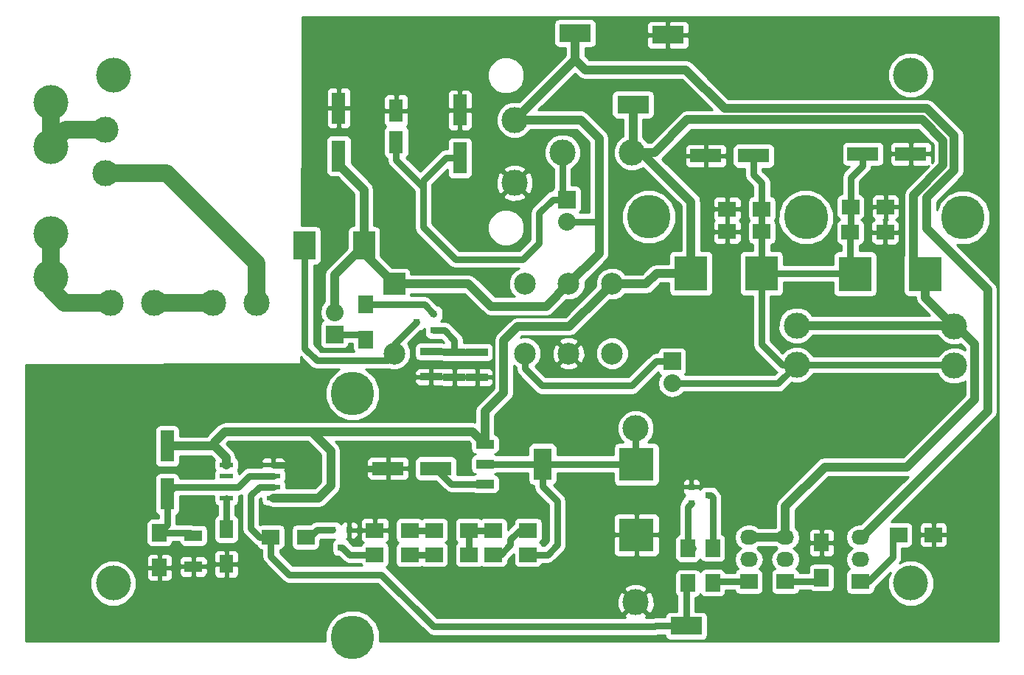
<source format=gbl>
G04 #@! TF.FileFunction,Copper,L2,Bot,Signal*
%FSLAX46Y46*%
G04 Gerber Fmt 4.6, Leading zero omitted, Abs format (unit mm)*
G04 Created by KiCad (PCBNEW 4.0.1-stable) date 21.5.2016. 23:44:44*
%MOMM*%
G01*
G04 APERTURE LIST*
%ADD10C,0.100000*%
%ADD11R,2.500000X2.500000*%
%ADD12C,2.500000*%
%ADD13R,1.600200X3.599180*%
%ADD14R,1.600200X2.600960*%
%ADD15R,3.599180X1.600200*%
%ADD16R,1.600000X2.000000*%
%ADD17R,2.000000X1.250000*%
%ADD18R,4.000000X3.800000*%
%ADD19R,3.800000X4.000000*%
%ADD20R,2.499360X3.299460*%
%ADD21C,4.000000*%
%ADD22R,2.032000X2.032000*%
%ADD23O,2.032000X2.032000*%
%ADD24C,3.000000*%
%ADD25R,2.032000X1.727200*%
%ADD26O,2.032000X1.727200*%
%ADD27R,3.650000X2.050000*%
%ADD28R,0.800100X0.800100*%
%ADD29R,1.700000X2.000000*%
%ADD30R,2.000000X1.700000*%
%ADD31R,1.550000X0.600000*%
%ADD32C,5.000000*%
%ADD33R,2.500000X0.900000*%
%ADD34R,2.032000X3.657600*%
%ADD35R,2.032000X1.016000*%
%ADD36C,2.000000*%
%ADD37C,1.000000*%
%ADD38C,0.800000*%
%ADD39C,2.000000*%
%ADD40C,0.254000*%
G04 APERTURE END LIST*
D10*
D11*
X108500000Y-90800000D03*
D12*
X133500000Y-90800000D03*
X128500000Y-90800000D03*
X123500000Y-90800000D03*
X133500000Y-98800000D03*
X128500000Y-98800000D03*
X123500000Y-98800000D03*
X108500000Y-98800000D03*
D13*
X102100000Y-76100820D03*
X102100000Y-70599180D03*
D14*
X108700000Y-74500860D03*
X108700000Y-70899140D03*
D15*
X113250820Y-112000000D03*
X107749180Y-112000000D03*
D13*
X82400000Y-109449180D03*
X82400000Y-114950820D03*
D16*
X89200000Y-119000000D03*
X89200000Y-123000000D03*
D15*
X162296950Y-75868142D03*
X167798590Y-75868142D03*
X149750820Y-76100000D03*
X144249180Y-76100000D03*
D13*
X116000000Y-76350820D03*
X116000000Y-70849180D03*
D17*
X85400000Y-119725000D03*
X85400000Y-123287500D03*
D18*
X136300000Y-119650000D03*
X136300000Y-111550000D03*
D19*
X161397770Y-89668142D03*
X169497770Y-89668142D03*
X150650000Y-89600000D03*
X142550000Y-89600000D03*
D20*
X105001060Y-86400000D03*
X98198940Y-86400000D03*
D21*
X69000000Y-90000000D03*
X69000000Y-85000000D03*
X69000000Y-75000000D03*
X69000000Y-70000000D03*
X167800000Y-66800000D03*
X76200000Y-66800000D03*
X167800000Y-125200000D03*
X76200000Y-125200000D03*
D22*
X140400000Y-99700000D03*
D23*
X140400000Y-102240000D03*
D24*
X92700000Y-93000000D03*
X87700000Y-93000000D03*
D22*
X128300000Y-81100000D03*
D23*
X128300000Y-83640000D03*
D22*
X101600000Y-96600000D03*
D23*
X101600000Y-94060000D03*
D25*
X149200000Y-125000000D03*
D26*
X149200000Y-122460000D03*
X149200000Y-119920000D03*
D25*
X153400000Y-125000000D03*
D26*
X153400000Y-122460000D03*
X153400000Y-119920000D03*
D27*
X142000000Y-130100000D03*
X129250000Y-62000000D03*
X135900000Y-70200000D03*
X139900000Y-62200000D03*
D24*
X80900000Y-93000000D03*
X75900000Y-93000000D03*
D25*
X162000000Y-125000000D03*
D26*
X162000000Y-122460000D03*
X162000000Y-119920000D03*
D28*
X101400000Y-119100000D03*
X103300000Y-119100000D03*
X102350000Y-121098980D03*
X113000760Y-94250000D03*
X113000760Y-96150000D03*
X111001780Y-95200000D03*
X142599240Y-116050000D03*
X142599240Y-114150000D03*
X144598220Y-115100000D03*
D29*
X81500000Y-119400000D03*
X81500000Y-123400000D03*
D30*
X119848325Y-121924125D03*
X123848325Y-121924125D03*
X106248325Y-121924125D03*
X110248325Y-121924125D03*
X106248325Y-119124125D03*
X110248325Y-119124125D03*
X98300000Y-119900000D03*
X94300000Y-119900000D03*
X119848325Y-119124125D03*
X123848325Y-119124125D03*
X113048325Y-121924125D03*
X117048325Y-121924125D03*
X113048325Y-119124125D03*
X117048325Y-119124125D03*
X146700000Y-82200000D03*
X150700000Y-82200000D03*
X170400000Y-119650000D03*
X166400000Y-119650000D03*
D29*
X157550000Y-120550000D03*
X157550000Y-124550000D03*
X145050000Y-121150000D03*
X145050000Y-125150000D03*
X142200000Y-121200000D03*
X142200000Y-125200000D03*
D30*
X146700000Y-84800000D03*
X150700000Y-84800000D03*
X164847770Y-84868142D03*
X160847770Y-84868142D03*
X164892769Y-81981612D03*
X160892769Y-81981612D03*
D29*
X105200000Y-93200000D03*
X105200000Y-97200000D03*
D24*
X75300000Y-73100000D03*
X75300000Y-78100000D03*
X122300000Y-71980000D03*
X122300000Y-79220000D03*
D31*
X94600000Y-111595000D03*
X94600000Y-112865000D03*
X94600000Y-114135000D03*
X94600000Y-115405000D03*
X89200000Y-115405000D03*
X89200000Y-114135000D03*
X89200000Y-112865000D03*
X89200000Y-111595000D03*
D24*
X136200000Y-107400000D03*
X136200000Y-127400000D03*
D32*
X103700000Y-103400000D03*
X103700000Y-131400000D03*
D24*
X154700000Y-95600000D03*
X154700000Y-100100000D03*
D32*
X155700000Y-83100000D03*
X137700000Y-83100000D03*
D24*
X172800000Y-95700000D03*
X172800000Y-100200000D03*
D32*
X173800000Y-83200000D03*
X155800000Y-83200000D03*
D33*
X112701030Y-101486499D03*
X112701030Y-98586499D03*
X115384500Y-101541500D03*
X115384500Y-98641500D03*
X117984500Y-101541500D03*
X117984500Y-98641500D03*
D24*
X135800000Y-75700000D03*
X127800000Y-75700000D03*
D34*
X125502000Y-111500000D03*
D35*
X118898000Y-111500000D03*
X118898000Y-109214000D03*
X118898000Y-113786000D03*
D36*
X98000000Y-112000000D03*
X103800000Y-112000000D03*
D37*
X129250000Y-65030000D02*
X130420000Y-66200000D01*
X130420000Y-66200000D02*
X141950000Y-66200000D01*
X169650000Y-80888490D02*
X169650000Y-84480370D01*
X141950000Y-66200000D02*
X146399990Y-70649990D01*
X146399990Y-70649990D02*
X169638481Y-70649990D01*
X169638481Y-70649990D02*
X172800010Y-73811519D01*
X172800010Y-73811519D02*
X172800010Y-77738480D01*
X172800010Y-77738480D02*
X169650000Y-80888490D01*
X169650000Y-84480370D02*
X176650000Y-91480370D01*
X176650000Y-91480370D02*
X176650000Y-105422400D01*
X176650000Y-105422400D02*
X162152400Y-119920000D01*
X162152400Y-119920000D02*
X162000000Y-119920000D01*
X129250000Y-62000000D02*
X129250000Y-65030000D01*
X129250000Y-65030000D02*
X122300000Y-71980000D01*
X102100000Y-76100820D02*
X102100000Y-77100310D01*
X102100000Y-77100310D02*
X105001060Y-80001370D01*
X105001060Y-80001370D02*
X105001060Y-86400000D01*
X108500000Y-90800000D02*
X117000000Y-90800000D01*
X117000000Y-90800000D02*
X119600000Y-93400000D01*
X119600000Y-93400000D02*
X125900000Y-93400000D01*
X125900000Y-93400000D02*
X128500000Y-90800000D01*
D38*
X128300000Y-83640000D02*
X131640000Y-83640000D01*
X131640000Y-83640000D02*
X132000000Y-84000000D01*
D37*
X122300000Y-71980000D02*
X129880000Y-71980000D01*
X132000000Y-87300000D02*
X128500000Y-90800000D01*
X132000000Y-74100000D02*
X132000000Y-84000000D01*
X132000000Y-84000000D02*
X132000000Y-87300000D01*
X129880000Y-71980000D02*
X132000000Y-74100000D01*
D38*
X122300000Y-71980000D02*
X122300000Y-71700000D01*
D37*
X101600000Y-94060000D02*
X101600000Y-89801060D01*
X101600000Y-89801060D02*
X105001060Y-86400000D01*
D38*
X105001060Y-86400000D02*
X105001060Y-87301060D01*
D37*
X105001060Y-87301060D02*
X108500000Y-90800000D01*
D38*
X107749180Y-112000000D02*
X103800000Y-112000000D01*
X97595000Y-111595000D02*
X94600000Y-111595000D01*
X98000000Y-112000000D02*
X97595000Y-111595000D01*
X111800000Y-79701340D02*
X111800000Y-78950720D01*
X111800000Y-78950720D02*
X114399900Y-76350820D01*
X114399900Y-76350820D02*
X116000000Y-76350820D01*
X108700000Y-74500860D02*
X108700000Y-76601340D01*
X108700000Y-76601340D02*
X111800000Y-79701340D01*
X111800000Y-79701340D02*
X111800000Y-84300000D01*
X126700000Y-81100000D02*
X128300000Y-81100000D01*
X125100000Y-82700000D02*
X126700000Y-81100000D01*
X125100000Y-86100000D02*
X125100000Y-82700000D01*
X123200000Y-88000000D02*
X125100000Y-86100000D01*
X115500000Y-88000000D02*
X123200000Y-88000000D01*
X111800000Y-84300000D02*
X115500000Y-88000000D01*
X127800000Y-75700000D02*
X127800000Y-80600000D01*
X127800000Y-80600000D02*
X128300000Y-81100000D01*
X118898000Y-113786000D02*
X115036820Y-113786000D01*
X115036820Y-113786000D02*
X113250820Y-112000000D01*
D37*
X149200000Y-119920000D02*
X153400000Y-119920000D01*
X153400000Y-119920000D02*
X153400000Y-116350000D01*
X167350000Y-111850000D02*
X164450000Y-111850000D01*
X175150000Y-104050000D02*
X167350000Y-111850000D01*
X175150000Y-97750000D02*
X175150000Y-104050000D01*
X175150000Y-97750000D02*
X173100000Y-95700000D01*
X157900000Y-111850000D02*
X164450000Y-111850000D01*
X153400000Y-116350000D02*
X157900000Y-111850000D01*
X135800000Y-75700000D02*
X138400000Y-75700000D01*
X138400000Y-75700000D02*
X142150000Y-71950000D01*
X142150000Y-71950000D02*
X169100000Y-71950000D01*
X169100000Y-71950000D02*
X171500000Y-74350000D01*
X171500000Y-74350000D02*
X171500000Y-77200000D01*
X168100000Y-80600000D02*
X168100000Y-88270372D01*
X171500000Y-77200000D02*
X168100000Y-80600000D01*
X168100000Y-88270372D02*
X169497770Y-89668142D01*
X172800000Y-95700000D02*
X173100000Y-95700000D01*
X118898000Y-109214000D02*
X118898000Y-105452000D01*
X118898000Y-105452000D02*
X121050000Y-103300000D01*
X121050000Y-103300000D02*
X121050000Y-97300000D01*
X121050000Y-97300000D02*
X122649990Y-95700010D01*
X122649990Y-95700010D02*
X128599990Y-95700010D01*
X128599990Y-95700010D02*
X132250001Y-92049999D01*
X132250001Y-92049999D02*
X133500000Y-90800000D01*
X99000000Y-107800000D02*
X117484000Y-107800000D01*
X117484000Y-107800000D02*
X118898000Y-109214000D01*
X87800000Y-109449180D02*
X87800000Y-109000000D01*
X99795000Y-115405000D02*
X94600000Y-115405000D01*
X101200000Y-114000000D02*
X99795000Y-115405000D01*
X101200000Y-110000000D02*
X101200000Y-114000000D01*
X99000000Y-107800000D02*
X101200000Y-110000000D01*
X89000000Y-107800000D02*
X99000000Y-107800000D01*
X87800000Y-109000000D02*
X89000000Y-107800000D01*
X82400000Y-109449180D02*
X87800000Y-109449180D01*
X87800000Y-109449180D02*
X87849180Y-109449180D01*
X89200000Y-110800000D02*
X89200000Y-111595000D01*
X87849180Y-109449180D02*
X89200000Y-110800000D01*
X172800000Y-95700000D02*
X173200000Y-95700000D01*
X154700000Y-95600000D02*
X172700000Y-95600000D01*
X172700000Y-95600000D02*
X172800000Y-95700000D01*
X169497770Y-89668142D02*
X169497770Y-92397770D01*
X169497770Y-92397770D02*
X172800000Y-95700000D01*
X133500000Y-90800000D02*
X137400000Y-90800000D01*
X138600000Y-89600000D02*
X142550000Y-89600000D01*
X137400000Y-90800000D02*
X138600000Y-89600000D01*
X135800000Y-75700000D02*
X136900000Y-75700000D01*
X136900000Y-75700000D02*
X142550000Y-81350000D01*
X142550000Y-81350000D02*
X142550000Y-89600000D01*
X135900000Y-70200000D02*
X135900000Y-75600000D01*
X135900000Y-75600000D02*
X135800000Y-75700000D01*
D38*
X89200000Y-114135000D02*
X83215820Y-114135000D01*
X83215820Y-114135000D02*
X82400000Y-114950820D01*
X81500000Y-119400000D02*
X85075000Y-119400000D01*
X85075000Y-119400000D02*
X85400000Y-119725000D01*
X82400000Y-114950820D02*
X82400000Y-118500000D01*
X82400000Y-118500000D02*
X81500000Y-119400000D01*
X89200000Y-114135000D02*
X90565000Y-114135000D01*
X91835000Y-112865000D02*
X94600000Y-112865000D01*
X90565000Y-114135000D02*
X91835000Y-112865000D01*
X89200000Y-115405000D02*
X89200000Y-119000000D01*
X154700000Y-100100000D02*
X172700000Y-100100000D01*
X172700000Y-100100000D02*
X172800000Y-100200000D01*
X154700000Y-100100000D02*
X153000000Y-100100000D01*
X150650000Y-97750000D02*
X150650000Y-89600000D01*
X153000000Y-100100000D02*
X150650000Y-97750000D01*
X140400000Y-102240000D02*
X152560000Y-102240000D01*
X152560000Y-102240000D02*
X154700000Y-100100000D01*
X162296950Y-75868142D02*
X162296950Y-77203050D01*
X160892769Y-78607231D02*
X160892769Y-81981612D01*
X162296950Y-77203050D02*
X160892769Y-78607231D01*
X160892769Y-81981612D02*
X160892769Y-84823143D01*
X160892769Y-84823143D02*
X160847770Y-84868142D01*
X150650000Y-89600000D02*
X161329628Y-89600000D01*
X161329628Y-89600000D02*
X161397770Y-89668142D01*
X160847770Y-84868142D02*
X160847770Y-89118142D01*
X160847770Y-89118142D02*
X161397770Y-89668142D01*
X150700000Y-84800000D02*
X150700000Y-89550000D01*
X150700000Y-89550000D02*
X150650000Y-89600000D01*
X150700000Y-82200000D02*
X150700000Y-84800000D01*
X149750820Y-76100000D02*
X149750820Y-78250820D01*
X150700000Y-79200000D02*
X150700000Y-82200000D01*
X149750820Y-78250820D02*
X150700000Y-79200000D01*
X108500000Y-98800000D02*
X108500000Y-97701780D01*
X108500000Y-97701780D02*
X111001780Y-95200000D01*
X98198940Y-86400000D02*
X98198940Y-98198940D01*
X99600000Y-99600000D02*
X107700000Y-99600000D01*
X98198940Y-98198940D02*
X99600000Y-99600000D01*
X107700000Y-99600000D02*
X108500000Y-98800000D01*
D39*
X69000000Y-90000000D02*
X69000000Y-91425000D01*
X69000000Y-91425000D02*
X70575000Y-93000000D01*
X70575000Y-93000000D02*
X75900000Y-93000000D01*
X69000000Y-85000000D02*
X69000000Y-90000000D01*
X69000000Y-75000000D02*
X69000000Y-74825000D01*
X69000000Y-74825000D02*
X70725000Y-73100000D01*
X70725000Y-73100000D02*
X75300000Y-73100000D01*
X69000000Y-70000000D02*
X69000000Y-75000000D01*
D38*
X123500000Y-98800000D02*
X123500000Y-100567766D01*
X123500000Y-100567766D02*
X125432234Y-102500000D01*
X125432234Y-102500000D02*
X135784000Y-102500000D01*
X138584000Y-99700000D02*
X140400000Y-99700000D01*
X135784000Y-102500000D02*
X138584000Y-99700000D01*
D39*
X75300000Y-78100000D02*
X82350000Y-78100000D01*
X92700000Y-88450000D02*
X92700000Y-93000000D01*
X82350000Y-78100000D02*
X92700000Y-88450000D01*
X80900000Y-93000000D02*
X87700000Y-93000000D01*
D38*
X101600000Y-96600000D02*
X104600000Y-96600000D01*
X104600000Y-96600000D02*
X105200000Y-97200000D01*
X149200000Y-125000000D02*
X145200000Y-125000000D01*
X145200000Y-125000000D02*
X145050000Y-125150000D01*
X153400000Y-125000000D02*
X157100000Y-125000000D01*
X157100000Y-125000000D02*
X157550000Y-124550000D01*
X142000000Y-130100000D02*
X142000000Y-125400000D01*
X142000000Y-125400000D02*
X142200000Y-125200000D01*
X142000000Y-130100000D02*
X138500000Y-130100000D01*
X138400000Y-130200000D02*
X113000000Y-130200000D01*
X113000000Y-130200000D02*
X107000000Y-124200000D01*
X107000000Y-124200000D02*
X96400000Y-124200000D01*
X96400000Y-124200000D02*
X94300000Y-122100000D01*
X94300000Y-122100000D02*
X94300000Y-119900000D01*
X138500000Y-130100000D02*
X138400000Y-130200000D01*
X94300000Y-119900000D02*
X94500000Y-119900000D01*
X94600000Y-114135000D02*
X92965000Y-114135000D01*
X92965000Y-114135000D02*
X92000000Y-115100000D01*
X92000000Y-115100000D02*
X92000000Y-118900000D01*
X92000000Y-118900000D02*
X93000000Y-119900000D01*
X93000000Y-119900000D02*
X94300000Y-119900000D01*
X162000000Y-125000000D02*
X162950000Y-125000000D01*
X165750000Y-122200000D02*
X165750000Y-120300000D01*
X162950000Y-125000000D02*
X165750000Y-122200000D01*
X165750000Y-120300000D02*
X166400000Y-119650000D01*
X98300000Y-119900000D02*
X98800000Y-119900000D01*
X98800000Y-119900000D02*
X99600000Y-119100000D01*
X99600000Y-119100000D02*
X101400000Y-119100000D01*
X102350000Y-121098980D02*
X102498980Y-121098980D01*
X102498980Y-121098980D02*
X103324125Y-121924125D01*
X103324125Y-121924125D02*
X106248325Y-121924125D01*
X105200000Y-93200000D02*
X111950760Y-93200000D01*
X111950760Y-93200000D02*
X113000760Y-94250000D01*
X115384500Y-98641500D02*
X117984500Y-98641500D01*
X112701030Y-98586499D02*
X115329499Y-98586499D01*
X115329499Y-98586499D02*
X115384500Y-98641500D01*
X113000760Y-96150000D02*
X114250000Y-96150000D01*
X115384500Y-97284500D02*
X115384500Y-98641500D01*
X114250000Y-96150000D02*
X115384500Y-97284500D01*
X142200000Y-121200000D02*
X142200000Y-116449240D01*
X142200000Y-116449240D02*
X142599240Y-116050000D01*
X142200000Y-121200000D02*
X142800000Y-121200000D01*
X144598220Y-115100000D02*
X144800000Y-115100000D01*
X144800000Y-115100000D02*
X145050000Y-115350000D01*
X145050000Y-115350000D02*
X145050000Y-121150000D01*
X119848325Y-121924125D02*
X120675875Y-121924125D01*
X120675875Y-121924125D02*
X121800000Y-120800000D01*
X121800000Y-120800000D02*
X121800000Y-120200000D01*
X121800000Y-120200000D02*
X122875875Y-119124125D01*
X122875875Y-119124125D02*
X123848325Y-119124125D01*
X110248325Y-121924125D02*
X113048325Y-121924125D01*
X110248325Y-119124125D02*
X113048325Y-119124125D01*
X117048325Y-119124125D02*
X119848325Y-119124125D01*
X117048325Y-119124125D02*
X117048325Y-121924125D01*
X125502000Y-111500000D02*
X125502000Y-114102000D01*
X126075875Y-121924125D02*
X123848325Y-121924125D01*
X127200000Y-120800000D02*
X126075875Y-121924125D01*
X127200000Y-115800000D02*
X127200000Y-120800000D01*
X125502000Y-114102000D02*
X127200000Y-115800000D01*
X136200000Y-107400000D02*
X136200000Y-111450000D01*
X136200000Y-111450000D02*
X136300000Y-111550000D01*
X125502000Y-111500000D02*
X136250000Y-111500000D01*
X136250000Y-111500000D02*
X136300000Y-111550000D01*
X118898000Y-111500000D02*
X125502000Y-111500000D01*
D40*
G36*
X177873000Y-131873000D02*
X106834588Y-131873000D01*
X106835543Y-130779146D01*
X106359273Y-129626485D01*
X105478153Y-128743826D01*
X104326326Y-128265546D01*
X103079146Y-128264457D01*
X101926485Y-128740727D01*
X101043826Y-129621847D01*
X100565546Y-130773674D01*
X100564586Y-131873000D01*
X66127000Y-131873000D01*
X66127000Y-125721834D01*
X73564543Y-125721834D01*
X73964853Y-126690658D01*
X74705443Y-127432542D01*
X75673567Y-127834542D01*
X76721834Y-127835457D01*
X77690658Y-127435147D01*
X78432542Y-126694557D01*
X78834542Y-125726433D01*
X78835457Y-124678166D01*
X78435147Y-123709342D01*
X78411597Y-123685750D01*
X80015000Y-123685750D01*
X80015000Y-124526309D01*
X80111673Y-124759698D01*
X80290301Y-124938327D01*
X80523690Y-125035000D01*
X81214250Y-125035000D01*
X81373000Y-124876250D01*
X81373000Y-123527000D01*
X81627000Y-123527000D01*
X81627000Y-124876250D01*
X81785750Y-125035000D01*
X82476310Y-125035000D01*
X82709699Y-124938327D01*
X82888327Y-124759698D01*
X82985000Y-124526309D01*
X82985000Y-123685750D01*
X82872500Y-123573250D01*
X83765000Y-123573250D01*
X83765000Y-124038809D01*
X83861673Y-124272198D01*
X84040301Y-124450827D01*
X84273690Y-124547500D01*
X85114250Y-124547500D01*
X85273000Y-124388750D01*
X85273000Y-123414500D01*
X85527000Y-123414500D01*
X85527000Y-124388750D01*
X85685750Y-124547500D01*
X86526310Y-124547500D01*
X86759699Y-124450827D01*
X86938327Y-124272198D01*
X87035000Y-124038809D01*
X87035000Y-123573250D01*
X86876250Y-123414500D01*
X85527000Y-123414500D01*
X85273000Y-123414500D01*
X83923750Y-123414500D01*
X83765000Y-123573250D01*
X82872500Y-123573250D01*
X82826250Y-123527000D01*
X81627000Y-123527000D01*
X81373000Y-123527000D01*
X80173750Y-123527000D01*
X80015000Y-123685750D01*
X78411597Y-123685750D01*
X78012295Y-123285750D01*
X87765000Y-123285750D01*
X87765000Y-124126309D01*
X87861673Y-124359698D01*
X88040301Y-124538327D01*
X88273690Y-124635000D01*
X88914250Y-124635000D01*
X89073000Y-124476250D01*
X89073000Y-123127000D01*
X89327000Y-123127000D01*
X89327000Y-124476250D01*
X89485750Y-124635000D01*
X90126310Y-124635000D01*
X90359699Y-124538327D01*
X90538327Y-124359698D01*
X90635000Y-124126309D01*
X90635000Y-123285750D01*
X90476250Y-123127000D01*
X89327000Y-123127000D01*
X89073000Y-123127000D01*
X87923750Y-123127000D01*
X87765000Y-123285750D01*
X78012295Y-123285750D01*
X77694557Y-122967458D01*
X76726433Y-122565458D01*
X75678166Y-122564543D01*
X74709342Y-122964853D01*
X73967458Y-123705443D01*
X73565458Y-124673567D01*
X73564543Y-125721834D01*
X66127000Y-125721834D01*
X66127000Y-122273691D01*
X80015000Y-122273691D01*
X80015000Y-123114250D01*
X80173750Y-123273000D01*
X81373000Y-123273000D01*
X81373000Y-121923750D01*
X81627000Y-121923750D01*
X81627000Y-123273000D01*
X82826250Y-123273000D01*
X82985000Y-123114250D01*
X82985000Y-122536191D01*
X83765000Y-122536191D01*
X83765000Y-123001750D01*
X83923750Y-123160500D01*
X85273000Y-123160500D01*
X85273000Y-122186250D01*
X85527000Y-122186250D01*
X85527000Y-123160500D01*
X86876250Y-123160500D01*
X87035000Y-123001750D01*
X87035000Y-122536191D01*
X86938327Y-122302802D01*
X86759699Y-122124173D01*
X86526310Y-122027500D01*
X85685750Y-122027500D01*
X85527000Y-122186250D01*
X85273000Y-122186250D01*
X85114250Y-122027500D01*
X84273690Y-122027500D01*
X84040301Y-122124173D01*
X83861673Y-122302802D01*
X83765000Y-122536191D01*
X82985000Y-122536191D01*
X82985000Y-122273691D01*
X82888327Y-122040302D01*
X82721717Y-121873691D01*
X87765000Y-121873691D01*
X87765000Y-122714250D01*
X87923750Y-122873000D01*
X89073000Y-122873000D01*
X89073000Y-121523750D01*
X89327000Y-121523750D01*
X89327000Y-122873000D01*
X90476250Y-122873000D01*
X90635000Y-122714250D01*
X90635000Y-121873691D01*
X90538327Y-121640302D01*
X90359699Y-121461673D01*
X90126310Y-121365000D01*
X89485750Y-121365000D01*
X89327000Y-121523750D01*
X89073000Y-121523750D01*
X88914250Y-121365000D01*
X88273690Y-121365000D01*
X88040301Y-121461673D01*
X87861673Y-121640302D01*
X87765000Y-121873691D01*
X82721717Y-121873691D01*
X82709699Y-121861673D01*
X82476310Y-121765000D01*
X81785750Y-121765000D01*
X81627000Y-121923750D01*
X81373000Y-121923750D01*
X81214250Y-121765000D01*
X80523690Y-121765000D01*
X80290301Y-121861673D01*
X80111673Y-122040302D01*
X80015000Y-122273691D01*
X66127000Y-122273691D01*
X66127000Y-100126598D01*
X97600402Y-100026999D01*
X97645565Y-100018544D01*
X97688096Y-99991477D01*
X97716745Y-99949996D01*
X97726998Y-99900637D01*
X97730539Y-99194251D01*
X98868142Y-100331853D01*
X98868144Y-100331856D01*
X99199370Y-100553173D01*
X99203923Y-100556215D01*
X99600000Y-100635001D01*
X99600005Y-100635000D01*
X102182364Y-100635000D01*
X101926485Y-100740727D01*
X101043826Y-101621847D01*
X100565546Y-102773674D01*
X100564457Y-104020854D01*
X101040727Y-105173515D01*
X101921847Y-106056174D01*
X103073674Y-106534454D01*
X104320854Y-106535543D01*
X105473515Y-106059273D01*
X106356174Y-105178153D01*
X106834454Y-104026326D01*
X106835543Y-102779146D01*
X106419502Y-101772249D01*
X110816030Y-101772249D01*
X110816030Y-102062808D01*
X110912703Y-102296197D01*
X111091331Y-102474826D01*
X111324720Y-102571499D01*
X112415280Y-102571499D01*
X112574030Y-102412749D01*
X112574030Y-101613499D01*
X112828030Y-101613499D01*
X112828030Y-102412749D01*
X112986780Y-102571499D01*
X113875406Y-102571499D01*
X114008190Y-102626500D01*
X115098750Y-102626500D01*
X115257500Y-102467750D01*
X115257500Y-101668500D01*
X115511500Y-101668500D01*
X115511500Y-102467750D01*
X115670250Y-102626500D01*
X117698750Y-102626500D01*
X117857500Y-102467750D01*
X117857500Y-101668500D01*
X118111500Y-101668500D01*
X118111500Y-102467750D01*
X118270250Y-102626500D01*
X119360810Y-102626500D01*
X119594199Y-102529827D01*
X119772827Y-102351198D01*
X119869500Y-102117809D01*
X119869500Y-101827250D01*
X119710750Y-101668500D01*
X118111500Y-101668500D01*
X117857500Y-101668500D01*
X115511500Y-101668500D01*
X115257500Y-101668500D01*
X114482281Y-101668500D01*
X114427280Y-101613499D01*
X112828030Y-101613499D01*
X112574030Y-101613499D01*
X110974780Y-101613499D01*
X110816030Y-101772249D01*
X106419502Y-101772249D01*
X106359273Y-101626485D01*
X105644227Y-100910190D01*
X110816030Y-100910190D01*
X110816030Y-101200749D01*
X110974780Y-101359499D01*
X112574030Y-101359499D01*
X112574030Y-100560249D01*
X112828030Y-100560249D01*
X112828030Y-101359499D01*
X113603249Y-101359499D01*
X113658250Y-101414500D01*
X115257500Y-101414500D01*
X115257500Y-100615250D01*
X115511500Y-100615250D01*
X115511500Y-101414500D01*
X117857500Y-101414500D01*
X117857500Y-100615250D01*
X118111500Y-100615250D01*
X118111500Y-101414500D01*
X119710750Y-101414500D01*
X119869500Y-101255750D01*
X119869500Y-100965191D01*
X119772827Y-100731802D01*
X119594199Y-100553173D01*
X119360810Y-100456500D01*
X118270250Y-100456500D01*
X118111500Y-100615250D01*
X117857500Y-100615250D01*
X117698750Y-100456500D01*
X115670250Y-100456500D01*
X115511500Y-100615250D01*
X115257500Y-100615250D01*
X115098750Y-100456500D01*
X114210124Y-100456500D01*
X114077340Y-100401499D01*
X112986780Y-100401499D01*
X112828030Y-100560249D01*
X112574030Y-100560249D01*
X112415280Y-100401499D01*
X111324720Y-100401499D01*
X111091331Y-100498172D01*
X110912703Y-100676801D01*
X110816030Y-100910190D01*
X105644227Y-100910190D01*
X105478153Y-100743826D01*
X105216071Y-100635000D01*
X107699995Y-100635000D01*
X107700000Y-100635001D01*
X107905393Y-100594145D01*
X108123405Y-100684672D01*
X108873305Y-100685326D01*
X109566372Y-100398957D01*
X110097093Y-99869161D01*
X110384672Y-99176595D01*
X110385326Y-98426695D01*
X110098957Y-97733628D01*
X110015483Y-97650008D01*
X111421749Y-96243742D01*
X111637147Y-96203212D01*
X111853271Y-96064140D01*
X111953270Y-95917787D01*
X111953270Y-96550050D01*
X111997548Y-96785367D01*
X112136620Y-97001491D01*
X112348820Y-97146481D01*
X112600710Y-97197490D01*
X113400810Y-97197490D01*
X113467189Y-97185000D01*
X113821288Y-97185000D01*
X114169611Y-97533323D01*
X113951030Y-97489059D01*
X111451030Y-97489059D01*
X111215713Y-97533337D01*
X110999589Y-97672409D01*
X110854599Y-97884609D01*
X110803590Y-98136499D01*
X110803590Y-99036499D01*
X110847868Y-99271816D01*
X110986940Y-99487940D01*
X111199140Y-99632930D01*
X111451030Y-99683939D01*
X113876768Y-99683939D01*
X113882610Y-99687931D01*
X114134500Y-99738940D01*
X116634500Y-99738940D01*
X116686336Y-99729186D01*
X116734500Y-99738940D01*
X119234500Y-99738940D01*
X119469817Y-99694662D01*
X119685941Y-99555590D01*
X119830931Y-99343390D01*
X119881940Y-99091500D01*
X119881940Y-98191500D01*
X119837662Y-97956183D01*
X119698590Y-97740059D01*
X119486390Y-97595069D01*
X119234500Y-97544060D01*
X116734500Y-97544060D01*
X116682664Y-97553814D01*
X116634500Y-97544060D01*
X116419500Y-97544060D01*
X116419500Y-97284500D01*
X116345198Y-96910959D01*
X116340715Y-96888422D01*
X116250849Y-96753929D01*
X116116356Y-96552644D01*
X116116353Y-96552642D01*
X114981856Y-95418144D01*
X114646077Y-95193785D01*
X114250000Y-95114999D01*
X114249995Y-95115000D01*
X113850915Y-95115000D01*
X113852251Y-95114140D01*
X113997241Y-94901940D01*
X114048250Y-94650050D01*
X114048250Y-93849950D01*
X114003972Y-93614633D01*
X113864900Y-93398509D01*
X113652700Y-93253519D01*
X113421088Y-93206616D01*
X112682616Y-92468144D01*
X112346837Y-92243785D01*
X111950760Y-92164999D01*
X111950755Y-92165000D01*
X110374152Y-92165000D01*
X110397440Y-92050000D01*
X110397440Y-91935000D01*
X116529868Y-91935000D01*
X118797434Y-94202566D01*
X119165654Y-94448603D01*
X119600000Y-94535000D01*
X125900000Y-94535000D01*
X126334346Y-94448603D01*
X126702566Y-94202566D01*
X128220375Y-92684757D01*
X128873305Y-92685326D01*
X129566372Y-92398957D01*
X130097093Y-91869161D01*
X130384672Y-91176595D01*
X130385245Y-90519888D01*
X132802566Y-88102567D01*
X133048603Y-87734346D01*
X133101621Y-87467806D01*
X133135000Y-87300000D01*
X133135000Y-83720854D01*
X134564457Y-83720854D01*
X135040727Y-84873515D01*
X135921847Y-85756174D01*
X137073674Y-86234454D01*
X138320854Y-86235543D01*
X139473515Y-85759273D01*
X140356174Y-84878153D01*
X140834454Y-83726326D01*
X140835543Y-82479146D01*
X140359273Y-81326485D01*
X139478153Y-80443826D01*
X138326326Y-79965546D01*
X137079146Y-79964457D01*
X135926485Y-80440727D01*
X135043826Y-81321847D01*
X134565546Y-82473674D01*
X134564457Y-83720854D01*
X133135000Y-83720854D01*
X133135000Y-74100000D01*
X133048603Y-73665654D01*
X132802566Y-73297434D01*
X130682566Y-71177434D01*
X130543235Y-71084336D01*
X130314346Y-70931397D01*
X129880000Y-70845000D01*
X125040132Y-70845000D01*
X129250000Y-66635132D01*
X129617434Y-67002566D01*
X129985654Y-67248603D01*
X130420000Y-67335000D01*
X141479868Y-67335000D01*
X144959868Y-70815000D01*
X142150000Y-70815000D01*
X141715654Y-70901397D01*
X141441868Y-71084335D01*
X141347434Y-71147434D01*
X137929868Y-74565000D01*
X137641100Y-74565000D01*
X137611020Y-74492200D01*
X137035000Y-73915174D01*
X137035000Y-71872440D01*
X137725000Y-71872440D01*
X137960317Y-71828162D01*
X138176441Y-71689090D01*
X138321431Y-71476890D01*
X138372440Y-71225000D01*
X138372440Y-69175000D01*
X138328162Y-68939683D01*
X138189090Y-68723559D01*
X137976890Y-68578569D01*
X137725000Y-68527560D01*
X134075000Y-68527560D01*
X133839683Y-68571838D01*
X133623559Y-68710910D01*
X133478569Y-68923110D01*
X133427560Y-69175000D01*
X133427560Y-71225000D01*
X133471838Y-71460317D01*
X133610910Y-71676441D01*
X133823110Y-71821431D01*
X134075000Y-71872440D01*
X134765000Y-71872440D01*
X134765000Y-73817580D01*
X134592200Y-73888980D01*
X133991091Y-74489041D01*
X133665372Y-75273459D01*
X133664630Y-76122815D01*
X133988980Y-76907800D01*
X134589041Y-77508909D01*
X135373459Y-77834628D01*
X136222815Y-77835370D01*
X137007800Y-77511020D01*
X137056887Y-77462019D01*
X141415000Y-81820132D01*
X141415000Y-86952560D01*
X140650000Y-86952560D01*
X140414683Y-86996838D01*
X140198559Y-87135910D01*
X140053569Y-87348110D01*
X140002560Y-87600000D01*
X140002560Y-88465000D01*
X138600000Y-88465000D01*
X138165654Y-88551397D01*
X137864747Y-88752457D01*
X137797434Y-88797434D01*
X136929868Y-89665000D01*
X135030449Y-89665000D01*
X134569161Y-89202907D01*
X133876595Y-88915328D01*
X133126695Y-88914674D01*
X132433628Y-89201043D01*
X131902907Y-89730839D01*
X131615328Y-90423405D01*
X131614755Y-91080113D01*
X128129858Y-94565010D01*
X122649990Y-94565010D01*
X122215645Y-94651406D01*
X121847424Y-94897443D01*
X120247434Y-96497434D01*
X120001397Y-96865654D01*
X119915000Y-97300000D01*
X119915000Y-102829868D01*
X118095434Y-104649434D01*
X117849397Y-105017654D01*
X117763000Y-105452000D01*
X117763000Y-106720497D01*
X117484000Y-106665000D01*
X89000000Y-106665000D01*
X88565654Y-106751397D01*
X88233315Y-106973459D01*
X88197434Y-106997434D01*
X86997434Y-108197434D01*
X86919427Y-108314180D01*
X83847540Y-108314180D01*
X83847540Y-107649590D01*
X83803262Y-107414273D01*
X83664190Y-107198149D01*
X83451990Y-107053159D01*
X83200100Y-107002150D01*
X81599900Y-107002150D01*
X81364583Y-107046428D01*
X81148459Y-107185500D01*
X81003469Y-107397700D01*
X80952460Y-107649590D01*
X80952460Y-111248770D01*
X80996738Y-111484087D01*
X81135810Y-111700211D01*
X81348010Y-111845201D01*
X81599900Y-111896210D01*
X83200100Y-111896210D01*
X83435417Y-111851932D01*
X83651541Y-111712860D01*
X83796531Y-111500660D01*
X83847540Y-111248770D01*
X83847540Y-110584180D01*
X87379048Y-110584180D01*
X87832388Y-111037520D01*
X87828569Y-111043110D01*
X87777560Y-111295000D01*
X87777560Y-111895000D01*
X87821838Y-112130317D01*
X87885678Y-112229528D01*
X87828569Y-112313110D01*
X87777560Y-112565000D01*
X87777560Y-113100000D01*
X83837900Y-113100000D01*
X83803262Y-112915913D01*
X83664190Y-112699789D01*
X83451990Y-112554799D01*
X83200100Y-112503790D01*
X81599900Y-112503790D01*
X81364583Y-112548068D01*
X81148459Y-112687140D01*
X81003469Y-112899340D01*
X80952460Y-113151230D01*
X80952460Y-116750410D01*
X80996738Y-116985727D01*
X81135810Y-117201851D01*
X81348010Y-117346841D01*
X81365000Y-117350282D01*
X81365000Y-117752560D01*
X80650000Y-117752560D01*
X80414683Y-117796838D01*
X80198559Y-117935910D01*
X80053569Y-118148110D01*
X80002560Y-118400000D01*
X80002560Y-120400000D01*
X80046838Y-120635317D01*
X80185910Y-120851441D01*
X80398110Y-120996431D01*
X80650000Y-121047440D01*
X82350000Y-121047440D01*
X82585317Y-121003162D01*
X82801441Y-120864090D01*
X82946431Y-120651890D01*
X82990352Y-120435000D01*
X83768554Y-120435000D01*
X83796838Y-120585317D01*
X83935910Y-120801441D01*
X84148110Y-120946431D01*
X84400000Y-120997440D01*
X86400000Y-120997440D01*
X86635317Y-120953162D01*
X86851441Y-120814090D01*
X86996431Y-120601890D01*
X87047440Y-120350000D01*
X87047440Y-119100000D01*
X87003162Y-118864683D01*
X86864090Y-118648559D01*
X86651890Y-118503569D01*
X86400000Y-118452560D01*
X85484210Y-118452560D01*
X85471077Y-118443785D01*
X85075000Y-118364999D01*
X85074995Y-118365000D01*
X83435000Y-118365000D01*
X83435000Y-117353650D01*
X83435417Y-117353572D01*
X83651541Y-117214500D01*
X83796531Y-117002300D01*
X83847540Y-116750410D01*
X83847540Y-115170000D01*
X87777560Y-115170000D01*
X87777560Y-115705000D01*
X87821838Y-115940317D01*
X87960910Y-116156441D01*
X88165000Y-116295890D01*
X88165000Y-117396778D01*
X88164683Y-117396838D01*
X87948559Y-117535910D01*
X87803569Y-117748110D01*
X87752560Y-118000000D01*
X87752560Y-120000000D01*
X87796838Y-120235317D01*
X87935910Y-120451441D01*
X88148110Y-120596431D01*
X88400000Y-120647440D01*
X90000000Y-120647440D01*
X90235317Y-120603162D01*
X90451441Y-120464090D01*
X90596431Y-120251890D01*
X90647440Y-120000000D01*
X90647440Y-118000000D01*
X90603162Y-117764683D01*
X90464090Y-117548559D01*
X90251890Y-117403569D01*
X90235000Y-117400149D01*
X90235000Y-116292279D01*
X90426441Y-116169090D01*
X90571431Y-115956890D01*
X90622440Y-115705000D01*
X90622440Y-115158575D01*
X90961077Y-115091215D01*
X90967616Y-115086846D01*
X90964999Y-115100000D01*
X90965000Y-115100005D01*
X90965000Y-118899995D01*
X90964999Y-118900000D01*
X91043785Y-119296077D01*
X91268144Y-119631856D01*
X92268142Y-120631853D01*
X92268144Y-120631856D01*
X92596778Y-120851441D01*
X92603923Y-120856215D01*
X92675214Y-120870396D01*
X92696838Y-120985317D01*
X92835910Y-121201441D01*
X93048110Y-121346431D01*
X93265000Y-121390352D01*
X93265000Y-122099995D01*
X93264999Y-122100000D01*
X93343785Y-122496077D01*
X93568144Y-122831856D01*
X95668142Y-124931853D01*
X95668144Y-124931856D01*
X95776001Y-125003923D01*
X96003922Y-125156215D01*
X96400000Y-125235000D01*
X106571288Y-125235000D01*
X112268142Y-130931853D01*
X112268144Y-130931856D01*
X112454262Y-131056215D01*
X112603922Y-131156215D01*
X113000000Y-131235000D01*
X138399995Y-131235000D01*
X138400000Y-131235001D01*
X138796077Y-131156215D01*
X138827828Y-131135000D01*
X139529442Y-131135000D01*
X139571838Y-131360317D01*
X139710910Y-131576441D01*
X139923110Y-131721431D01*
X140175000Y-131772440D01*
X143825000Y-131772440D01*
X144060317Y-131728162D01*
X144276441Y-131589090D01*
X144421431Y-131376890D01*
X144472440Y-131125000D01*
X144472440Y-129075000D01*
X144428162Y-128839683D01*
X144289090Y-128623559D01*
X144076890Y-128478569D01*
X143825000Y-128427560D01*
X143035000Y-128427560D01*
X143035000Y-126847440D01*
X143050000Y-126847440D01*
X143285317Y-126803162D01*
X143501441Y-126664090D01*
X143642952Y-126456981D01*
X143735910Y-126601441D01*
X143948110Y-126746431D01*
X144200000Y-126797440D01*
X145900000Y-126797440D01*
X146135317Y-126753162D01*
X146351441Y-126614090D01*
X146496431Y-126401890D01*
X146547440Y-126150000D01*
X146547440Y-126035000D01*
X147568811Y-126035000D01*
X147580838Y-126098917D01*
X147719910Y-126315041D01*
X147932110Y-126460031D01*
X148184000Y-126511040D01*
X150216000Y-126511040D01*
X150451317Y-126466762D01*
X150667441Y-126327690D01*
X150812431Y-126115490D01*
X150863440Y-125863600D01*
X150863440Y-124136400D01*
X150819162Y-123901083D01*
X150680090Y-123684959D01*
X150467890Y-123539969D01*
X150426561Y-123531600D01*
X150444415Y-123519670D01*
X150769271Y-123033489D01*
X150883345Y-122460000D01*
X150769271Y-121886511D01*
X150444415Y-121400330D01*
X150129634Y-121190000D01*
X150331676Y-121055000D01*
X152268324Y-121055000D01*
X152470366Y-121190000D01*
X152155585Y-121400330D01*
X151830729Y-121886511D01*
X151716655Y-122460000D01*
X151830729Y-123033489D01*
X152155585Y-123519670D01*
X152169913Y-123529243D01*
X152148683Y-123533238D01*
X151932559Y-123672310D01*
X151787569Y-123884510D01*
X151736560Y-124136400D01*
X151736560Y-125863600D01*
X151780838Y-126098917D01*
X151919910Y-126315041D01*
X152132110Y-126460031D01*
X152384000Y-126511040D01*
X154416000Y-126511040D01*
X154651317Y-126466762D01*
X154867441Y-126327690D01*
X155012431Y-126115490D01*
X155028731Y-126035000D01*
X156285025Y-126035000D01*
X156448110Y-126146431D01*
X156700000Y-126197440D01*
X158400000Y-126197440D01*
X158635317Y-126153162D01*
X158851441Y-126014090D01*
X158996431Y-125801890D01*
X159047440Y-125550000D01*
X159047440Y-123550000D01*
X159003162Y-123314683D01*
X158864090Y-123098559D01*
X158651890Y-122953569D01*
X158400000Y-122902560D01*
X156700000Y-122902560D01*
X156464683Y-122946838D01*
X156248559Y-123085910D01*
X156103569Y-123298110D01*
X156052560Y-123550000D01*
X156052560Y-123965000D01*
X155031189Y-123965000D01*
X155019162Y-123901083D01*
X154880090Y-123684959D01*
X154667890Y-123539969D01*
X154626561Y-123531600D01*
X154644415Y-123519670D01*
X154969271Y-123033489D01*
X155083345Y-122460000D01*
X154969271Y-121886511D01*
X154644415Y-121400330D01*
X154329634Y-121190000D01*
X154644415Y-120979670D01*
X154740579Y-120835750D01*
X156065000Y-120835750D01*
X156065000Y-121676309D01*
X156161673Y-121909698D01*
X156340301Y-122088327D01*
X156573690Y-122185000D01*
X157264250Y-122185000D01*
X157423000Y-122026250D01*
X157423000Y-120677000D01*
X157677000Y-120677000D01*
X157677000Y-122026250D01*
X157835750Y-122185000D01*
X158526310Y-122185000D01*
X158759699Y-122088327D01*
X158938327Y-121909698D01*
X159035000Y-121676309D01*
X159035000Y-120835750D01*
X158876250Y-120677000D01*
X157677000Y-120677000D01*
X157423000Y-120677000D01*
X156223750Y-120677000D01*
X156065000Y-120835750D01*
X154740579Y-120835750D01*
X154969271Y-120493489D01*
X155083345Y-119920000D01*
X154984624Y-119423691D01*
X156065000Y-119423691D01*
X156065000Y-120264250D01*
X156223750Y-120423000D01*
X157423000Y-120423000D01*
X157423000Y-119073750D01*
X157677000Y-119073750D01*
X157677000Y-120423000D01*
X158876250Y-120423000D01*
X159035000Y-120264250D01*
X159035000Y-119423691D01*
X158938327Y-119190302D01*
X158759699Y-119011673D01*
X158526310Y-118915000D01*
X157835750Y-118915000D01*
X157677000Y-119073750D01*
X157423000Y-119073750D01*
X157264250Y-118915000D01*
X156573690Y-118915000D01*
X156340301Y-119011673D01*
X156161673Y-119190302D01*
X156065000Y-119423691D01*
X154984624Y-119423691D01*
X154969271Y-119346511D01*
X154644415Y-118860330D01*
X154535000Y-118787221D01*
X154535000Y-116820132D01*
X158370132Y-112985000D01*
X167350000Y-112985000D01*
X167515110Y-112952157D01*
X162045868Y-118421400D01*
X161815255Y-118421400D01*
X161241766Y-118535474D01*
X160755585Y-118860330D01*
X160430729Y-119346511D01*
X160316655Y-119920000D01*
X160430729Y-120493489D01*
X160755585Y-120979670D01*
X161070366Y-121190000D01*
X160755585Y-121400330D01*
X160430729Y-121886511D01*
X160316655Y-122460000D01*
X160430729Y-123033489D01*
X160755585Y-123519670D01*
X160769913Y-123529243D01*
X160748683Y-123533238D01*
X160532559Y-123672310D01*
X160387569Y-123884510D01*
X160336560Y-124136400D01*
X160336560Y-125863600D01*
X160380838Y-126098917D01*
X160519910Y-126315041D01*
X160732110Y-126460031D01*
X160984000Y-126511040D01*
X163016000Y-126511040D01*
X163251317Y-126466762D01*
X163467441Y-126327690D01*
X163612431Y-126115490D01*
X163663440Y-125863600D01*
X163663440Y-125744161D01*
X163681856Y-125731856D01*
X165467469Y-123946243D01*
X165165458Y-124673567D01*
X165164543Y-125721834D01*
X165564853Y-126690658D01*
X166305443Y-127432542D01*
X167273567Y-127834542D01*
X168321834Y-127835457D01*
X169290658Y-127435147D01*
X170032542Y-126694557D01*
X170434542Y-125726433D01*
X170435457Y-124678166D01*
X170035147Y-123709342D01*
X169294557Y-122967458D01*
X168326433Y-122565458D01*
X167278166Y-122564543D01*
X166517192Y-122878971D01*
X166706215Y-122596077D01*
X166785001Y-122200000D01*
X166785000Y-122199995D01*
X166785000Y-121147440D01*
X167400000Y-121147440D01*
X167635317Y-121103162D01*
X167851441Y-120964090D01*
X167996431Y-120751890D01*
X168047440Y-120500000D01*
X168047440Y-119935750D01*
X168765000Y-119935750D01*
X168765000Y-120626310D01*
X168861673Y-120859699D01*
X169040302Y-121038327D01*
X169273691Y-121135000D01*
X170114250Y-121135000D01*
X170273000Y-120976250D01*
X170273000Y-119777000D01*
X170527000Y-119777000D01*
X170527000Y-120976250D01*
X170685750Y-121135000D01*
X171526309Y-121135000D01*
X171759698Y-121038327D01*
X171938327Y-120859699D01*
X172035000Y-120626310D01*
X172035000Y-119935750D01*
X171876250Y-119777000D01*
X170527000Y-119777000D01*
X170273000Y-119777000D01*
X168923750Y-119777000D01*
X168765000Y-119935750D01*
X168047440Y-119935750D01*
X168047440Y-118800000D01*
X168023674Y-118673690D01*
X168765000Y-118673690D01*
X168765000Y-119364250D01*
X168923750Y-119523000D01*
X170273000Y-119523000D01*
X170273000Y-118323750D01*
X170527000Y-118323750D01*
X170527000Y-119523000D01*
X171876250Y-119523000D01*
X172035000Y-119364250D01*
X172035000Y-118673690D01*
X171938327Y-118440301D01*
X171759698Y-118261673D01*
X171526309Y-118165000D01*
X170685750Y-118165000D01*
X170527000Y-118323750D01*
X170273000Y-118323750D01*
X170114250Y-118165000D01*
X169273691Y-118165000D01*
X169040302Y-118261673D01*
X168861673Y-118440301D01*
X168765000Y-118673690D01*
X168023674Y-118673690D01*
X168003162Y-118564683D01*
X167864090Y-118348559D01*
X167651890Y-118203569D01*
X167400000Y-118152560D01*
X165524972Y-118152560D01*
X177452567Y-106224966D01*
X177698604Y-105856745D01*
X177785000Y-105422400D01*
X177785000Y-91480370D01*
X177698603Y-91046024D01*
X177452566Y-90677804D01*
X173063445Y-86288683D01*
X173173674Y-86334454D01*
X174420854Y-86335543D01*
X175573515Y-85859273D01*
X176456174Y-84978153D01*
X176934454Y-83826326D01*
X176935543Y-82579146D01*
X176459273Y-81426485D01*
X175578153Y-80543826D01*
X174426326Y-80065546D01*
X173179146Y-80064457D01*
X172026485Y-80540727D01*
X171143826Y-81421847D01*
X170785000Y-82285997D01*
X170785000Y-81358622D01*
X173602576Y-78541046D01*
X173632113Y-78496841D01*
X173848613Y-78172826D01*
X173935010Y-77738480D01*
X173935010Y-73811519D01*
X173848613Y-73377173D01*
X173602576Y-73008953D01*
X170441047Y-69847424D01*
X170436865Y-69844630D01*
X170072827Y-69601387D01*
X169638481Y-69514990D01*
X146870122Y-69514990D01*
X144676966Y-67321834D01*
X165164543Y-67321834D01*
X165564853Y-68290658D01*
X166305443Y-69032542D01*
X167273567Y-69434542D01*
X168321834Y-69435457D01*
X169290658Y-69035147D01*
X170032542Y-68294557D01*
X170434542Y-67326433D01*
X170435457Y-66278166D01*
X170035147Y-65309342D01*
X169294557Y-64567458D01*
X168326433Y-64165458D01*
X167278166Y-64164543D01*
X166309342Y-64564853D01*
X165567458Y-65305443D01*
X165165458Y-66273567D01*
X165164543Y-67321834D01*
X144676966Y-67321834D01*
X142752566Y-65397434D01*
X142614892Y-65305443D01*
X142384346Y-65151397D01*
X141950000Y-65065000D01*
X130890132Y-65065000D01*
X130385000Y-64559868D01*
X130385000Y-63672440D01*
X131075000Y-63672440D01*
X131310317Y-63628162D01*
X131526441Y-63489090D01*
X131671431Y-63276890D01*
X131722440Y-63025000D01*
X131722440Y-62485750D01*
X137440000Y-62485750D01*
X137440000Y-63351310D01*
X137536673Y-63584699D01*
X137715302Y-63763327D01*
X137948691Y-63860000D01*
X139614250Y-63860000D01*
X139773000Y-63701250D01*
X139773000Y-62327000D01*
X140027000Y-62327000D01*
X140027000Y-63701250D01*
X140185750Y-63860000D01*
X141851309Y-63860000D01*
X142084698Y-63763327D01*
X142263327Y-63584699D01*
X142360000Y-63351310D01*
X142360000Y-62485750D01*
X142201250Y-62327000D01*
X140027000Y-62327000D01*
X139773000Y-62327000D01*
X137598750Y-62327000D01*
X137440000Y-62485750D01*
X131722440Y-62485750D01*
X131722440Y-61048690D01*
X137440000Y-61048690D01*
X137440000Y-61914250D01*
X137598750Y-62073000D01*
X139773000Y-62073000D01*
X139773000Y-60698750D01*
X140027000Y-60698750D01*
X140027000Y-62073000D01*
X142201250Y-62073000D01*
X142360000Y-61914250D01*
X142360000Y-61048690D01*
X142263327Y-60815301D01*
X142084698Y-60636673D01*
X141851309Y-60540000D01*
X140185750Y-60540000D01*
X140027000Y-60698750D01*
X139773000Y-60698750D01*
X139614250Y-60540000D01*
X137948691Y-60540000D01*
X137715302Y-60636673D01*
X137536673Y-60815301D01*
X137440000Y-61048690D01*
X131722440Y-61048690D01*
X131722440Y-60975000D01*
X131678162Y-60739683D01*
X131539090Y-60523559D01*
X131326890Y-60378569D01*
X131075000Y-60327560D01*
X127425000Y-60327560D01*
X127189683Y-60371838D01*
X126973559Y-60510910D01*
X126828569Y-60723110D01*
X126777560Y-60975000D01*
X126777560Y-63025000D01*
X126821838Y-63260317D01*
X126960910Y-63476441D01*
X127173110Y-63621431D01*
X127425000Y-63672440D01*
X128115000Y-63672440D01*
X128115000Y-64559868D01*
X122799289Y-69875579D01*
X122726541Y-69845372D01*
X121877185Y-69844630D01*
X121092200Y-70168980D01*
X120491091Y-70769041D01*
X120165372Y-71553459D01*
X120164630Y-72402815D01*
X120488980Y-73187800D01*
X121089041Y-73788909D01*
X121873459Y-74114628D01*
X122722815Y-74115370D01*
X123507800Y-73791020D01*
X124108909Y-73190959D01*
X124140450Y-73115000D01*
X129409868Y-73115000D01*
X130865000Y-74570132D01*
X130865000Y-82605000D01*
X129728730Y-82605000D01*
X129767441Y-82580090D01*
X129912431Y-82367890D01*
X129963440Y-82116000D01*
X129963440Y-80084000D01*
X129919162Y-79848683D01*
X129780090Y-79632559D01*
X129567890Y-79487569D01*
X129316000Y-79436560D01*
X128835000Y-79436560D01*
X128835000Y-77582420D01*
X129007800Y-77511020D01*
X129608909Y-76910959D01*
X129934628Y-76126541D01*
X129935370Y-75277185D01*
X129611020Y-74492200D01*
X129010959Y-73891091D01*
X128226541Y-73565372D01*
X127377185Y-73564630D01*
X126592200Y-73888980D01*
X125991091Y-74489041D01*
X125665372Y-75273459D01*
X125664630Y-76122815D01*
X125988980Y-76907800D01*
X126589041Y-77508909D01*
X126765000Y-77581974D01*
X126765000Y-79718786D01*
X126687569Y-79832110D01*
X126637907Y-80077350D01*
X126303923Y-80143785D01*
X125968144Y-80368144D01*
X125968142Y-80368147D01*
X124368144Y-81968144D01*
X124143785Y-82303923D01*
X124064999Y-82700000D01*
X124065000Y-82700005D01*
X124065000Y-85671289D01*
X122771288Y-86965000D01*
X115928711Y-86965000D01*
X113736527Y-84772815D01*
X119164630Y-84772815D01*
X119488980Y-85557800D01*
X120089041Y-86158909D01*
X120873459Y-86484628D01*
X121722815Y-86485370D01*
X122507800Y-86161020D01*
X123108909Y-85560959D01*
X123434628Y-84776541D01*
X123435370Y-83927185D01*
X123111020Y-83142200D01*
X122510959Y-82541091D01*
X121726541Y-82215372D01*
X120877185Y-82214630D01*
X120092200Y-82538980D01*
X119491091Y-83139041D01*
X119165372Y-83923459D01*
X119164630Y-84772815D01*
X113736527Y-84772815D01*
X112835000Y-83871288D01*
X112835000Y-80733970D01*
X120965635Y-80733970D01*
X121125418Y-81052739D01*
X121916187Y-81362723D01*
X122765387Y-81346497D01*
X123474582Y-81052739D01*
X123634365Y-80733970D01*
X122300000Y-79399605D01*
X120965635Y-80733970D01*
X112835000Y-80733970D01*
X112835000Y-79701345D01*
X112835001Y-79701340D01*
X112835000Y-79701335D01*
X112835000Y-79379432D01*
X113378244Y-78836187D01*
X120157277Y-78836187D01*
X120173503Y-79685387D01*
X120467261Y-80394582D01*
X120786030Y-80554365D01*
X122120395Y-79220000D01*
X122479605Y-79220000D01*
X123813970Y-80554365D01*
X124132739Y-80394582D01*
X124442723Y-79603813D01*
X124426497Y-78754613D01*
X124132739Y-78045418D01*
X123813970Y-77885635D01*
X122479605Y-79220000D01*
X122120395Y-79220000D01*
X120786030Y-77885635D01*
X120467261Y-78045418D01*
X120157277Y-78836187D01*
X113378244Y-78836187D01*
X114552460Y-77661971D01*
X114552460Y-78150410D01*
X114596738Y-78385727D01*
X114735810Y-78601851D01*
X114948010Y-78746841D01*
X115199900Y-78797850D01*
X116800100Y-78797850D01*
X117035417Y-78753572D01*
X117251541Y-78614500D01*
X117396531Y-78402300D01*
X117447540Y-78150410D01*
X117447540Y-77706030D01*
X120965635Y-77706030D01*
X122300000Y-79040395D01*
X123634365Y-77706030D01*
X123474582Y-77387261D01*
X122683813Y-77077277D01*
X121834613Y-77093503D01*
X121125418Y-77387261D01*
X120965635Y-77706030D01*
X117447540Y-77706030D01*
X117447540Y-74551230D01*
X117403262Y-74315913D01*
X117264190Y-74099789D01*
X117051990Y-73954799D01*
X116800100Y-73903790D01*
X115199900Y-73903790D01*
X114964583Y-73948068D01*
X114748459Y-74087140D01*
X114603469Y-74299340D01*
X114552460Y-74551230D01*
X114552460Y-75315820D01*
X114399905Y-75315820D01*
X114399900Y-75315819D01*
X114003823Y-75394605D01*
X113668044Y-75618964D01*
X113668042Y-75618967D01*
X111424690Y-77862318D01*
X109876250Y-76313878D01*
X109951541Y-76265430D01*
X110096531Y-76053230D01*
X110147540Y-75801340D01*
X110147540Y-73200380D01*
X110103262Y-72965063D01*
X109964190Y-72748939D01*
X109895643Y-72702103D01*
X110038427Y-72559318D01*
X110135100Y-72325929D01*
X110135100Y-71184890D01*
X110085140Y-71134930D01*
X114564900Y-71134930D01*
X114564900Y-72775079D01*
X114661573Y-73008468D01*
X114840201Y-73187097D01*
X115073590Y-73283770D01*
X115714250Y-73283770D01*
X115873000Y-73125020D01*
X115873000Y-70976180D01*
X116127000Y-70976180D01*
X116127000Y-73125020D01*
X116285750Y-73283770D01*
X116926410Y-73283770D01*
X117159799Y-73187097D01*
X117338427Y-73008468D01*
X117435100Y-72775079D01*
X117435100Y-71134930D01*
X117276350Y-70976180D01*
X116127000Y-70976180D01*
X115873000Y-70976180D01*
X114723650Y-70976180D01*
X114564900Y-71134930D01*
X110085140Y-71134930D01*
X109976350Y-71026140D01*
X108827000Y-71026140D01*
X108827000Y-71046140D01*
X108573000Y-71046140D01*
X108573000Y-71026140D01*
X107423650Y-71026140D01*
X107264900Y-71184890D01*
X107264900Y-72325929D01*
X107361573Y-72559318D01*
X107503273Y-72701018D01*
X107448459Y-72736290D01*
X107303469Y-72948490D01*
X107252460Y-73200380D01*
X107252460Y-75801340D01*
X107296738Y-76036657D01*
X107435810Y-76252781D01*
X107648010Y-76397771D01*
X107665000Y-76401212D01*
X107665000Y-76601335D01*
X107664999Y-76601340D01*
X107743785Y-76997417D01*
X107968144Y-77333196D01*
X110765000Y-80130051D01*
X110765000Y-84299995D01*
X110764999Y-84300000D01*
X110843785Y-84696077D01*
X111068144Y-85031856D01*
X114768142Y-88731853D01*
X114768144Y-88731856D01*
X114897284Y-88818144D01*
X115103922Y-88956215D01*
X115500000Y-89035001D01*
X115500005Y-89035000D01*
X122835483Y-89035000D01*
X122433628Y-89201043D01*
X121902907Y-89730839D01*
X121615328Y-90423405D01*
X121614674Y-91173305D01*
X121901043Y-91866372D01*
X122298976Y-92265000D01*
X120070132Y-92265000D01*
X117802566Y-89997434D01*
X117678382Y-89914457D01*
X117434346Y-89751397D01*
X117000000Y-89665000D01*
X110397440Y-89665000D01*
X110397440Y-89550000D01*
X110353162Y-89314683D01*
X110214090Y-89098559D01*
X110001890Y-88953569D01*
X109750000Y-88902560D01*
X108207692Y-88902560D01*
X106898180Y-87593048D01*
X106898180Y-84750270D01*
X106853902Y-84514953D01*
X106714830Y-84298829D01*
X106502630Y-84153839D01*
X106250740Y-84102830D01*
X106136060Y-84102830D01*
X106136060Y-80001370D01*
X106049663Y-79567024D01*
X105803626Y-79198804D01*
X103547540Y-76942718D01*
X103547540Y-74301230D01*
X103503262Y-74065913D01*
X103364190Y-73849789D01*
X103151990Y-73704799D01*
X102900100Y-73653790D01*
X101299900Y-73653790D01*
X101064583Y-73698068D01*
X100848459Y-73837140D01*
X100703469Y-74049340D01*
X100652460Y-74301230D01*
X100652460Y-77900410D01*
X100696738Y-78135727D01*
X100835810Y-78351851D01*
X101048010Y-78496841D01*
X101299900Y-78547850D01*
X101942408Y-78547850D01*
X103866060Y-80471502D01*
X103866060Y-84102830D01*
X103751380Y-84102830D01*
X103516063Y-84147108D01*
X103299939Y-84286180D01*
X103154949Y-84498380D01*
X103103940Y-84750270D01*
X103103940Y-86691988D01*
X100797434Y-88998494D01*
X100551397Y-89366714D01*
X100465000Y-89801060D01*
X100465000Y-92849284D01*
X100400222Y-92892567D01*
X100042330Y-93428190D01*
X99916655Y-94060000D01*
X100042330Y-94691810D01*
X100269499Y-95031792D01*
X100132559Y-95119910D01*
X99987569Y-95332110D01*
X99936560Y-95584000D01*
X99936560Y-97616000D01*
X99980838Y-97851317D01*
X100119910Y-98067441D01*
X100332110Y-98212431D01*
X100584000Y-98263440D01*
X102616000Y-98263440D01*
X102851317Y-98219162D01*
X103067441Y-98080090D01*
X103212431Y-97867890D01*
X103259592Y-97635000D01*
X103702560Y-97635000D01*
X103702560Y-98200000D01*
X103746838Y-98435317D01*
X103830287Y-98565000D01*
X100028711Y-98565000D01*
X99233940Y-97770228D01*
X99233940Y-88697170D01*
X99448620Y-88697170D01*
X99683937Y-88652892D01*
X99900061Y-88513820D01*
X100045051Y-88301620D01*
X100096060Y-88049730D01*
X100096060Y-84750270D01*
X100051782Y-84514953D01*
X99912710Y-84298829D01*
X99700510Y-84153839D01*
X99448620Y-84102830D01*
X97806185Y-84102830D01*
X97872440Y-70884930D01*
X100664900Y-70884930D01*
X100664900Y-72525079D01*
X100761573Y-72758468D01*
X100940201Y-72937097D01*
X101173590Y-73033770D01*
X101814250Y-73033770D01*
X101973000Y-72875020D01*
X101973000Y-70726180D01*
X102227000Y-70726180D01*
X102227000Y-72875020D01*
X102385750Y-73033770D01*
X103026410Y-73033770D01*
X103259799Y-72937097D01*
X103438427Y-72758468D01*
X103535100Y-72525079D01*
X103535100Y-70884930D01*
X103376350Y-70726180D01*
X102227000Y-70726180D01*
X101973000Y-70726180D01*
X100823650Y-70726180D01*
X100664900Y-70884930D01*
X97872440Y-70884930D01*
X97883526Y-68673281D01*
X100664900Y-68673281D01*
X100664900Y-70313430D01*
X100823650Y-70472180D01*
X101973000Y-70472180D01*
X101973000Y-68323340D01*
X102227000Y-68323340D01*
X102227000Y-70472180D01*
X103376350Y-70472180D01*
X103535100Y-70313430D01*
X103535100Y-69472351D01*
X107264900Y-69472351D01*
X107264900Y-70613390D01*
X107423650Y-70772140D01*
X108573000Y-70772140D01*
X108573000Y-69122410D01*
X108827000Y-69122410D01*
X108827000Y-70772140D01*
X109976350Y-70772140D01*
X110135100Y-70613390D01*
X110135100Y-69472351D01*
X110038427Y-69238962D01*
X109859799Y-69060333D01*
X109626410Y-68963660D01*
X108985750Y-68963660D01*
X108827000Y-69122410D01*
X108573000Y-69122410D01*
X108414250Y-68963660D01*
X107773590Y-68963660D01*
X107540201Y-69060333D01*
X107361573Y-69238962D01*
X107264900Y-69472351D01*
X103535100Y-69472351D01*
X103535100Y-68923281D01*
X114564900Y-68923281D01*
X114564900Y-70563430D01*
X114723650Y-70722180D01*
X115873000Y-70722180D01*
X115873000Y-68573340D01*
X116127000Y-68573340D01*
X116127000Y-70722180D01*
X117276350Y-70722180D01*
X117435100Y-70563430D01*
X117435100Y-68923281D01*
X117338427Y-68689892D01*
X117159799Y-68511263D01*
X116926410Y-68414590D01*
X116285750Y-68414590D01*
X116127000Y-68573340D01*
X115873000Y-68573340D01*
X115714250Y-68414590D01*
X115073590Y-68414590D01*
X114840201Y-68511263D01*
X114661573Y-68689892D01*
X114564900Y-68923281D01*
X103535100Y-68923281D01*
X103535100Y-68673281D01*
X103438427Y-68439892D01*
X103259799Y-68261263D01*
X103026410Y-68164590D01*
X102385750Y-68164590D01*
X102227000Y-68323340D01*
X101973000Y-68323340D01*
X101814250Y-68164590D01*
X101173590Y-68164590D01*
X100940201Y-68261263D01*
X100761573Y-68439892D01*
X100664900Y-68673281D01*
X97883526Y-68673281D01*
X97890545Y-67272815D01*
X119164630Y-67272815D01*
X119488980Y-68057800D01*
X120089041Y-68658909D01*
X120873459Y-68984628D01*
X121722815Y-68985370D01*
X122507800Y-68661020D01*
X123108909Y-68060959D01*
X123434628Y-67276541D01*
X123435370Y-66427185D01*
X123111020Y-65642200D01*
X122510959Y-65041091D01*
X121726541Y-64715372D01*
X120877185Y-64714630D01*
X120092200Y-65038980D01*
X119491091Y-65639041D01*
X119165372Y-66423459D01*
X119164630Y-67272815D01*
X97890545Y-67272815D01*
X97926365Y-60127000D01*
X177873000Y-60127000D01*
X177873000Y-131873000D01*
X177873000Y-131873000D01*
G37*
X177873000Y-131873000D02*
X106834588Y-131873000D01*
X106835543Y-130779146D01*
X106359273Y-129626485D01*
X105478153Y-128743826D01*
X104326326Y-128265546D01*
X103079146Y-128264457D01*
X101926485Y-128740727D01*
X101043826Y-129621847D01*
X100565546Y-130773674D01*
X100564586Y-131873000D01*
X66127000Y-131873000D01*
X66127000Y-125721834D01*
X73564543Y-125721834D01*
X73964853Y-126690658D01*
X74705443Y-127432542D01*
X75673567Y-127834542D01*
X76721834Y-127835457D01*
X77690658Y-127435147D01*
X78432542Y-126694557D01*
X78834542Y-125726433D01*
X78835457Y-124678166D01*
X78435147Y-123709342D01*
X78411597Y-123685750D01*
X80015000Y-123685750D01*
X80015000Y-124526309D01*
X80111673Y-124759698D01*
X80290301Y-124938327D01*
X80523690Y-125035000D01*
X81214250Y-125035000D01*
X81373000Y-124876250D01*
X81373000Y-123527000D01*
X81627000Y-123527000D01*
X81627000Y-124876250D01*
X81785750Y-125035000D01*
X82476310Y-125035000D01*
X82709699Y-124938327D01*
X82888327Y-124759698D01*
X82985000Y-124526309D01*
X82985000Y-123685750D01*
X82872500Y-123573250D01*
X83765000Y-123573250D01*
X83765000Y-124038809D01*
X83861673Y-124272198D01*
X84040301Y-124450827D01*
X84273690Y-124547500D01*
X85114250Y-124547500D01*
X85273000Y-124388750D01*
X85273000Y-123414500D01*
X85527000Y-123414500D01*
X85527000Y-124388750D01*
X85685750Y-124547500D01*
X86526310Y-124547500D01*
X86759699Y-124450827D01*
X86938327Y-124272198D01*
X87035000Y-124038809D01*
X87035000Y-123573250D01*
X86876250Y-123414500D01*
X85527000Y-123414500D01*
X85273000Y-123414500D01*
X83923750Y-123414500D01*
X83765000Y-123573250D01*
X82872500Y-123573250D01*
X82826250Y-123527000D01*
X81627000Y-123527000D01*
X81373000Y-123527000D01*
X80173750Y-123527000D01*
X80015000Y-123685750D01*
X78411597Y-123685750D01*
X78012295Y-123285750D01*
X87765000Y-123285750D01*
X87765000Y-124126309D01*
X87861673Y-124359698D01*
X88040301Y-124538327D01*
X88273690Y-124635000D01*
X88914250Y-124635000D01*
X89073000Y-124476250D01*
X89073000Y-123127000D01*
X89327000Y-123127000D01*
X89327000Y-124476250D01*
X89485750Y-124635000D01*
X90126310Y-124635000D01*
X90359699Y-124538327D01*
X90538327Y-124359698D01*
X90635000Y-124126309D01*
X90635000Y-123285750D01*
X90476250Y-123127000D01*
X89327000Y-123127000D01*
X89073000Y-123127000D01*
X87923750Y-123127000D01*
X87765000Y-123285750D01*
X78012295Y-123285750D01*
X77694557Y-122967458D01*
X76726433Y-122565458D01*
X75678166Y-122564543D01*
X74709342Y-122964853D01*
X73967458Y-123705443D01*
X73565458Y-124673567D01*
X73564543Y-125721834D01*
X66127000Y-125721834D01*
X66127000Y-122273691D01*
X80015000Y-122273691D01*
X80015000Y-123114250D01*
X80173750Y-123273000D01*
X81373000Y-123273000D01*
X81373000Y-121923750D01*
X81627000Y-121923750D01*
X81627000Y-123273000D01*
X82826250Y-123273000D01*
X82985000Y-123114250D01*
X82985000Y-122536191D01*
X83765000Y-122536191D01*
X83765000Y-123001750D01*
X83923750Y-123160500D01*
X85273000Y-123160500D01*
X85273000Y-122186250D01*
X85527000Y-122186250D01*
X85527000Y-123160500D01*
X86876250Y-123160500D01*
X87035000Y-123001750D01*
X87035000Y-122536191D01*
X86938327Y-122302802D01*
X86759699Y-122124173D01*
X86526310Y-122027500D01*
X85685750Y-122027500D01*
X85527000Y-122186250D01*
X85273000Y-122186250D01*
X85114250Y-122027500D01*
X84273690Y-122027500D01*
X84040301Y-122124173D01*
X83861673Y-122302802D01*
X83765000Y-122536191D01*
X82985000Y-122536191D01*
X82985000Y-122273691D01*
X82888327Y-122040302D01*
X82721717Y-121873691D01*
X87765000Y-121873691D01*
X87765000Y-122714250D01*
X87923750Y-122873000D01*
X89073000Y-122873000D01*
X89073000Y-121523750D01*
X89327000Y-121523750D01*
X89327000Y-122873000D01*
X90476250Y-122873000D01*
X90635000Y-122714250D01*
X90635000Y-121873691D01*
X90538327Y-121640302D01*
X90359699Y-121461673D01*
X90126310Y-121365000D01*
X89485750Y-121365000D01*
X89327000Y-121523750D01*
X89073000Y-121523750D01*
X88914250Y-121365000D01*
X88273690Y-121365000D01*
X88040301Y-121461673D01*
X87861673Y-121640302D01*
X87765000Y-121873691D01*
X82721717Y-121873691D01*
X82709699Y-121861673D01*
X82476310Y-121765000D01*
X81785750Y-121765000D01*
X81627000Y-121923750D01*
X81373000Y-121923750D01*
X81214250Y-121765000D01*
X80523690Y-121765000D01*
X80290301Y-121861673D01*
X80111673Y-122040302D01*
X80015000Y-122273691D01*
X66127000Y-122273691D01*
X66127000Y-100126598D01*
X97600402Y-100026999D01*
X97645565Y-100018544D01*
X97688096Y-99991477D01*
X97716745Y-99949996D01*
X97726998Y-99900637D01*
X97730539Y-99194251D01*
X98868142Y-100331853D01*
X98868144Y-100331856D01*
X99199370Y-100553173D01*
X99203923Y-100556215D01*
X99600000Y-100635001D01*
X99600005Y-100635000D01*
X102182364Y-100635000D01*
X101926485Y-100740727D01*
X101043826Y-101621847D01*
X100565546Y-102773674D01*
X100564457Y-104020854D01*
X101040727Y-105173515D01*
X101921847Y-106056174D01*
X103073674Y-106534454D01*
X104320854Y-106535543D01*
X105473515Y-106059273D01*
X106356174Y-105178153D01*
X106834454Y-104026326D01*
X106835543Y-102779146D01*
X106419502Y-101772249D01*
X110816030Y-101772249D01*
X110816030Y-102062808D01*
X110912703Y-102296197D01*
X111091331Y-102474826D01*
X111324720Y-102571499D01*
X112415280Y-102571499D01*
X112574030Y-102412749D01*
X112574030Y-101613499D01*
X112828030Y-101613499D01*
X112828030Y-102412749D01*
X112986780Y-102571499D01*
X113875406Y-102571499D01*
X114008190Y-102626500D01*
X115098750Y-102626500D01*
X115257500Y-102467750D01*
X115257500Y-101668500D01*
X115511500Y-101668500D01*
X115511500Y-102467750D01*
X115670250Y-102626500D01*
X117698750Y-102626500D01*
X117857500Y-102467750D01*
X117857500Y-101668500D01*
X118111500Y-101668500D01*
X118111500Y-102467750D01*
X118270250Y-102626500D01*
X119360810Y-102626500D01*
X119594199Y-102529827D01*
X119772827Y-102351198D01*
X119869500Y-102117809D01*
X119869500Y-101827250D01*
X119710750Y-101668500D01*
X118111500Y-101668500D01*
X117857500Y-101668500D01*
X115511500Y-101668500D01*
X115257500Y-101668500D01*
X114482281Y-101668500D01*
X114427280Y-101613499D01*
X112828030Y-101613499D01*
X112574030Y-101613499D01*
X110974780Y-101613499D01*
X110816030Y-101772249D01*
X106419502Y-101772249D01*
X106359273Y-101626485D01*
X105644227Y-100910190D01*
X110816030Y-100910190D01*
X110816030Y-101200749D01*
X110974780Y-101359499D01*
X112574030Y-101359499D01*
X112574030Y-100560249D01*
X112828030Y-100560249D01*
X112828030Y-101359499D01*
X113603249Y-101359499D01*
X113658250Y-101414500D01*
X115257500Y-101414500D01*
X115257500Y-100615250D01*
X115511500Y-100615250D01*
X115511500Y-101414500D01*
X117857500Y-101414500D01*
X117857500Y-100615250D01*
X118111500Y-100615250D01*
X118111500Y-101414500D01*
X119710750Y-101414500D01*
X119869500Y-101255750D01*
X119869500Y-100965191D01*
X119772827Y-100731802D01*
X119594199Y-100553173D01*
X119360810Y-100456500D01*
X118270250Y-100456500D01*
X118111500Y-100615250D01*
X117857500Y-100615250D01*
X117698750Y-100456500D01*
X115670250Y-100456500D01*
X115511500Y-100615250D01*
X115257500Y-100615250D01*
X115098750Y-100456500D01*
X114210124Y-100456500D01*
X114077340Y-100401499D01*
X112986780Y-100401499D01*
X112828030Y-100560249D01*
X112574030Y-100560249D01*
X112415280Y-100401499D01*
X111324720Y-100401499D01*
X111091331Y-100498172D01*
X110912703Y-100676801D01*
X110816030Y-100910190D01*
X105644227Y-100910190D01*
X105478153Y-100743826D01*
X105216071Y-100635000D01*
X107699995Y-100635000D01*
X107700000Y-100635001D01*
X107905393Y-100594145D01*
X108123405Y-100684672D01*
X108873305Y-100685326D01*
X109566372Y-100398957D01*
X110097093Y-99869161D01*
X110384672Y-99176595D01*
X110385326Y-98426695D01*
X110098957Y-97733628D01*
X110015483Y-97650008D01*
X111421749Y-96243742D01*
X111637147Y-96203212D01*
X111853271Y-96064140D01*
X111953270Y-95917787D01*
X111953270Y-96550050D01*
X111997548Y-96785367D01*
X112136620Y-97001491D01*
X112348820Y-97146481D01*
X112600710Y-97197490D01*
X113400810Y-97197490D01*
X113467189Y-97185000D01*
X113821288Y-97185000D01*
X114169611Y-97533323D01*
X113951030Y-97489059D01*
X111451030Y-97489059D01*
X111215713Y-97533337D01*
X110999589Y-97672409D01*
X110854599Y-97884609D01*
X110803590Y-98136499D01*
X110803590Y-99036499D01*
X110847868Y-99271816D01*
X110986940Y-99487940D01*
X111199140Y-99632930D01*
X111451030Y-99683939D01*
X113876768Y-99683939D01*
X113882610Y-99687931D01*
X114134500Y-99738940D01*
X116634500Y-99738940D01*
X116686336Y-99729186D01*
X116734500Y-99738940D01*
X119234500Y-99738940D01*
X119469817Y-99694662D01*
X119685941Y-99555590D01*
X119830931Y-99343390D01*
X119881940Y-99091500D01*
X119881940Y-98191500D01*
X119837662Y-97956183D01*
X119698590Y-97740059D01*
X119486390Y-97595069D01*
X119234500Y-97544060D01*
X116734500Y-97544060D01*
X116682664Y-97553814D01*
X116634500Y-97544060D01*
X116419500Y-97544060D01*
X116419500Y-97284500D01*
X116345198Y-96910959D01*
X116340715Y-96888422D01*
X116250849Y-96753929D01*
X116116356Y-96552644D01*
X116116353Y-96552642D01*
X114981856Y-95418144D01*
X114646077Y-95193785D01*
X114250000Y-95114999D01*
X114249995Y-95115000D01*
X113850915Y-95115000D01*
X113852251Y-95114140D01*
X113997241Y-94901940D01*
X114048250Y-94650050D01*
X114048250Y-93849950D01*
X114003972Y-93614633D01*
X113864900Y-93398509D01*
X113652700Y-93253519D01*
X113421088Y-93206616D01*
X112682616Y-92468144D01*
X112346837Y-92243785D01*
X111950760Y-92164999D01*
X111950755Y-92165000D01*
X110374152Y-92165000D01*
X110397440Y-92050000D01*
X110397440Y-91935000D01*
X116529868Y-91935000D01*
X118797434Y-94202566D01*
X119165654Y-94448603D01*
X119600000Y-94535000D01*
X125900000Y-94535000D01*
X126334346Y-94448603D01*
X126702566Y-94202566D01*
X128220375Y-92684757D01*
X128873305Y-92685326D01*
X129566372Y-92398957D01*
X130097093Y-91869161D01*
X130384672Y-91176595D01*
X130385245Y-90519888D01*
X132802566Y-88102567D01*
X133048603Y-87734346D01*
X133101621Y-87467806D01*
X133135000Y-87300000D01*
X133135000Y-83720854D01*
X134564457Y-83720854D01*
X135040727Y-84873515D01*
X135921847Y-85756174D01*
X137073674Y-86234454D01*
X138320854Y-86235543D01*
X139473515Y-85759273D01*
X140356174Y-84878153D01*
X140834454Y-83726326D01*
X140835543Y-82479146D01*
X140359273Y-81326485D01*
X139478153Y-80443826D01*
X138326326Y-79965546D01*
X137079146Y-79964457D01*
X135926485Y-80440727D01*
X135043826Y-81321847D01*
X134565546Y-82473674D01*
X134564457Y-83720854D01*
X133135000Y-83720854D01*
X133135000Y-74100000D01*
X133048603Y-73665654D01*
X132802566Y-73297434D01*
X130682566Y-71177434D01*
X130543235Y-71084336D01*
X130314346Y-70931397D01*
X129880000Y-70845000D01*
X125040132Y-70845000D01*
X129250000Y-66635132D01*
X129617434Y-67002566D01*
X129985654Y-67248603D01*
X130420000Y-67335000D01*
X141479868Y-67335000D01*
X144959868Y-70815000D01*
X142150000Y-70815000D01*
X141715654Y-70901397D01*
X141441868Y-71084335D01*
X141347434Y-71147434D01*
X137929868Y-74565000D01*
X137641100Y-74565000D01*
X137611020Y-74492200D01*
X137035000Y-73915174D01*
X137035000Y-71872440D01*
X137725000Y-71872440D01*
X137960317Y-71828162D01*
X138176441Y-71689090D01*
X138321431Y-71476890D01*
X138372440Y-71225000D01*
X138372440Y-69175000D01*
X138328162Y-68939683D01*
X138189090Y-68723559D01*
X137976890Y-68578569D01*
X137725000Y-68527560D01*
X134075000Y-68527560D01*
X133839683Y-68571838D01*
X133623559Y-68710910D01*
X133478569Y-68923110D01*
X133427560Y-69175000D01*
X133427560Y-71225000D01*
X133471838Y-71460317D01*
X133610910Y-71676441D01*
X133823110Y-71821431D01*
X134075000Y-71872440D01*
X134765000Y-71872440D01*
X134765000Y-73817580D01*
X134592200Y-73888980D01*
X133991091Y-74489041D01*
X133665372Y-75273459D01*
X133664630Y-76122815D01*
X133988980Y-76907800D01*
X134589041Y-77508909D01*
X135373459Y-77834628D01*
X136222815Y-77835370D01*
X137007800Y-77511020D01*
X137056887Y-77462019D01*
X141415000Y-81820132D01*
X141415000Y-86952560D01*
X140650000Y-86952560D01*
X140414683Y-86996838D01*
X140198559Y-87135910D01*
X140053569Y-87348110D01*
X140002560Y-87600000D01*
X140002560Y-88465000D01*
X138600000Y-88465000D01*
X138165654Y-88551397D01*
X137864747Y-88752457D01*
X137797434Y-88797434D01*
X136929868Y-89665000D01*
X135030449Y-89665000D01*
X134569161Y-89202907D01*
X133876595Y-88915328D01*
X133126695Y-88914674D01*
X132433628Y-89201043D01*
X131902907Y-89730839D01*
X131615328Y-90423405D01*
X131614755Y-91080113D01*
X128129858Y-94565010D01*
X122649990Y-94565010D01*
X122215645Y-94651406D01*
X121847424Y-94897443D01*
X120247434Y-96497434D01*
X120001397Y-96865654D01*
X119915000Y-97300000D01*
X119915000Y-102829868D01*
X118095434Y-104649434D01*
X117849397Y-105017654D01*
X117763000Y-105452000D01*
X117763000Y-106720497D01*
X117484000Y-106665000D01*
X89000000Y-106665000D01*
X88565654Y-106751397D01*
X88233315Y-106973459D01*
X88197434Y-106997434D01*
X86997434Y-108197434D01*
X86919427Y-108314180D01*
X83847540Y-108314180D01*
X83847540Y-107649590D01*
X83803262Y-107414273D01*
X83664190Y-107198149D01*
X83451990Y-107053159D01*
X83200100Y-107002150D01*
X81599900Y-107002150D01*
X81364583Y-107046428D01*
X81148459Y-107185500D01*
X81003469Y-107397700D01*
X80952460Y-107649590D01*
X80952460Y-111248770D01*
X80996738Y-111484087D01*
X81135810Y-111700211D01*
X81348010Y-111845201D01*
X81599900Y-111896210D01*
X83200100Y-111896210D01*
X83435417Y-111851932D01*
X83651541Y-111712860D01*
X83796531Y-111500660D01*
X83847540Y-111248770D01*
X83847540Y-110584180D01*
X87379048Y-110584180D01*
X87832388Y-111037520D01*
X87828569Y-111043110D01*
X87777560Y-111295000D01*
X87777560Y-111895000D01*
X87821838Y-112130317D01*
X87885678Y-112229528D01*
X87828569Y-112313110D01*
X87777560Y-112565000D01*
X87777560Y-113100000D01*
X83837900Y-113100000D01*
X83803262Y-112915913D01*
X83664190Y-112699789D01*
X83451990Y-112554799D01*
X83200100Y-112503790D01*
X81599900Y-112503790D01*
X81364583Y-112548068D01*
X81148459Y-112687140D01*
X81003469Y-112899340D01*
X80952460Y-113151230D01*
X80952460Y-116750410D01*
X80996738Y-116985727D01*
X81135810Y-117201851D01*
X81348010Y-117346841D01*
X81365000Y-117350282D01*
X81365000Y-117752560D01*
X80650000Y-117752560D01*
X80414683Y-117796838D01*
X80198559Y-117935910D01*
X80053569Y-118148110D01*
X80002560Y-118400000D01*
X80002560Y-120400000D01*
X80046838Y-120635317D01*
X80185910Y-120851441D01*
X80398110Y-120996431D01*
X80650000Y-121047440D01*
X82350000Y-121047440D01*
X82585317Y-121003162D01*
X82801441Y-120864090D01*
X82946431Y-120651890D01*
X82990352Y-120435000D01*
X83768554Y-120435000D01*
X83796838Y-120585317D01*
X83935910Y-120801441D01*
X84148110Y-120946431D01*
X84400000Y-120997440D01*
X86400000Y-120997440D01*
X86635317Y-120953162D01*
X86851441Y-120814090D01*
X86996431Y-120601890D01*
X87047440Y-120350000D01*
X87047440Y-119100000D01*
X87003162Y-118864683D01*
X86864090Y-118648559D01*
X86651890Y-118503569D01*
X86400000Y-118452560D01*
X85484210Y-118452560D01*
X85471077Y-118443785D01*
X85075000Y-118364999D01*
X85074995Y-118365000D01*
X83435000Y-118365000D01*
X83435000Y-117353650D01*
X83435417Y-117353572D01*
X83651541Y-117214500D01*
X83796531Y-117002300D01*
X83847540Y-116750410D01*
X83847540Y-115170000D01*
X87777560Y-115170000D01*
X87777560Y-115705000D01*
X87821838Y-115940317D01*
X87960910Y-116156441D01*
X88165000Y-116295890D01*
X88165000Y-117396778D01*
X88164683Y-117396838D01*
X87948559Y-117535910D01*
X87803569Y-117748110D01*
X87752560Y-118000000D01*
X87752560Y-120000000D01*
X87796838Y-120235317D01*
X87935910Y-120451441D01*
X88148110Y-120596431D01*
X88400000Y-120647440D01*
X90000000Y-120647440D01*
X90235317Y-120603162D01*
X90451441Y-120464090D01*
X90596431Y-120251890D01*
X90647440Y-120000000D01*
X90647440Y-118000000D01*
X90603162Y-117764683D01*
X90464090Y-117548559D01*
X90251890Y-117403569D01*
X90235000Y-117400149D01*
X90235000Y-116292279D01*
X90426441Y-116169090D01*
X90571431Y-115956890D01*
X90622440Y-115705000D01*
X90622440Y-115158575D01*
X90961077Y-115091215D01*
X90967616Y-115086846D01*
X90964999Y-115100000D01*
X90965000Y-115100005D01*
X90965000Y-118899995D01*
X90964999Y-118900000D01*
X91043785Y-119296077D01*
X91268144Y-119631856D01*
X92268142Y-120631853D01*
X92268144Y-120631856D01*
X92596778Y-120851441D01*
X92603923Y-120856215D01*
X92675214Y-120870396D01*
X92696838Y-120985317D01*
X92835910Y-121201441D01*
X93048110Y-121346431D01*
X93265000Y-121390352D01*
X93265000Y-122099995D01*
X93264999Y-122100000D01*
X93343785Y-122496077D01*
X93568144Y-122831856D01*
X95668142Y-124931853D01*
X95668144Y-124931856D01*
X95776001Y-125003923D01*
X96003922Y-125156215D01*
X96400000Y-125235000D01*
X106571288Y-125235000D01*
X112268142Y-130931853D01*
X112268144Y-130931856D01*
X112454262Y-131056215D01*
X112603922Y-131156215D01*
X113000000Y-131235000D01*
X138399995Y-131235000D01*
X138400000Y-131235001D01*
X138796077Y-131156215D01*
X138827828Y-131135000D01*
X139529442Y-131135000D01*
X139571838Y-131360317D01*
X139710910Y-131576441D01*
X139923110Y-131721431D01*
X140175000Y-131772440D01*
X143825000Y-131772440D01*
X144060317Y-131728162D01*
X144276441Y-131589090D01*
X144421431Y-131376890D01*
X144472440Y-131125000D01*
X144472440Y-129075000D01*
X144428162Y-128839683D01*
X144289090Y-128623559D01*
X144076890Y-128478569D01*
X143825000Y-128427560D01*
X143035000Y-128427560D01*
X143035000Y-126847440D01*
X143050000Y-126847440D01*
X143285317Y-126803162D01*
X143501441Y-126664090D01*
X143642952Y-126456981D01*
X143735910Y-126601441D01*
X143948110Y-126746431D01*
X144200000Y-126797440D01*
X145900000Y-126797440D01*
X146135317Y-126753162D01*
X146351441Y-126614090D01*
X146496431Y-126401890D01*
X146547440Y-126150000D01*
X146547440Y-126035000D01*
X147568811Y-126035000D01*
X147580838Y-126098917D01*
X147719910Y-126315041D01*
X147932110Y-126460031D01*
X148184000Y-126511040D01*
X150216000Y-126511040D01*
X150451317Y-126466762D01*
X150667441Y-126327690D01*
X150812431Y-126115490D01*
X150863440Y-125863600D01*
X150863440Y-124136400D01*
X150819162Y-123901083D01*
X150680090Y-123684959D01*
X150467890Y-123539969D01*
X150426561Y-123531600D01*
X150444415Y-123519670D01*
X150769271Y-123033489D01*
X150883345Y-122460000D01*
X150769271Y-121886511D01*
X150444415Y-121400330D01*
X150129634Y-121190000D01*
X150331676Y-121055000D01*
X152268324Y-121055000D01*
X152470366Y-121190000D01*
X152155585Y-121400330D01*
X151830729Y-121886511D01*
X151716655Y-122460000D01*
X151830729Y-123033489D01*
X152155585Y-123519670D01*
X152169913Y-123529243D01*
X152148683Y-123533238D01*
X151932559Y-123672310D01*
X151787569Y-123884510D01*
X151736560Y-124136400D01*
X151736560Y-125863600D01*
X151780838Y-126098917D01*
X151919910Y-126315041D01*
X152132110Y-126460031D01*
X152384000Y-126511040D01*
X154416000Y-126511040D01*
X154651317Y-126466762D01*
X154867441Y-126327690D01*
X155012431Y-126115490D01*
X155028731Y-126035000D01*
X156285025Y-126035000D01*
X156448110Y-126146431D01*
X156700000Y-126197440D01*
X158400000Y-126197440D01*
X158635317Y-126153162D01*
X158851441Y-126014090D01*
X158996431Y-125801890D01*
X159047440Y-125550000D01*
X159047440Y-123550000D01*
X159003162Y-123314683D01*
X158864090Y-123098559D01*
X158651890Y-122953569D01*
X158400000Y-122902560D01*
X156700000Y-122902560D01*
X156464683Y-122946838D01*
X156248559Y-123085910D01*
X156103569Y-123298110D01*
X156052560Y-123550000D01*
X156052560Y-123965000D01*
X155031189Y-123965000D01*
X155019162Y-123901083D01*
X154880090Y-123684959D01*
X154667890Y-123539969D01*
X154626561Y-123531600D01*
X154644415Y-123519670D01*
X154969271Y-123033489D01*
X155083345Y-122460000D01*
X154969271Y-121886511D01*
X154644415Y-121400330D01*
X154329634Y-121190000D01*
X154644415Y-120979670D01*
X154740579Y-120835750D01*
X156065000Y-120835750D01*
X156065000Y-121676309D01*
X156161673Y-121909698D01*
X156340301Y-122088327D01*
X156573690Y-122185000D01*
X157264250Y-122185000D01*
X157423000Y-122026250D01*
X157423000Y-120677000D01*
X157677000Y-120677000D01*
X157677000Y-122026250D01*
X157835750Y-122185000D01*
X158526310Y-122185000D01*
X158759699Y-122088327D01*
X158938327Y-121909698D01*
X159035000Y-121676309D01*
X159035000Y-120835750D01*
X158876250Y-120677000D01*
X157677000Y-120677000D01*
X157423000Y-120677000D01*
X156223750Y-120677000D01*
X156065000Y-120835750D01*
X154740579Y-120835750D01*
X154969271Y-120493489D01*
X155083345Y-119920000D01*
X154984624Y-119423691D01*
X156065000Y-119423691D01*
X156065000Y-120264250D01*
X156223750Y-120423000D01*
X157423000Y-120423000D01*
X157423000Y-119073750D01*
X157677000Y-119073750D01*
X157677000Y-120423000D01*
X158876250Y-120423000D01*
X159035000Y-120264250D01*
X159035000Y-119423691D01*
X158938327Y-119190302D01*
X158759699Y-119011673D01*
X158526310Y-118915000D01*
X157835750Y-118915000D01*
X157677000Y-119073750D01*
X157423000Y-119073750D01*
X157264250Y-118915000D01*
X156573690Y-118915000D01*
X156340301Y-119011673D01*
X156161673Y-119190302D01*
X156065000Y-119423691D01*
X154984624Y-119423691D01*
X154969271Y-119346511D01*
X154644415Y-118860330D01*
X154535000Y-118787221D01*
X154535000Y-116820132D01*
X158370132Y-112985000D01*
X167350000Y-112985000D01*
X167515110Y-112952157D01*
X162045868Y-118421400D01*
X161815255Y-118421400D01*
X161241766Y-118535474D01*
X160755585Y-118860330D01*
X160430729Y-119346511D01*
X160316655Y-119920000D01*
X160430729Y-120493489D01*
X160755585Y-120979670D01*
X161070366Y-121190000D01*
X160755585Y-121400330D01*
X160430729Y-121886511D01*
X160316655Y-122460000D01*
X160430729Y-123033489D01*
X160755585Y-123519670D01*
X160769913Y-123529243D01*
X160748683Y-123533238D01*
X160532559Y-123672310D01*
X160387569Y-123884510D01*
X160336560Y-124136400D01*
X160336560Y-125863600D01*
X160380838Y-126098917D01*
X160519910Y-126315041D01*
X160732110Y-126460031D01*
X160984000Y-126511040D01*
X163016000Y-126511040D01*
X163251317Y-126466762D01*
X163467441Y-126327690D01*
X163612431Y-126115490D01*
X163663440Y-125863600D01*
X163663440Y-125744161D01*
X163681856Y-125731856D01*
X165467469Y-123946243D01*
X165165458Y-124673567D01*
X165164543Y-125721834D01*
X165564853Y-126690658D01*
X166305443Y-127432542D01*
X167273567Y-127834542D01*
X168321834Y-127835457D01*
X169290658Y-127435147D01*
X170032542Y-126694557D01*
X170434542Y-125726433D01*
X170435457Y-124678166D01*
X170035147Y-123709342D01*
X169294557Y-122967458D01*
X168326433Y-122565458D01*
X167278166Y-122564543D01*
X166517192Y-122878971D01*
X166706215Y-122596077D01*
X166785001Y-122200000D01*
X166785000Y-122199995D01*
X166785000Y-121147440D01*
X167400000Y-121147440D01*
X167635317Y-121103162D01*
X167851441Y-120964090D01*
X167996431Y-120751890D01*
X168047440Y-120500000D01*
X168047440Y-119935750D01*
X168765000Y-119935750D01*
X168765000Y-120626310D01*
X168861673Y-120859699D01*
X169040302Y-121038327D01*
X169273691Y-121135000D01*
X170114250Y-121135000D01*
X170273000Y-120976250D01*
X170273000Y-119777000D01*
X170527000Y-119777000D01*
X170527000Y-120976250D01*
X170685750Y-121135000D01*
X171526309Y-121135000D01*
X171759698Y-121038327D01*
X171938327Y-120859699D01*
X172035000Y-120626310D01*
X172035000Y-119935750D01*
X171876250Y-119777000D01*
X170527000Y-119777000D01*
X170273000Y-119777000D01*
X168923750Y-119777000D01*
X168765000Y-119935750D01*
X168047440Y-119935750D01*
X168047440Y-118800000D01*
X168023674Y-118673690D01*
X168765000Y-118673690D01*
X168765000Y-119364250D01*
X168923750Y-119523000D01*
X170273000Y-119523000D01*
X170273000Y-118323750D01*
X170527000Y-118323750D01*
X170527000Y-119523000D01*
X171876250Y-119523000D01*
X172035000Y-119364250D01*
X172035000Y-118673690D01*
X171938327Y-118440301D01*
X171759698Y-118261673D01*
X171526309Y-118165000D01*
X170685750Y-118165000D01*
X170527000Y-118323750D01*
X170273000Y-118323750D01*
X170114250Y-118165000D01*
X169273691Y-118165000D01*
X169040302Y-118261673D01*
X168861673Y-118440301D01*
X168765000Y-118673690D01*
X168023674Y-118673690D01*
X168003162Y-118564683D01*
X167864090Y-118348559D01*
X167651890Y-118203569D01*
X167400000Y-118152560D01*
X165524972Y-118152560D01*
X177452567Y-106224966D01*
X177698604Y-105856745D01*
X177785000Y-105422400D01*
X177785000Y-91480370D01*
X177698603Y-91046024D01*
X177452566Y-90677804D01*
X173063445Y-86288683D01*
X173173674Y-86334454D01*
X174420854Y-86335543D01*
X175573515Y-85859273D01*
X176456174Y-84978153D01*
X176934454Y-83826326D01*
X176935543Y-82579146D01*
X176459273Y-81426485D01*
X175578153Y-80543826D01*
X174426326Y-80065546D01*
X173179146Y-80064457D01*
X172026485Y-80540727D01*
X171143826Y-81421847D01*
X170785000Y-82285997D01*
X170785000Y-81358622D01*
X173602576Y-78541046D01*
X173632113Y-78496841D01*
X173848613Y-78172826D01*
X173935010Y-77738480D01*
X173935010Y-73811519D01*
X173848613Y-73377173D01*
X173602576Y-73008953D01*
X170441047Y-69847424D01*
X170436865Y-69844630D01*
X170072827Y-69601387D01*
X169638481Y-69514990D01*
X146870122Y-69514990D01*
X144676966Y-67321834D01*
X165164543Y-67321834D01*
X165564853Y-68290658D01*
X166305443Y-69032542D01*
X167273567Y-69434542D01*
X168321834Y-69435457D01*
X169290658Y-69035147D01*
X170032542Y-68294557D01*
X170434542Y-67326433D01*
X170435457Y-66278166D01*
X170035147Y-65309342D01*
X169294557Y-64567458D01*
X168326433Y-64165458D01*
X167278166Y-64164543D01*
X166309342Y-64564853D01*
X165567458Y-65305443D01*
X165165458Y-66273567D01*
X165164543Y-67321834D01*
X144676966Y-67321834D01*
X142752566Y-65397434D01*
X142614892Y-65305443D01*
X142384346Y-65151397D01*
X141950000Y-65065000D01*
X130890132Y-65065000D01*
X130385000Y-64559868D01*
X130385000Y-63672440D01*
X131075000Y-63672440D01*
X131310317Y-63628162D01*
X131526441Y-63489090D01*
X131671431Y-63276890D01*
X131722440Y-63025000D01*
X131722440Y-62485750D01*
X137440000Y-62485750D01*
X137440000Y-63351310D01*
X137536673Y-63584699D01*
X137715302Y-63763327D01*
X137948691Y-63860000D01*
X139614250Y-63860000D01*
X139773000Y-63701250D01*
X139773000Y-62327000D01*
X140027000Y-62327000D01*
X140027000Y-63701250D01*
X140185750Y-63860000D01*
X141851309Y-63860000D01*
X142084698Y-63763327D01*
X142263327Y-63584699D01*
X142360000Y-63351310D01*
X142360000Y-62485750D01*
X142201250Y-62327000D01*
X140027000Y-62327000D01*
X139773000Y-62327000D01*
X137598750Y-62327000D01*
X137440000Y-62485750D01*
X131722440Y-62485750D01*
X131722440Y-61048690D01*
X137440000Y-61048690D01*
X137440000Y-61914250D01*
X137598750Y-62073000D01*
X139773000Y-62073000D01*
X139773000Y-60698750D01*
X140027000Y-60698750D01*
X140027000Y-62073000D01*
X142201250Y-62073000D01*
X142360000Y-61914250D01*
X142360000Y-61048690D01*
X142263327Y-60815301D01*
X142084698Y-60636673D01*
X141851309Y-60540000D01*
X140185750Y-60540000D01*
X140027000Y-60698750D01*
X139773000Y-60698750D01*
X139614250Y-60540000D01*
X137948691Y-60540000D01*
X137715302Y-60636673D01*
X137536673Y-60815301D01*
X137440000Y-61048690D01*
X131722440Y-61048690D01*
X131722440Y-60975000D01*
X131678162Y-60739683D01*
X131539090Y-60523559D01*
X131326890Y-60378569D01*
X131075000Y-60327560D01*
X127425000Y-60327560D01*
X127189683Y-60371838D01*
X126973559Y-60510910D01*
X126828569Y-60723110D01*
X126777560Y-60975000D01*
X126777560Y-63025000D01*
X126821838Y-63260317D01*
X126960910Y-63476441D01*
X127173110Y-63621431D01*
X127425000Y-63672440D01*
X128115000Y-63672440D01*
X128115000Y-64559868D01*
X122799289Y-69875579D01*
X122726541Y-69845372D01*
X121877185Y-69844630D01*
X121092200Y-70168980D01*
X120491091Y-70769041D01*
X120165372Y-71553459D01*
X120164630Y-72402815D01*
X120488980Y-73187800D01*
X121089041Y-73788909D01*
X121873459Y-74114628D01*
X122722815Y-74115370D01*
X123507800Y-73791020D01*
X124108909Y-73190959D01*
X124140450Y-73115000D01*
X129409868Y-73115000D01*
X130865000Y-74570132D01*
X130865000Y-82605000D01*
X129728730Y-82605000D01*
X129767441Y-82580090D01*
X129912431Y-82367890D01*
X129963440Y-82116000D01*
X129963440Y-80084000D01*
X129919162Y-79848683D01*
X129780090Y-79632559D01*
X129567890Y-79487569D01*
X129316000Y-79436560D01*
X128835000Y-79436560D01*
X128835000Y-77582420D01*
X129007800Y-77511020D01*
X129608909Y-76910959D01*
X129934628Y-76126541D01*
X129935370Y-75277185D01*
X129611020Y-74492200D01*
X129010959Y-73891091D01*
X128226541Y-73565372D01*
X127377185Y-73564630D01*
X126592200Y-73888980D01*
X125991091Y-74489041D01*
X125665372Y-75273459D01*
X125664630Y-76122815D01*
X125988980Y-76907800D01*
X126589041Y-77508909D01*
X126765000Y-77581974D01*
X126765000Y-79718786D01*
X126687569Y-79832110D01*
X126637907Y-80077350D01*
X126303923Y-80143785D01*
X125968144Y-80368144D01*
X125968142Y-80368147D01*
X124368144Y-81968144D01*
X124143785Y-82303923D01*
X124064999Y-82700000D01*
X124065000Y-82700005D01*
X124065000Y-85671289D01*
X122771288Y-86965000D01*
X115928711Y-86965000D01*
X113736527Y-84772815D01*
X119164630Y-84772815D01*
X119488980Y-85557800D01*
X120089041Y-86158909D01*
X120873459Y-86484628D01*
X121722815Y-86485370D01*
X122507800Y-86161020D01*
X123108909Y-85560959D01*
X123434628Y-84776541D01*
X123435370Y-83927185D01*
X123111020Y-83142200D01*
X122510959Y-82541091D01*
X121726541Y-82215372D01*
X120877185Y-82214630D01*
X120092200Y-82538980D01*
X119491091Y-83139041D01*
X119165372Y-83923459D01*
X119164630Y-84772815D01*
X113736527Y-84772815D01*
X112835000Y-83871288D01*
X112835000Y-80733970D01*
X120965635Y-80733970D01*
X121125418Y-81052739D01*
X121916187Y-81362723D01*
X122765387Y-81346497D01*
X123474582Y-81052739D01*
X123634365Y-80733970D01*
X122300000Y-79399605D01*
X120965635Y-80733970D01*
X112835000Y-80733970D01*
X112835000Y-79701345D01*
X112835001Y-79701340D01*
X112835000Y-79701335D01*
X112835000Y-79379432D01*
X113378244Y-78836187D01*
X120157277Y-78836187D01*
X120173503Y-79685387D01*
X120467261Y-80394582D01*
X120786030Y-80554365D01*
X122120395Y-79220000D01*
X122479605Y-79220000D01*
X123813970Y-80554365D01*
X124132739Y-80394582D01*
X124442723Y-79603813D01*
X124426497Y-78754613D01*
X124132739Y-78045418D01*
X123813970Y-77885635D01*
X122479605Y-79220000D01*
X122120395Y-79220000D01*
X120786030Y-77885635D01*
X120467261Y-78045418D01*
X120157277Y-78836187D01*
X113378244Y-78836187D01*
X114552460Y-77661971D01*
X114552460Y-78150410D01*
X114596738Y-78385727D01*
X114735810Y-78601851D01*
X114948010Y-78746841D01*
X115199900Y-78797850D01*
X116800100Y-78797850D01*
X117035417Y-78753572D01*
X117251541Y-78614500D01*
X117396531Y-78402300D01*
X117447540Y-78150410D01*
X117447540Y-77706030D01*
X120965635Y-77706030D01*
X122300000Y-79040395D01*
X123634365Y-77706030D01*
X123474582Y-77387261D01*
X122683813Y-77077277D01*
X121834613Y-77093503D01*
X121125418Y-77387261D01*
X120965635Y-77706030D01*
X117447540Y-77706030D01*
X117447540Y-74551230D01*
X117403262Y-74315913D01*
X117264190Y-74099789D01*
X117051990Y-73954799D01*
X116800100Y-73903790D01*
X115199900Y-73903790D01*
X114964583Y-73948068D01*
X114748459Y-74087140D01*
X114603469Y-74299340D01*
X114552460Y-74551230D01*
X114552460Y-75315820D01*
X114399905Y-75315820D01*
X114399900Y-75315819D01*
X114003823Y-75394605D01*
X113668044Y-75618964D01*
X113668042Y-75618967D01*
X111424690Y-77862318D01*
X109876250Y-76313878D01*
X109951541Y-76265430D01*
X110096531Y-76053230D01*
X110147540Y-75801340D01*
X110147540Y-73200380D01*
X110103262Y-72965063D01*
X109964190Y-72748939D01*
X109895643Y-72702103D01*
X110038427Y-72559318D01*
X110135100Y-72325929D01*
X110135100Y-71184890D01*
X110085140Y-71134930D01*
X114564900Y-71134930D01*
X114564900Y-72775079D01*
X114661573Y-73008468D01*
X114840201Y-73187097D01*
X115073590Y-73283770D01*
X115714250Y-73283770D01*
X115873000Y-73125020D01*
X115873000Y-70976180D01*
X116127000Y-70976180D01*
X116127000Y-73125020D01*
X116285750Y-73283770D01*
X116926410Y-73283770D01*
X117159799Y-73187097D01*
X117338427Y-73008468D01*
X117435100Y-72775079D01*
X117435100Y-71134930D01*
X117276350Y-70976180D01*
X116127000Y-70976180D01*
X115873000Y-70976180D01*
X114723650Y-70976180D01*
X114564900Y-71134930D01*
X110085140Y-71134930D01*
X109976350Y-71026140D01*
X108827000Y-71026140D01*
X108827000Y-71046140D01*
X108573000Y-71046140D01*
X108573000Y-71026140D01*
X107423650Y-71026140D01*
X107264900Y-71184890D01*
X107264900Y-72325929D01*
X107361573Y-72559318D01*
X107503273Y-72701018D01*
X107448459Y-72736290D01*
X107303469Y-72948490D01*
X107252460Y-73200380D01*
X107252460Y-75801340D01*
X107296738Y-76036657D01*
X107435810Y-76252781D01*
X107648010Y-76397771D01*
X107665000Y-76401212D01*
X107665000Y-76601335D01*
X107664999Y-76601340D01*
X107743785Y-76997417D01*
X107968144Y-77333196D01*
X110765000Y-80130051D01*
X110765000Y-84299995D01*
X110764999Y-84300000D01*
X110843785Y-84696077D01*
X111068144Y-85031856D01*
X114768142Y-88731853D01*
X114768144Y-88731856D01*
X114897284Y-88818144D01*
X115103922Y-88956215D01*
X115500000Y-89035001D01*
X115500005Y-89035000D01*
X122835483Y-89035000D01*
X122433628Y-89201043D01*
X121902907Y-89730839D01*
X121615328Y-90423405D01*
X121614674Y-91173305D01*
X121901043Y-91866372D01*
X122298976Y-92265000D01*
X120070132Y-92265000D01*
X117802566Y-89997434D01*
X117678382Y-89914457D01*
X117434346Y-89751397D01*
X117000000Y-89665000D01*
X110397440Y-89665000D01*
X110397440Y-89550000D01*
X110353162Y-89314683D01*
X110214090Y-89098559D01*
X110001890Y-88953569D01*
X109750000Y-88902560D01*
X108207692Y-88902560D01*
X106898180Y-87593048D01*
X106898180Y-84750270D01*
X106853902Y-84514953D01*
X106714830Y-84298829D01*
X106502630Y-84153839D01*
X106250740Y-84102830D01*
X106136060Y-84102830D01*
X106136060Y-80001370D01*
X106049663Y-79567024D01*
X105803626Y-79198804D01*
X103547540Y-76942718D01*
X103547540Y-74301230D01*
X103503262Y-74065913D01*
X103364190Y-73849789D01*
X103151990Y-73704799D01*
X102900100Y-73653790D01*
X101299900Y-73653790D01*
X101064583Y-73698068D01*
X100848459Y-73837140D01*
X100703469Y-74049340D01*
X100652460Y-74301230D01*
X100652460Y-77900410D01*
X100696738Y-78135727D01*
X100835810Y-78351851D01*
X101048010Y-78496841D01*
X101299900Y-78547850D01*
X101942408Y-78547850D01*
X103866060Y-80471502D01*
X103866060Y-84102830D01*
X103751380Y-84102830D01*
X103516063Y-84147108D01*
X103299939Y-84286180D01*
X103154949Y-84498380D01*
X103103940Y-84750270D01*
X103103940Y-86691988D01*
X100797434Y-88998494D01*
X100551397Y-89366714D01*
X100465000Y-89801060D01*
X100465000Y-92849284D01*
X100400222Y-92892567D01*
X100042330Y-93428190D01*
X99916655Y-94060000D01*
X100042330Y-94691810D01*
X100269499Y-95031792D01*
X100132559Y-95119910D01*
X99987569Y-95332110D01*
X99936560Y-95584000D01*
X99936560Y-97616000D01*
X99980838Y-97851317D01*
X100119910Y-98067441D01*
X100332110Y-98212431D01*
X100584000Y-98263440D01*
X102616000Y-98263440D01*
X102851317Y-98219162D01*
X103067441Y-98080090D01*
X103212431Y-97867890D01*
X103259592Y-97635000D01*
X103702560Y-97635000D01*
X103702560Y-98200000D01*
X103746838Y-98435317D01*
X103830287Y-98565000D01*
X100028711Y-98565000D01*
X99233940Y-97770228D01*
X99233940Y-88697170D01*
X99448620Y-88697170D01*
X99683937Y-88652892D01*
X99900061Y-88513820D01*
X100045051Y-88301620D01*
X100096060Y-88049730D01*
X100096060Y-84750270D01*
X100051782Y-84514953D01*
X99912710Y-84298829D01*
X99700510Y-84153839D01*
X99448620Y-84102830D01*
X97806185Y-84102830D01*
X97872440Y-70884930D01*
X100664900Y-70884930D01*
X100664900Y-72525079D01*
X100761573Y-72758468D01*
X100940201Y-72937097D01*
X101173590Y-73033770D01*
X101814250Y-73033770D01*
X101973000Y-72875020D01*
X101973000Y-70726180D01*
X102227000Y-70726180D01*
X102227000Y-72875020D01*
X102385750Y-73033770D01*
X103026410Y-73033770D01*
X103259799Y-72937097D01*
X103438427Y-72758468D01*
X103535100Y-72525079D01*
X103535100Y-70884930D01*
X103376350Y-70726180D01*
X102227000Y-70726180D01*
X101973000Y-70726180D01*
X100823650Y-70726180D01*
X100664900Y-70884930D01*
X97872440Y-70884930D01*
X97883526Y-68673281D01*
X100664900Y-68673281D01*
X100664900Y-70313430D01*
X100823650Y-70472180D01*
X101973000Y-70472180D01*
X101973000Y-68323340D01*
X102227000Y-68323340D01*
X102227000Y-70472180D01*
X103376350Y-70472180D01*
X103535100Y-70313430D01*
X103535100Y-69472351D01*
X107264900Y-69472351D01*
X107264900Y-70613390D01*
X107423650Y-70772140D01*
X108573000Y-70772140D01*
X108573000Y-69122410D01*
X108827000Y-69122410D01*
X108827000Y-70772140D01*
X109976350Y-70772140D01*
X110135100Y-70613390D01*
X110135100Y-69472351D01*
X110038427Y-69238962D01*
X109859799Y-69060333D01*
X109626410Y-68963660D01*
X108985750Y-68963660D01*
X108827000Y-69122410D01*
X108573000Y-69122410D01*
X108414250Y-68963660D01*
X107773590Y-68963660D01*
X107540201Y-69060333D01*
X107361573Y-69238962D01*
X107264900Y-69472351D01*
X103535100Y-69472351D01*
X103535100Y-68923281D01*
X114564900Y-68923281D01*
X114564900Y-70563430D01*
X114723650Y-70722180D01*
X115873000Y-70722180D01*
X115873000Y-68573340D01*
X116127000Y-68573340D01*
X116127000Y-70722180D01*
X117276350Y-70722180D01*
X117435100Y-70563430D01*
X117435100Y-68923281D01*
X117338427Y-68689892D01*
X117159799Y-68511263D01*
X116926410Y-68414590D01*
X116285750Y-68414590D01*
X116127000Y-68573340D01*
X115873000Y-68573340D01*
X115714250Y-68414590D01*
X115073590Y-68414590D01*
X114840201Y-68511263D01*
X114661573Y-68689892D01*
X114564900Y-68923281D01*
X103535100Y-68923281D01*
X103535100Y-68673281D01*
X103438427Y-68439892D01*
X103259799Y-68261263D01*
X103026410Y-68164590D01*
X102385750Y-68164590D01*
X102227000Y-68323340D01*
X101973000Y-68323340D01*
X101814250Y-68164590D01*
X101173590Y-68164590D01*
X100940201Y-68261263D01*
X100761573Y-68439892D01*
X100664900Y-68673281D01*
X97883526Y-68673281D01*
X97890545Y-67272815D01*
X119164630Y-67272815D01*
X119488980Y-68057800D01*
X120089041Y-68658909D01*
X120873459Y-68984628D01*
X121722815Y-68985370D01*
X122507800Y-68661020D01*
X123108909Y-68060959D01*
X123434628Y-67276541D01*
X123435370Y-66427185D01*
X123111020Y-65642200D01*
X122510959Y-65041091D01*
X121726541Y-64715372D01*
X120877185Y-64714630D01*
X120092200Y-65038980D01*
X119491091Y-65639041D01*
X119165372Y-66423459D01*
X119164630Y-67272815D01*
X97890545Y-67272815D01*
X97926365Y-60127000D01*
X177873000Y-60127000D01*
X177873000Y-131873000D01*
G36*
X122430839Y-100397093D02*
X122465000Y-100411278D01*
X122465000Y-100567761D01*
X122464999Y-100567766D01*
X122543785Y-100963843D01*
X122768144Y-101299622D01*
X124700376Y-103231853D01*
X124700378Y-103231856D01*
X124963149Y-103407433D01*
X125036157Y-103456215D01*
X125432234Y-103535001D01*
X125432239Y-103535000D01*
X135783995Y-103535000D01*
X135784000Y-103535001D01*
X136180077Y-103456215D01*
X136515856Y-103231856D01*
X138786929Y-100960783D01*
X138919910Y-101167441D01*
X139068837Y-101269198D01*
X138842330Y-101608190D01*
X138716655Y-102240000D01*
X138842330Y-102871810D01*
X139200222Y-103407433D01*
X139735845Y-103765325D01*
X140367655Y-103891000D01*
X140432345Y-103891000D01*
X141064155Y-103765325D01*
X141599778Y-103407433D01*
X141688267Y-103275000D01*
X152559995Y-103275000D01*
X152560000Y-103275001D01*
X152956077Y-103196215D01*
X153291856Y-102971856D01*
X154100785Y-102162927D01*
X154273459Y-102234628D01*
X155122815Y-102235370D01*
X155907800Y-101911020D01*
X156508909Y-101310959D01*
X156581974Y-101135000D01*
X170876261Y-101135000D01*
X170988980Y-101407800D01*
X171589041Y-102008909D01*
X172373459Y-102334628D01*
X173222815Y-102335370D01*
X174007800Y-102011020D01*
X174015000Y-102003833D01*
X174015000Y-103579868D01*
X166879868Y-110715000D01*
X157900000Y-110715000D01*
X157465654Y-110801397D01*
X157221429Y-110964583D01*
X157097434Y-111047434D01*
X152597434Y-115547434D01*
X152351397Y-115915654D01*
X152265000Y-116350000D01*
X152265000Y-118785000D01*
X150331676Y-118785000D01*
X149958234Y-118535474D01*
X149384745Y-118421400D01*
X149015255Y-118421400D01*
X148441766Y-118535474D01*
X147955585Y-118860330D01*
X147630729Y-119346511D01*
X147516655Y-119920000D01*
X147630729Y-120493489D01*
X147955585Y-120979670D01*
X148270366Y-121190000D01*
X147955585Y-121400330D01*
X147630729Y-121886511D01*
X147516655Y-122460000D01*
X147630729Y-123033489D01*
X147955585Y-123519670D01*
X147969913Y-123529243D01*
X147948683Y-123533238D01*
X147732559Y-123672310D01*
X147587569Y-123884510D01*
X147571269Y-123965000D01*
X146512630Y-123965000D01*
X146503162Y-123914683D01*
X146364090Y-123698559D01*
X146151890Y-123553569D01*
X145900000Y-123502560D01*
X144200000Y-123502560D01*
X143964683Y-123546838D01*
X143748559Y-123685910D01*
X143607048Y-123893019D01*
X143514090Y-123748559D01*
X143301890Y-123603569D01*
X143050000Y-123552560D01*
X141350000Y-123552560D01*
X141114683Y-123596838D01*
X140898559Y-123735910D01*
X140753569Y-123948110D01*
X140702560Y-124200000D01*
X140702560Y-126200000D01*
X140746838Y-126435317D01*
X140885910Y-126651441D01*
X140965000Y-126705481D01*
X140965000Y-128427560D01*
X140175000Y-128427560D01*
X139939683Y-128471838D01*
X139723559Y-128610910D01*
X139578569Y-128823110D01*
X139529585Y-129065000D01*
X138500000Y-129065000D01*
X138103922Y-129143785D01*
X138072172Y-129165000D01*
X137408536Y-129165000D01*
X137534365Y-128913970D01*
X136200000Y-127579605D01*
X134865635Y-128913970D01*
X134991464Y-129165000D01*
X113428711Y-129165000D01*
X111279899Y-127016187D01*
X134057277Y-127016187D01*
X134073503Y-127865387D01*
X134367261Y-128574582D01*
X134686030Y-128734365D01*
X136020395Y-127400000D01*
X136379605Y-127400000D01*
X137713970Y-128734365D01*
X138032739Y-128574582D01*
X138342723Y-127783813D01*
X138326497Y-126934613D01*
X138032739Y-126225418D01*
X137713970Y-126065635D01*
X136379605Y-127400000D01*
X136020395Y-127400000D01*
X134686030Y-126065635D01*
X134367261Y-126225418D01*
X134057277Y-127016187D01*
X111279899Y-127016187D01*
X110149742Y-125886030D01*
X134865635Y-125886030D01*
X136200000Y-127220395D01*
X137534365Y-125886030D01*
X137374582Y-125567261D01*
X136583813Y-125257277D01*
X135734613Y-125273503D01*
X135025418Y-125567261D01*
X134865635Y-125886030D01*
X110149742Y-125886030D01*
X107731856Y-123468144D01*
X107540816Y-123340496D01*
X107699766Y-123238215D01*
X107844756Y-123026015D01*
X107895765Y-122774125D01*
X107895765Y-121074125D01*
X107851487Y-120838808D01*
X107712415Y-120622684D01*
X107572575Y-120527135D01*
X107608023Y-120512452D01*
X107786652Y-120333824D01*
X107883325Y-120100435D01*
X107883325Y-119409875D01*
X107724575Y-119251125D01*
X106375325Y-119251125D01*
X106375325Y-119271125D01*
X106121325Y-119271125D01*
X106121325Y-119251125D01*
X104772075Y-119251125D01*
X104613325Y-119409875D01*
X104613325Y-120100435D01*
X104709998Y-120333824D01*
X104888627Y-120512452D01*
X104925072Y-120527548D01*
X104796884Y-120610035D01*
X104651894Y-120822235D01*
X104638348Y-120889125D01*
X103752836Y-120889125D01*
X103359212Y-120495500D01*
X103353212Y-120463613D01*
X103214140Y-120247489D01*
X103028591Y-120120709D01*
X103173000Y-119976300D01*
X103173000Y-119227000D01*
X103427000Y-119227000D01*
X103427000Y-119976300D01*
X103585750Y-120135050D01*
X103826359Y-120135050D01*
X104059748Y-120038377D01*
X104238377Y-119859749D01*
X104335050Y-119626360D01*
X104335050Y-119385750D01*
X104176300Y-119227000D01*
X103427000Y-119227000D01*
X103173000Y-119227000D01*
X103153000Y-119227000D01*
X103153000Y-118973000D01*
X103173000Y-118973000D01*
X103173000Y-118223700D01*
X103427000Y-118223700D01*
X103427000Y-118973000D01*
X104176300Y-118973000D01*
X104335050Y-118814250D01*
X104335050Y-118573640D01*
X104238377Y-118340251D01*
X104059748Y-118161623D01*
X104026413Y-118147815D01*
X104613325Y-118147815D01*
X104613325Y-118838375D01*
X104772075Y-118997125D01*
X106121325Y-118997125D01*
X106121325Y-117797875D01*
X106375325Y-117797875D01*
X106375325Y-118997125D01*
X107724575Y-118997125D01*
X107883325Y-118838375D01*
X107883325Y-118274125D01*
X108600885Y-118274125D01*
X108600885Y-119974125D01*
X108645163Y-120209442D01*
X108784235Y-120425566D01*
X108929408Y-120524758D01*
X108796884Y-120610035D01*
X108651894Y-120822235D01*
X108600885Y-121074125D01*
X108600885Y-122774125D01*
X108645163Y-123009442D01*
X108784235Y-123225566D01*
X108996435Y-123370556D01*
X109248325Y-123421565D01*
X111248325Y-123421565D01*
X111483642Y-123377287D01*
X111649802Y-123270366D01*
X111796435Y-123370556D01*
X112048325Y-123421565D01*
X114048325Y-123421565D01*
X114283642Y-123377287D01*
X114499766Y-123238215D01*
X114644756Y-123026015D01*
X114695765Y-122774125D01*
X114695765Y-121074125D01*
X114651487Y-120838808D01*
X114512415Y-120622684D01*
X114367242Y-120523492D01*
X114499766Y-120438215D01*
X114644756Y-120226015D01*
X114695765Y-119974125D01*
X114695765Y-118274125D01*
X114651487Y-118038808D01*
X114512415Y-117822684D01*
X114300215Y-117677694D01*
X114048325Y-117626685D01*
X112048325Y-117626685D01*
X111813008Y-117670963D01*
X111646848Y-117777884D01*
X111500215Y-117677694D01*
X111248325Y-117626685D01*
X109248325Y-117626685D01*
X109013008Y-117670963D01*
X108796884Y-117810035D01*
X108651894Y-118022235D01*
X108600885Y-118274125D01*
X107883325Y-118274125D01*
X107883325Y-118147815D01*
X107786652Y-117914426D01*
X107608023Y-117735798D01*
X107374634Y-117639125D01*
X106534075Y-117639125D01*
X106375325Y-117797875D01*
X106121325Y-117797875D01*
X105962575Y-117639125D01*
X105122016Y-117639125D01*
X104888627Y-117735798D01*
X104709998Y-117914426D01*
X104613325Y-118147815D01*
X104026413Y-118147815D01*
X103826359Y-118064950D01*
X103585750Y-118064950D01*
X103427000Y-118223700D01*
X103173000Y-118223700D01*
X103014250Y-118064950D01*
X102773641Y-118064950D01*
X102540252Y-118161623D01*
X102361623Y-118340251D01*
X102346566Y-118376602D01*
X102264140Y-118248509D01*
X102051940Y-118103519D01*
X101800050Y-118052510D01*
X100999950Y-118052510D01*
X100933571Y-118065000D01*
X99600005Y-118065000D01*
X99600000Y-118064999D01*
X99203923Y-118143785D01*
X98868144Y-118368144D01*
X98868142Y-118368147D01*
X98833729Y-118402560D01*
X97300000Y-118402560D01*
X97064683Y-118446838D01*
X96848559Y-118585910D01*
X96703569Y-118798110D01*
X96652560Y-119050000D01*
X96652560Y-120750000D01*
X96696838Y-120985317D01*
X96835910Y-121201441D01*
X97048110Y-121346431D01*
X97300000Y-121397440D01*
X99300000Y-121397440D01*
X99535317Y-121353162D01*
X99751441Y-121214090D01*
X99896431Y-121001890D01*
X99947440Y-120750000D01*
X99947440Y-120216271D01*
X100028711Y-120135000D01*
X100938273Y-120135000D01*
X100999950Y-120147490D01*
X101634255Y-120147490D01*
X101498509Y-120234840D01*
X101353519Y-120447040D01*
X101302510Y-120698930D01*
X101302510Y-121499030D01*
X101346788Y-121734347D01*
X101485860Y-121950471D01*
X101698060Y-122095461D01*
X101949950Y-122146470D01*
X102082758Y-122146470D01*
X102592267Y-122655978D01*
X102592269Y-122655981D01*
X102727638Y-122746431D01*
X102928047Y-122880340D01*
X103324125Y-122959126D01*
X103324130Y-122959125D01*
X104635695Y-122959125D01*
X104645163Y-123009442D01*
X104745262Y-123165000D01*
X96828711Y-123165000D01*
X95335000Y-121671288D01*
X95335000Y-121390854D01*
X95535317Y-121353162D01*
X95751441Y-121214090D01*
X95896431Y-121001890D01*
X95947440Y-120750000D01*
X95947440Y-119050000D01*
X95903162Y-118814683D01*
X95764090Y-118598559D01*
X95551890Y-118453569D01*
X95300000Y-118402560D01*
X93300000Y-118402560D01*
X93064683Y-118446838D01*
X93035000Y-118465938D01*
X93035000Y-115528712D01*
X93177560Y-115386152D01*
X93177560Y-115705000D01*
X93221838Y-115940317D01*
X93360910Y-116156441D01*
X93573110Y-116301431D01*
X93825000Y-116352440D01*
X94014253Y-116352440D01*
X94165654Y-116453603D01*
X94600000Y-116540000D01*
X99795000Y-116540000D01*
X100229346Y-116453603D01*
X100597566Y-116207566D01*
X102002566Y-114802566D01*
X102168156Y-114554743D01*
X102248603Y-114434346D01*
X102335000Y-114000000D01*
X102335000Y-112285750D01*
X105314590Y-112285750D01*
X105314590Y-112926410D01*
X105411263Y-113159799D01*
X105589892Y-113338427D01*
X105823281Y-113435100D01*
X107463430Y-113435100D01*
X107622180Y-113276350D01*
X107622180Y-112127000D01*
X107876180Y-112127000D01*
X107876180Y-113276350D01*
X108034930Y-113435100D01*
X109675079Y-113435100D01*
X109908468Y-113338427D01*
X110087097Y-113159799D01*
X110183770Y-112926410D01*
X110183770Y-112285750D01*
X110025020Y-112127000D01*
X107876180Y-112127000D01*
X107622180Y-112127000D01*
X105473340Y-112127000D01*
X105314590Y-112285750D01*
X102335000Y-112285750D01*
X102335000Y-111073590D01*
X105314590Y-111073590D01*
X105314590Y-111714250D01*
X105473340Y-111873000D01*
X107622180Y-111873000D01*
X107622180Y-110723650D01*
X107876180Y-110723650D01*
X107876180Y-111873000D01*
X110025020Y-111873000D01*
X110183770Y-111714250D01*
X110183770Y-111073590D01*
X110087097Y-110840201D01*
X109908468Y-110661573D01*
X109675079Y-110564900D01*
X108034930Y-110564900D01*
X107876180Y-110723650D01*
X107622180Y-110723650D01*
X107463430Y-110564900D01*
X105823281Y-110564900D01*
X105589892Y-110661573D01*
X105411263Y-110840201D01*
X105314590Y-111073590D01*
X102335000Y-111073590D01*
X102335000Y-110000000D01*
X102248603Y-109565654D01*
X102002566Y-109197434D01*
X101740132Y-108935000D01*
X117013868Y-108935000D01*
X117234560Y-109155692D01*
X117234560Y-109722000D01*
X117278838Y-109957317D01*
X117417910Y-110173441D01*
X117630110Y-110318431D01*
X117818314Y-110356543D01*
X117646683Y-110388838D01*
X117430559Y-110527910D01*
X117285569Y-110740110D01*
X117234560Y-110992000D01*
X117234560Y-112008000D01*
X117278838Y-112243317D01*
X117417910Y-112459441D01*
X117630110Y-112604431D01*
X117818314Y-112642543D01*
X117646683Y-112674838D01*
X117528324Y-112751000D01*
X115697850Y-112751000D01*
X115697850Y-111199900D01*
X115653572Y-110964583D01*
X115514500Y-110748459D01*
X115302300Y-110603469D01*
X115050410Y-110552460D01*
X111451230Y-110552460D01*
X111215913Y-110596738D01*
X110999789Y-110735810D01*
X110854799Y-110948010D01*
X110803790Y-111199900D01*
X110803790Y-112800100D01*
X110848068Y-113035417D01*
X110987140Y-113251541D01*
X111199340Y-113396531D01*
X111451230Y-113447540D01*
X113234648Y-113447540D01*
X114304962Y-114517853D01*
X114304964Y-114517856D01*
X114506249Y-114652349D01*
X114640742Y-114742215D01*
X115036820Y-114821000D01*
X117528494Y-114821000D01*
X117630110Y-114890431D01*
X117882000Y-114941440D01*
X119914000Y-114941440D01*
X120149317Y-114897162D01*
X120365441Y-114758090D01*
X120510431Y-114545890D01*
X120561440Y-114294000D01*
X120561440Y-113278000D01*
X120517162Y-113042683D01*
X120378090Y-112826559D01*
X120165890Y-112681569D01*
X119977686Y-112643457D01*
X120149317Y-112611162D01*
X120267676Y-112535000D01*
X123838560Y-112535000D01*
X123838560Y-113328800D01*
X123882838Y-113564117D01*
X124021910Y-113780241D01*
X124234110Y-113925231D01*
X124467000Y-113972392D01*
X124467000Y-114101995D01*
X124466999Y-114102000D01*
X124545785Y-114498077D01*
X124770144Y-114833856D01*
X126165000Y-116228711D01*
X126165000Y-120371289D01*
X125647163Y-120889125D01*
X125460955Y-120889125D01*
X125451487Y-120838808D01*
X125312415Y-120622684D01*
X125167242Y-120523492D01*
X125299766Y-120438215D01*
X125444756Y-120226015D01*
X125495765Y-119974125D01*
X125495765Y-118274125D01*
X125451487Y-118038808D01*
X125312415Y-117822684D01*
X125100215Y-117677694D01*
X124848325Y-117626685D01*
X122848325Y-117626685D01*
X122613008Y-117670963D01*
X122396884Y-117810035D01*
X122251894Y-118022235D01*
X122200885Y-118274125D01*
X122200885Y-118354273D01*
X122144019Y-118392269D01*
X121495765Y-119040523D01*
X121495765Y-118274125D01*
X121451487Y-118038808D01*
X121312415Y-117822684D01*
X121100215Y-117677694D01*
X120848325Y-117626685D01*
X118848325Y-117626685D01*
X118613008Y-117670963D01*
X118446848Y-117777884D01*
X118300215Y-117677694D01*
X118048325Y-117626685D01*
X116048325Y-117626685D01*
X115813008Y-117670963D01*
X115596884Y-117810035D01*
X115451894Y-118022235D01*
X115400885Y-118274125D01*
X115400885Y-119974125D01*
X115445163Y-120209442D01*
X115584235Y-120425566D01*
X115729408Y-120524758D01*
X115596884Y-120610035D01*
X115451894Y-120822235D01*
X115400885Y-121074125D01*
X115400885Y-122774125D01*
X115445163Y-123009442D01*
X115584235Y-123225566D01*
X115796435Y-123370556D01*
X116048325Y-123421565D01*
X118048325Y-123421565D01*
X118283642Y-123377287D01*
X118449802Y-123270366D01*
X118596435Y-123370556D01*
X118848325Y-123421565D01*
X120848325Y-123421565D01*
X121083642Y-123377287D01*
X121299766Y-123238215D01*
X121444756Y-123026015D01*
X121495765Y-122774125D01*
X121495765Y-122567947D01*
X122200885Y-121862826D01*
X122200885Y-122774125D01*
X122245163Y-123009442D01*
X122384235Y-123225566D01*
X122596435Y-123370556D01*
X122848325Y-123421565D01*
X124848325Y-123421565D01*
X125083642Y-123377287D01*
X125299766Y-123238215D01*
X125444756Y-123026015D01*
X125458302Y-122959125D01*
X126075870Y-122959125D01*
X126075875Y-122959126D01*
X126471952Y-122880340D01*
X126807731Y-122655981D01*
X127931853Y-121531858D01*
X127931856Y-121531856D01*
X128156215Y-121196077D01*
X128188881Y-121031856D01*
X128235001Y-120800000D01*
X128235000Y-120799995D01*
X128235000Y-119935750D01*
X133665000Y-119935750D01*
X133665000Y-121676309D01*
X133761673Y-121909698D01*
X133940301Y-122088327D01*
X134173690Y-122185000D01*
X136014250Y-122185000D01*
X136173000Y-122026250D01*
X136173000Y-119777000D01*
X136427000Y-119777000D01*
X136427000Y-122026250D01*
X136585750Y-122185000D01*
X138426310Y-122185000D01*
X138659699Y-122088327D01*
X138838327Y-121909698D01*
X138935000Y-121676309D01*
X138935000Y-120200000D01*
X140702560Y-120200000D01*
X140702560Y-122200000D01*
X140746838Y-122435317D01*
X140885910Y-122651441D01*
X141098110Y-122796431D01*
X141350000Y-122847440D01*
X143050000Y-122847440D01*
X143285317Y-122803162D01*
X143501441Y-122664090D01*
X143642952Y-122456981D01*
X143735910Y-122601441D01*
X143948110Y-122746431D01*
X144200000Y-122797440D01*
X145900000Y-122797440D01*
X146135317Y-122753162D01*
X146351441Y-122614090D01*
X146496431Y-122401890D01*
X146547440Y-122150000D01*
X146547440Y-120150000D01*
X146503162Y-119914683D01*
X146364090Y-119698559D01*
X146151890Y-119553569D01*
X146085000Y-119540023D01*
X146085000Y-115350000D01*
X146049196Y-115170000D01*
X146006215Y-114953922D01*
X145875364Y-114758090D01*
X145781856Y-114618144D01*
X145781853Y-114618142D01*
X145552857Y-114389145D01*
X145462360Y-114248509D01*
X145250160Y-114103519D01*
X144998270Y-114052510D01*
X144198170Y-114052510D01*
X143962853Y-114096788D01*
X143746729Y-114235860D01*
X143619949Y-114421409D01*
X143475540Y-114277000D01*
X142726240Y-114277000D01*
X142726240Y-114297000D01*
X142472240Y-114297000D01*
X142472240Y-114277000D01*
X141722940Y-114277000D01*
X141564190Y-114435750D01*
X141564190Y-114676359D01*
X141660863Y-114909748D01*
X141839491Y-115088377D01*
X141875842Y-115103434D01*
X141747749Y-115185860D01*
X141602759Y-115398060D01*
X141555856Y-115629672D01*
X141468144Y-115717384D01*
X141243785Y-116053163D01*
X141164999Y-116449240D01*
X141165000Y-116449245D01*
X141165000Y-119587370D01*
X141114683Y-119596838D01*
X140898559Y-119735910D01*
X140753569Y-119948110D01*
X140702560Y-120200000D01*
X138935000Y-120200000D01*
X138935000Y-119935750D01*
X138776250Y-119777000D01*
X136427000Y-119777000D01*
X136173000Y-119777000D01*
X133823750Y-119777000D01*
X133665000Y-119935750D01*
X128235000Y-119935750D01*
X128235000Y-117623691D01*
X133665000Y-117623691D01*
X133665000Y-119364250D01*
X133823750Y-119523000D01*
X136173000Y-119523000D01*
X136173000Y-117273750D01*
X136427000Y-117273750D01*
X136427000Y-119523000D01*
X138776250Y-119523000D01*
X138935000Y-119364250D01*
X138935000Y-117623691D01*
X138838327Y-117390302D01*
X138659699Y-117211673D01*
X138426310Y-117115000D01*
X136585750Y-117115000D01*
X136427000Y-117273750D01*
X136173000Y-117273750D01*
X136014250Y-117115000D01*
X134173690Y-117115000D01*
X133940301Y-117211673D01*
X133761673Y-117390302D01*
X133665000Y-117623691D01*
X128235000Y-117623691D01*
X128235000Y-115800005D01*
X128235001Y-115800000D01*
X128156215Y-115403923D01*
X128118112Y-115346897D01*
X127931856Y-115068144D01*
X127931853Y-115068142D01*
X126779090Y-113915378D01*
X126969441Y-113792890D01*
X127114431Y-113580690D01*
X127165440Y-113328800D01*
X127165440Y-112535000D01*
X133652560Y-112535000D01*
X133652560Y-113450000D01*
X133696838Y-113685317D01*
X133835910Y-113901441D01*
X134048110Y-114046431D01*
X134300000Y-114097440D01*
X138300000Y-114097440D01*
X138535317Y-114053162D01*
X138751441Y-113914090D01*
X138896431Y-113701890D01*
X138912276Y-113623641D01*
X141564190Y-113623641D01*
X141564190Y-113864250D01*
X141722940Y-114023000D01*
X142472240Y-114023000D01*
X142472240Y-113273700D01*
X142726240Y-113273700D01*
X142726240Y-114023000D01*
X143475540Y-114023000D01*
X143634290Y-113864250D01*
X143634290Y-113623641D01*
X143537617Y-113390252D01*
X143358989Y-113211623D01*
X143125600Y-113114950D01*
X142884990Y-113114950D01*
X142726240Y-113273700D01*
X142472240Y-113273700D01*
X142313490Y-113114950D01*
X142072880Y-113114950D01*
X141839491Y-113211623D01*
X141660863Y-113390252D01*
X141564190Y-113623641D01*
X138912276Y-113623641D01*
X138947440Y-113450000D01*
X138947440Y-109650000D01*
X138903162Y-109414683D01*
X138764090Y-109198559D01*
X138551890Y-109053569D01*
X138300000Y-109002560D01*
X137616624Y-109002560D01*
X138008909Y-108610959D01*
X138334628Y-107826541D01*
X138335370Y-106977185D01*
X138011020Y-106192200D01*
X137410959Y-105591091D01*
X136626541Y-105265372D01*
X135777185Y-105264630D01*
X134992200Y-105588980D01*
X134391091Y-106189041D01*
X134065372Y-106973459D01*
X134064630Y-107822815D01*
X134388980Y-108607800D01*
X134783052Y-109002560D01*
X134300000Y-109002560D01*
X134064683Y-109046838D01*
X133848559Y-109185910D01*
X133703569Y-109398110D01*
X133652560Y-109650000D01*
X133652560Y-110465000D01*
X127165440Y-110465000D01*
X127165440Y-109671200D01*
X127121162Y-109435883D01*
X126982090Y-109219759D01*
X126769890Y-109074769D01*
X126518000Y-109023760D01*
X124486000Y-109023760D01*
X124250683Y-109068038D01*
X124034559Y-109207110D01*
X123889569Y-109419310D01*
X123838560Y-109671200D01*
X123838560Y-110465000D01*
X120267506Y-110465000D01*
X120165890Y-110395569D01*
X119977686Y-110357457D01*
X120149317Y-110325162D01*
X120365441Y-110186090D01*
X120510431Y-109973890D01*
X120561440Y-109722000D01*
X120561440Y-108706000D01*
X120517162Y-108470683D01*
X120378090Y-108254559D01*
X120165890Y-108109569D01*
X120033000Y-108082658D01*
X120033000Y-105922132D01*
X121852566Y-104102566D01*
X122098604Y-103734345D01*
X122185000Y-103300000D01*
X122185000Y-100150825D01*
X122430839Y-100397093D01*
X122430839Y-100397093D01*
G37*
X122430839Y-100397093D02*
X122465000Y-100411278D01*
X122465000Y-100567761D01*
X122464999Y-100567766D01*
X122543785Y-100963843D01*
X122768144Y-101299622D01*
X124700376Y-103231853D01*
X124700378Y-103231856D01*
X124963149Y-103407433D01*
X125036157Y-103456215D01*
X125432234Y-103535001D01*
X125432239Y-103535000D01*
X135783995Y-103535000D01*
X135784000Y-103535001D01*
X136180077Y-103456215D01*
X136515856Y-103231856D01*
X138786929Y-100960783D01*
X138919910Y-101167441D01*
X139068837Y-101269198D01*
X138842330Y-101608190D01*
X138716655Y-102240000D01*
X138842330Y-102871810D01*
X139200222Y-103407433D01*
X139735845Y-103765325D01*
X140367655Y-103891000D01*
X140432345Y-103891000D01*
X141064155Y-103765325D01*
X141599778Y-103407433D01*
X141688267Y-103275000D01*
X152559995Y-103275000D01*
X152560000Y-103275001D01*
X152956077Y-103196215D01*
X153291856Y-102971856D01*
X154100785Y-102162927D01*
X154273459Y-102234628D01*
X155122815Y-102235370D01*
X155907800Y-101911020D01*
X156508909Y-101310959D01*
X156581974Y-101135000D01*
X170876261Y-101135000D01*
X170988980Y-101407800D01*
X171589041Y-102008909D01*
X172373459Y-102334628D01*
X173222815Y-102335370D01*
X174007800Y-102011020D01*
X174015000Y-102003833D01*
X174015000Y-103579868D01*
X166879868Y-110715000D01*
X157900000Y-110715000D01*
X157465654Y-110801397D01*
X157221429Y-110964583D01*
X157097434Y-111047434D01*
X152597434Y-115547434D01*
X152351397Y-115915654D01*
X152265000Y-116350000D01*
X152265000Y-118785000D01*
X150331676Y-118785000D01*
X149958234Y-118535474D01*
X149384745Y-118421400D01*
X149015255Y-118421400D01*
X148441766Y-118535474D01*
X147955585Y-118860330D01*
X147630729Y-119346511D01*
X147516655Y-119920000D01*
X147630729Y-120493489D01*
X147955585Y-120979670D01*
X148270366Y-121190000D01*
X147955585Y-121400330D01*
X147630729Y-121886511D01*
X147516655Y-122460000D01*
X147630729Y-123033489D01*
X147955585Y-123519670D01*
X147969913Y-123529243D01*
X147948683Y-123533238D01*
X147732559Y-123672310D01*
X147587569Y-123884510D01*
X147571269Y-123965000D01*
X146512630Y-123965000D01*
X146503162Y-123914683D01*
X146364090Y-123698559D01*
X146151890Y-123553569D01*
X145900000Y-123502560D01*
X144200000Y-123502560D01*
X143964683Y-123546838D01*
X143748559Y-123685910D01*
X143607048Y-123893019D01*
X143514090Y-123748559D01*
X143301890Y-123603569D01*
X143050000Y-123552560D01*
X141350000Y-123552560D01*
X141114683Y-123596838D01*
X140898559Y-123735910D01*
X140753569Y-123948110D01*
X140702560Y-124200000D01*
X140702560Y-126200000D01*
X140746838Y-126435317D01*
X140885910Y-126651441D01*
X140965000Y-126705481D01*
X140965000Y-128427560D01*
X140175000Y-128427560D01*
X139939683Y-128471838D01*
X139723559Y-128610910D01*
X139578569Y-128823110D01*
X139529585Y-129065000D01*
X138500000Y-129065000D01*
X138103922Y-129143785D01*
X138072172Y-129165000D01*
X137408536Y-129165000D01*
X137534365Y-128913970D01*
X136200000Y-127579605D01*
X134865635Y-128913970D01*
X134991464Y-129165000D01*
X113428711Y-129165000D01*
X111279899Y-127016187D01*
X134057277Y-127016187D01*
X134073503Y-127865387D01*
X134367261Y-128574582D01*
X134686030Y-128734365D01*
X136020395Y-127400000D01*
X136379605Y-127400000D01*
X137713970Y-128734365D01*
X138032739Y-128574582D01*
X138342723Y-127783813D01*
X138326497Y-126934613D01*
X138032739Y-126225418D01*
X137713970Y-126065635D01*
X136379605Y-127400000D01*
X136020395Y-127400000D01*
X134686030Y-126065635D01*
X134367261Y-126225418D01*
X134057277Y-127016187D01*
X111279899Y-127016187D01*
X110149742Y-125886030D01*
X134865635Y-125886030D01*
X136200000Y-127220395D01*
X137534365Y-125886030D01*
X137374582Y-125567261D01*
X136583813Y-125257277D01*
X135734613Y-125273503D01*
X135025418Y-125567261D01*
X134865635Y-125886030D01*
X110149742Y-125886030D01*
X107731856Y-123468144D01*
X107540816Y-123340496D01*
X107699766Y-123238215D01*
X107844756Y-123026015D01*
X107895765Y-122774125D01*
X107895765Y-121074125D01*
X107851487Y-120838808D01*
X107712415Y-120622684D01*
X107572575Y-120527135D01*
X107608023Y-120512452D01*
X107786652Y-120333824D01*
X107883325Y-120100435D01*
X107883325Y-119409875D01*
X107724575Y-119251125D01*
X106375325Y-119251125D01*
X106375325Y-119271125D01*
X106121325Y-119271125D01*
X106121325Y-119251125D01*
X104772075Y-119251125D01*
X104613325Y-119409875D01*
X104613325Y-120100435D01*
X104709998Y-120333824D01*
X104888627Y-120512452D01*
X104925072Y-120527548D01*
X104796884Y-120610035D01*
X104651894Y-120822235D01*
X104638348Y-120889125D01*
X103752836Y-120889125D01*
X103359212Y-120495500D01*
X103353212Y-120463613D01*
X103214140Y-120247489D01*
X103028591Y-120120709D01*
X103173000Y-119976300D01*
X103173000Y-119227000D01*
X103427000Y-119227000D01*
X103427000Y-119976300D01*
X103585750Y-120135050D01*
X103826359Y-120135050D01*
X104059748Y-120038377D01*
X104238377Y-119859749D01*
X104335050Y-119626360D01*
X104335050Y-119385750D01*
X104176300Y-119227000D01*
X103427000Y-119227000D01*
X103173000Y-119227000D01*
X103153000Y-119227000D01*
X103153000Y-118973000D01*
X103173000Y-118973000D01*
X103173000Y-118223700D01*
X103427000Y-118223700D01*
X103427000Y-118973000D01*
X104176300Y-118973000D01*
X104335050Y-118814250D01*
X104335050Y-118573640D01*
X104238377Y-118340251D01*
X104059748Y-118161623D01*
X104026413Y-118147815D01*
X104613325Y-118147815D01*
X104613325Y-118838375D01*
X104772075Y-118997125D01*
X106121325Y-118997125D01*
X106121325Y-117797875D01*
X106375325Y-117797875D01*
X106375325Y-118997125D01*
X107724575Y-118997125D01*
X107883325Y-118838375D01*
X107883325Y-118274125D01*
X108600885Y-118274125D01*
X108600885Y-119974125D01*
X108645163Y-120209442D01*
X108784235Y-120425566D01*
X108929408Y-120524758D01*
X108796884Y-120610035D01*
X108651894Y-120822235D01*
X108600885Y-121074125D01*
X108600885Y-122774125D01*
X108645163Y-123009442D01*
X108784235Y-123225566D01*
X108996435Y-123370556D01*
X109248325Y-123421565D01*
X111248325Y-123421565D01*
X111483642Y-123377287D01*
X111649802Y-123270366D01*
X111796435Y-123370556D01*
X112048325Y-123421565D01*
X114048325Y-123421565D01*
X114283642Y-123377287D01*
X114499766Y-123238215D01*
X114644756Y-123026015D01*
X114695765Y-122774125D01*
X114695765Y-121074125D01*
X114651487Y-120838808D01*
X114512415Y-120622684D01*
X114367242Y-120523492D01*
X114499766Y-120438215D01*
X114644756Y-120226015D01*
X114695765Y-119974125D01*
X114695765Y-118274125D01*
X114651487Y-118038808D01*
X114512415Y-117822684D01*
X114300215Y-117677694D01*
X114048325Y-117626685D01*
X112048325Y-117626685D01*
X111813008Y-117670963D01*
X111646848Y-117777884D01*
X111500215Y-117677694D01*
X111248325Y-117626685D01*
X109248325Y-117626685D01*
X109013008Y-117670963D01*
X108796884Y-117810035D01*
X108651894Y-118022235D01*
X108600885Y-118274125D01*
X107883325Y-118274125D01*
X107883325Y-118147815D01*
X107786652Y-117914426D01*
X107608023Y-117735798D01*
X107374634Y-117639125D01*
X106534075Y-117639125D01*
X106375325Y-117797875D01*
X106121325Y-117797875D01*
X105962575Y-117639125D01*
X105122016Y-117639125D01*
X104888627Y-117735798D01*
X104709998Y-117914426D01*
X104613325Y-118147815D01*
X104026413Y-118147815D01*
X103826359Y-118064950D01*
X103585750Y-118064950D01*
X103427000Y-118223700D01*
X103173000Y-118223700D01*
X103014250Y-118064950D01*
X102773641Y-118064950D01*
X102540252Y-118161623D01*
X102361623Y-118340251D01*
X102346566Y-118376602D01*
X102264140Y-118248509D01*
X102051940Y-118103519D01*
X101800050Y-118052510D01*
X100999950Y-118052510D01*
X100933571Y-118065000D01*
X99600005Y-118065000D01*
X99600000Y-118064999D01*
X99203923Y-118143785D01*
X98868144Y-118368144D01*
X98868142Y-118368147D01*
X98833729Y-118402560D01*
X97300000Y-118402560D01*
X97064683Y-118446838D01*
X96848559Y-118585910D01*
X96703569Y-118798110D01*
X96652560Y-119050000D01*
X96652560Y-120750000D01*
X96696838Y-120985317D01*
X96835910Y-121201441D01*
X97048110Y-121346431D01*
X97300000Y-121397440D01*
X99300000Y-121397440D01*
X99535317Y-121353162D01*
X99751441Y-121214090D01*
X99896431Y-121001890D01*
X99947440Y-120750000D01*
X99947440Y-120216271D01*
X100028711Y-120135000D01*
X100938273Y-120135000D01*
X100999950Y-120147490D01*
X101634255Y-120147490D01*
X101498509Y-120234840D01*
X101353519Y-120447040D01*
X101302510Y-120698930D01*
X101302510Y-121499030D01*
X101346788Y-121734347D01*
X101485860Y-121950471D01*
X101698060Y-122095461D01*
X101949950Y-122146470D01*
X102082758Y-122146470D01*
X102592267Y-122655978D01*
X102592269Y-122655981D01*
X102727638Y-122746431D01*
X102928047Y-122880340D01*
X103324125Y-122959126D01*
X103324130Y-122959125D01*
X104635695Y-122959125D01*
X104645163Y-123009442D01*
X104745262Y-123165000D01*
X96828711Y-123165000D01*
X95335000Y-121671288D01*
X95335000Y-121390854D01*
X95535317Y-121353162D01*
X95751441Y-121214090D01*
X95896431Y-121001890D01*
X95947440Y-120750000D01*
X95947440Y-119050000D01*
X95903162Y-118814683D01*
X95764090Y-118598559D01*
X95551890Y-118453569D01*
X95300000Y-118402560D01*
X93300000Y-118402560D01*
X93064683Y-118446838D01*
X93035000Y-118465938D01*
X93035000Y-115528712D01*
X93177560Y-115386152D01*
X93177560Y-115705000D01*
X93221838Y-115940317D01*
X93360910Y-116156441D01*
X93573110Y-116301431D01*
X93825000Y-116352440D01*
X94014253Y-116352440D01*
X94165654Y-116453603D01*
X94600000Y-116540000D01*
X99795000Y-116540000D01*
X100229346Y-116453603D01*
X100597566Y-116207566D01*
X102002566Y-114802566D01*
X102168156Y-114554743D01*
X102248603Y-114434346D01*
X102335000Y-114000000D01*
X102335000Y-112285750D01*
X105314590Y-112285750D01*
X105314590Y-112926410D01*
X105411263Y-113159799D01*
X105589892Y-113338427D01*
X105823281Y-113435100D01*
X107463430Y-113435100D01*
X107622180Y-113276350D01*
X107622180Y-112127000D01*
X107876180Y-112127000D01*
X107876180Y-113276350D01*
X108034930Y-113435100D01*
X109675079Y-113435100D01*
X109908468Y-113338427D01*
X110087097Y-113159799D01*
X110183770Y-112926410D01*
X110183770Y-112285750D01*
X110025020Y-112127000D01*
X107876180Y-112127000D01*
X107622180Y-112127000D01*
X105473340Y-112127000D01*
X105314590Y-112285750D01*
X102335000Y-112285750D01*
X102335000Y-111073590D01*
X105314590Y-111073590D01*
X105314590Y-111714250D01*
X105473340Y-111873000D01*
X107622180Y-111873000D01*
X107622180Y-110723650D01*
X107876180Y-110723650D01*
X107876180Y-111873000D01*
X110025020Y-111873000D01*
X110183770Y-111714250D01*
X110183770Y-111073590D01*
X110087097Y-110840201D01*
X109908468Y-110661573D01*
X109675079Y-110564900D01*
X108034930Y-110564900D01*
X107876180Y-110723650D01*
X107622180Y-110723650D01*
X107463430Y-110564900D01*
X105823281Y-110564900D01*
X105589892Y-110661573D01*
X105411263Y-110840201D01*
X105314590Y-111073590D01*
X102335000Y-111073590D01*
X102335000Y-110000000D01*
X102248603Y-109565654D01*
X102002566Y-109197434D01*
X101740132Y-108935000D01*
X117013868Y-108935000D01*
X117234560Y-109155692D01*
X117234560Y-109722000D01*
X117278838Y-109957317D01*
X117417910Y-110173441D01*
X117630110Y-110318431D01*
X117818314Y-110356543D01*
X117646683Y-110388838D01*
X117430559Y-110527910D01*
X117285569Y-110740110D01*
X117234560Y-110992000D01*
X117234560Y-112008000D01*
X117278838Y-112243317D01*
X117417910Y-112459441D01*
X117630110Y-112604431D01*
X117818314Y-112642543D01*
X117646683Y-112674838D01*
X117528324Y-112751000D01*
X115697850Y-112751000D01*
X115697850Y-111199900D01*
X115653572Y-110964583D01*
X115514500Y-110748459D01*
X115302300Y-110603469D01*
X115050410Y-110552460D01*
X111451230Y-110552460D01*
X111215913Y-110596738D01*
X110999789Y-110735810D01*
X110854799Y-110948010D01*
X110803790Y-111199900D01*
X110803790Y-112800100D01*
X110848068Y-113035417D01*
X110987140Y-113251541D01*
X111199340Y-113396531D01*
X111451230Y-113447540D01*
X113234648Y-113447540D01*
X114304962Y-114517853D01*
X114304964Y-114517856D01*
X114506249Y-114652349D01*
X114640742Y-114742215D01*
X115036820Y-114821000D01*
X117528494Y-114821000D01*
X117630110Y-114890431D01*
X117882000Y-114941440D01*
X119914000Y-114941440D01*
X120149317Y-114897162D01*
X120365441Y-114758090D01*
X120510431Y-114545890D01*
X120561440Y-114294000D01*
X120561440Y-113278000D01*
X120517162Y-113042683D01*
X120378090Y-112826559D01*
X120165890Y-112681569D01*
X119977686Y-112643457D01*
X120149317Y-112611162D01*
X120267676Y-112535000D01*
X123838560Y-112535000D01*
X123838560Y-113328800D01*
X123882838Y-113564117D01*
X124021910Y-113780241D01*
X124234110Y-113925231D01*
X124467000Y-113972392D01*
X124467000Y-114101995D01*
X124466999Y-114102000D01*
X124545785Y-114498077D01*
X124770144Y-114833856D01*
X126165000Y-116228711D01*
X126165000Y-120371289D01*
X125647163Y-120889125D01*
X125460955Y-120889125D01*
X125451487Y-120838808D01*
X125312415Y-120622684D01*
X125167242Y-120523492D01*
X125299766Y-120438215D01*
X125444756Y-120226015D01*
X125495765Y-119974125D01*
X125495765Y-118274125D01*
X125451487Y-118038808D01*
X125312415Y-117822684D01*
X125100215Y-117677694D01*
X124848325Y-117626685D01*
X122848325Y-117626685D01*
X122613008Y-117670963D01*
X122396884Y-117810035D01*
X122251894Y-118022235D01*
X122200885Y-118274125D01*
X122200885Y-118354273D01*
X122144019Y-118392269D01*
X121495765Y-119040523D01*
X121495765Y-118274125D01*
X121451487Y-118038808D01*
X121312415Y-117822684D01*
X121100215Y-117677694D01*
X120848325Y-117626685D01*
X118848325Y-117626685D01*
X118613008Y-117670963D01*
X118446848Y-117777884D01*
X118300215Y-117677694D01*
X118048325Y-117626685D01*
X116048325Y-117626685D01*
X115813008Y-117670963D01*
X115596884Y-117810035D01*
X115451894Y-118022235D01*
X115400885Y-118274125D01*
X115400885Y-119974125D01*
X115445163Y-120209442D01*
X115584235Y-120425566D01*
X115729408Y-120524758D01*
X115596884Y-120610035D01*
X115451894Y-120822235D01*
X115400885Y-121074125D01*
X115400885Y-122774125D01*
X115445163Y-123009442D01*
X115584235Y-123225566D01*
X115796435Y-123370556D01*
X116048325Y-123421565D01*
X118048325Y-123421565D01*
X118283642Y-123377287D01*
X118449802Y-123270366D01*
X118596435Y-123370556D01*
X118848325Y-123421565D01*
X120848325Y-123421565D01*
X121083642Y-123377287D01*
X121299766Y-123238215D01*
X121444756Y-123026015D01*
X121495765Y-122774125D01*
X121495765Y-122567947D01*
X122200885Y-121862826D01*
X122200885Y-122774125D01*
X122245163Y-123009442D01*
X122384235Y-123225566D01*
X122596435Y-123370556D01*
X122848325Y-123421565D01*
X124848325Y-123421565D01*
X125083642Y-123377287D01*
X125299766Y-123238215D01*
X125444756Y-123026015D01*
X125458302Y-122959125D01*
X126075870Y-122959125D01*
X126075875Y-122959126D01*
X126471952Y-122880340D01*
X126807731Y-122655981D01*
X127931853Y-121531858D01*
X127931856Y-121531856D01*
X128156215Y-121196077D01*
X128188881Y-121031856D01*
X128235001Y-120800000D01*
X128235000Y-120799995D01*
X128235000Y-119935750D01*
X133665000Y-119935750D01*
X133665000Y-121676309D01*
X133761673Y-121909698D01*
X133940301Y-122088327D01*
X134173690Y-122185000D01*
X136014250Y-122185000D01*
X136173000Y-122026250D01*
X136173000Y-119777000D01*
X136427000Y-119777000D01*
X136427000Y-122026250D01*
X136585750Y-122185000D01*
X138426310Y-122185000D01*
X138659699Y-122088327D01*
X138838327Y-121909698D01*
X138935000Y-121676309D01*
X138935000Y-120200000D01*
X140702560Y-120200000D01*
X140702560Y-122200000D01*
X140746838Y-122435317D01*
X140885910Y-122651441D01*
X141098110Y-122796431D01*
X141350000Y-122847440D01*
X143050000Y-122847440D01*
X143285317Y-122803162D01*
X143501441Y-122664090D01*
X143642952Y-122456981D01*
X143735910Y-122601441D01*
X143948110Y-122746431D01*
X144200000Y-122797440D01*
X145900000Y-122797440D01*
X146135317Y-122753162D01*
X146351441Y-122614090D01*
X146496431Y-122401890D01*
X146547440Y-122150000D01*
X146547440Y-120150000D01*
X146503162Y-119914683D01*
X146364090Y-119698559D01*
X146151890Y-119553569D01*
X146085000Y-119540023D01*
X146085000Y-115350000D01*
X146049196Y-115170000D01*
X146006215Y-114953922D01*
X145875364Y-114758090D01*
X145781856Y-114618144D01*
X145781853Y-114618142D01*
X145552857Y-114389145D01*
X145462360Y-114248509D01*
X145250160Y-114103519D01*
X144998270Y-114052510D01*
X144198170Y-114052510D01*
X143962853Y-114096788D01*
X143746729Y-114235860D01*
X143619949Y-114421409D01*
X143475540Y-114277000D01*
X142726240Y-114277000D01*
X142726240Y-114297000D01*
X142472240Y-114297000D01*
X142472240Y-114277000D01*
X141722940Y-114277000D01*
X141564190Y-114435750D01*
X141564190Y-114676359D01*
X141660863Y-114909748D01*
X141839491Y-115088377D01*
X141875842Y-115103434D01*
X141747749Y-115185860D01*
X141602759Y-115398060D01*
X141555856Y-115629672D01*
X141468144Y-115717384D01*
X141243785Y-116053163D01*
X141164999Y-116449240D01*
X141165000Y-116449245D01*
X141165000Y-119587370D01*
X141114683Y-119596838D01*
X140898559Y-119735910D01*
X140753569Y-119948110D01*
X140702560Y-120200000D01*
X138935000Y-120200000D01*
X138935000Y-119935750D01*
X138776250Y-119777000D01*
X136427000Y-119777000D01*
X136173000Y-119777000D01*
X133823750Y-119777000D01*
X133665000Y-119935750D01*
X128235000Y-119935750D01*
X128235000Y-117623691D01*
X133665000Y-117623691D01*
X133665000Y-119364250D01*
X133823750Y-119523000D01*
X136173000Y-119523000D01*
X136173000Y-117273750D01*
X136427000Y-117273750D01*
X136427000Y-119523000D01*
X138776250Y-119523000D01*
X138935000Y-119364250D01*
X138935000Y-117623691D01*
X138838327Y-117390302D01*
X138659699Y-117211673D01*
X138426310Y-117115000D01*
X136585750Y-117115000D01*
X136427000Y-117273750D01*
X136173000Y-117273750D01*
X136014250Y-117115000D01*
X134173690Y-117115000D01*
X133940301Y-117211673D01*
X133761673Y-117390302D01*
X133665000Y-117623691D01*
X128235000Y-117623691D01*
X128235000Y-115800005D01*
X128235001Y-115800000D01*
X128156215Y-115403923D01*
X128118112Y-115346897D01*
X127931856Y-115068144D01*
X127931853Y-115068142D01*
X126779090Y-113915378D01*
X126969441Y-113792890D01*
X127114431Y-113580690D01*
X127165440Y-113328800D01*
X127165440Y-112535000D01*
X133652560Y-112535000D01*
X133652560Y-113450000D01*
X133696838Y-113685317D01*
X133835910Y-113901441D01*
X134048110Y-114046431D01*
X134300000Y-114097440D01*
X138300000Y-114097440D01*
X138535317Y-114053162D01*
X138751441Y-113914090D01*
X138896431Y-113701890D01*
X138912276Y-113623641D01*
X141564190Y-113623641D01*
X141564190Y-113864250D01*
X141722940Y-114023000D01*
X142472240Y-114023000D01*
X142472240Y-113273700D01*
X142726240Y-113273700D01*
X142726240Y-114023000D01*
X143475540Y-114023000D01*
X143634290Y-113864250D01*
X143634290Y-113623641D01*
X143537617Y-113390252D01*
X143358989Y-113211623D01*
X143125600Y-113114950D01*
X142884990Y-113114950D01*
X142726240Y-113273700D01*
X142472240Y-113273700D01*
X142313490Y-113114950D01*
X142072880Y-113114950D01*
X141839491Y-113211623D01*
X141660863Y-113390252D01*
X141564190Y-113623641D01*
X138912276Y-113623641D01*
X138947440Y-113450000D01*
X138947440Y-109650000D01*
X138903162Y-109414683D01*
X138764090Y-109198559D01*
X138551890Y-109053569D01*
X138300000Y-109002560D01*
X137616624Y-109002560D01*
X138008909Y-108610959D01*
X138334628Y-107826541D01*
X138335370Y-106977185D01*
X138011020Y-106192200D01*
X137410959Y-105591091D01*
X136626541Y-105265372D01*
X135777185Y-105264630D01*
X134992200Y-105588980D01*
X134391091Y-106189041D01*
X134065372Y-106973459D01*
X134064630Y-107822815D01*
X134388980Y-108607800D01*
X134783052Y-109002560D01*
X134300000Y-109002560D01*
X134064683Y-109046838D01*
X133848559Y-109185910D01*
X133703569Y-109398110D01*
X133652560Y-109650000D01*
X133652560Y-110465000D01*
X127165440Y-110465000D01*
X127165440Y-109671200D01*
X127121162Y-109435883D01*
X126982090Y-109219759D01*
X126769890Y-109074769D01*
X126518000Y-109023760D01*
X124486000Y-109023760D01*
X124250683Y-109068038D01*
X124034559Y-109207110D01*
X123889569Y-109419310D01*
X123838560Y-109671200D01*
X123838560Y-110465000D01*
X120267506Y-110465000D01*
X120165890Y-110395569D01*
X119977686Y-110357457D01*
X120149317Y-110325162D01*
X120365441Y-110186090D01*
X120510431Y-109973890D01*
X120561440Y-109722000D01*
X120561440Y-108706000D01*
X120517162Y-108470683D01*
X120378090Y-108254559D01*
X120165890Y-108109569D01*
X120033000Y-108082658D01*
X120033000Y-105922132D01*
X121852566Y-104102566D01*
X122098604Y-103734345D01*
X122185000Y-103300000D01*
X122185000Y-100150825D01*
X122430839Y-100397093D01*
G36*
X100065000Y-110470132D02*
X100065000Y-113529868D01*
X99324868Y-114270000D01*
X96022440Y-114270000D01*
X96022440Y-113835000D01*
X95978162Y-113599683D01*
X95914322Y-113500472D01*
X95971431Y-113416890D01*
X96022440Y-113165000D01*
X96022440Y-112565000D01*
X95978162Y-112329683D01*
X95919822Y-112239020D01*
X96010000Y-112021310D01*
X96010000Y-111880750D01*
X95851250Y-111722000D01*
X94727000Y-111722000D01*
X94727000Y-111742000D01*
X94473000Y-111742000D01*
X94473000Y-111722000D01*
X93348750Y-111722000D01*
X93240750Y-111830000D01*
X91835005Y-111830000D01*
X91835000Y-111829999D01*
X91438922Y-111908785D01*
X91359523Y-111961838D01*
X91103144Y-112133144D01*
X91103142Y-112133147D01*
X90622440Y-112613849D01*
X90622440Y-112565000D01*
X90578162Y-112329683D01*
X90514322Y-112230472D01*
X90571431Y-112146890D01*
X90622440Y-111895000D01*
X90622440Y-111295000D01*
X90598674Y-111168690D01*
X93190000Y-111168690D01*
X93190000Y-111309250D01*
X93348750Y-111468000D01*
X94473000Y-111468000D01*
X94473000Y-110818750D01*
X94727000Y-110818750D01*
X94727000Y-111468000D01*
X95851250Y-111468000D01*
X96010000Y-111309250D01*
X96010000Y-111168690D01*
X95913327Y-110935301D01*
X95734698Y-110756673D01*
X95501309Y-110660000D01*
X94885750Y-110660000D01*
X94727000Y-110818750D01*
X94473000Y-110818750D01*
X94314250Y-110660000D01*
X93698691Y-110660000D01*
X93465302Y-110756673D01*
X93286673Y-110935301D01*
X93190000Y-111168690D01*
X90598674Y-111168690D01*
X90578162Y-111059683D01*
X90439090Y-110843559D01*
X90328655Y-110768102D01*
X90248603Y-110365654D01*
X90002566Y-109997434D01*
X89205132Y-109200000D01*
X89470132Y-108935000D01*
X98529868Y-108935000D01*
X100065000Y-110470132D01*
X100065000Y-110470132D01*
G37*
X100065000Y-110470132D02*
X100065000Y-113529868D01*
X99324868Y-114270000D01*
X96022440Y-114270000D01*
X96022440Y-113835000D01*
X95978162Y-113599683D01*
X95914322Y-113500472D01*
X95971431Y-113416890D01*
X96022440Y-113165000D01*
X96022440Y-112565000D01*
X95978162Y-112329683D01*
X95919822Y-112239020D01*
X96010000Y-112021310D01*
X96010000Y-111880750D01*
X95851250Y-111722000D01*
X94727000Y-111722000D01*
X94727000Y-111742000D01*
X94473000Y-111742000D01*
X94473000Y-111722000D01*
X93348750Y-111722000D01*
X93240750Y-111830000D01*
X91835005Y-111830000D01*
X91835000Y-111829999D01*
X91438922Y-111908785D01*
X91359523Y-111961838D01*
X91103144Y-112133144D01*
X91103142Y-112133147D01*
X90622440Y-112613849D01*
X90622440Y-112565000D01*
X90578162Y-112329683D01*
X90514322Y-112230472D01*
X90571431Y-112146890D01*
X90622440Y-111895000D01*
X90622440Y-111295000D01*
X90598674Y-111168690D01*
X93190000Y-111168690D01*
X93190000Y-111309250D01*
X93348750Y-111468000D01*
X94473000Y-111468000D01*
X94473000Y-110818750D01*
X94727000Y-110818750D01*
X94727000Y-111468000D01*
X95851250Y-111468000D01*
X96010000Y-111309250D01*
X96010000Y-111168690D01*
X95913327Y-110935301D01*
X95734698Y-110756673D01*
X95501309Y-110660000D01*
X94885750Y-110660000D01*
X94727000Y-110818750D01*
X94473000Y-110818750D01*
X94314250Y-110660000D01*
X93698691Y-110660000D01*
X93465302Y-110756673D01*
X93286673Y-110935301D01*
X93190000Y-111168690D01*
X90598674Y-111168690D01*
X90578162Y-111059683D01*
X90439090Y-110843559D01*
X90328655Y-110768102D01*
X90248603Y-110365654D01*
X90002566Y-109997434D01*
X89205132Y-109200000D01*
X89470132Y-108935000D01*
X98529868Y-108935000D01*
X100065000Y-110470132D01*
G36*
X170365000Y-74820133D02*
X170365000Y-76729868D01*
X170185708Y-76909160D01*
X170233180Y-76794552D01*
X170233180Y-76153892D01*
X170074430Y-75995142D01*
X167925590Y-75995142D01*
X167925590Y-77144492D01*
X168084340Y-77303242D01*
X169724489Y-77303242D01*
X169839099Y-77255769D01*
X167297434Y-79797434D01*
X167051397Y-80165654D01*
X166965000Y-80600000D01*
X166965000Y-87595699D01*
X166950330Y-87668142D01*
X166950330Y-91668142D01*
X166994608Y-91903459D01*
X167133680Y-92119583D01*
X167345880Y-92264573D01*
X167597770Y-92315582D01*
X168362770Y-92315582D01*
X168362770Y-92397770D01*
X168449167Y-92832116D01*
X168684956Y-93184999D01*
X168695204Y-93200336D01*
X169959868Y-94465000D01*
X156541100Y-94465000D01*
X156511020Y-94392200D01*
X155910959Y-93791091D01*
X155126541Y-93465372D01*
X154277185Y-93464630D01*
X153492200Y-93788980D01*
X152891091Y-94389041D01*
X152565372Y-95173459D01*
X152564630Y-96022815D01*
X152888980Y-96807800D01*
X153489041Y-97408909D01*
X154273459Y-97734628D01*
X155122815Y-97735370D01*
X155907800Y-97411020D01*
X156508909Y-96810959D01*
X156540450Y-96735000D01*
X170917580Y-96735000D01*
X170988980Y-96907800D01*
X171589041Y-97508909D01*
X172373459Y-97834628D01*
X173222815Y-97835370D01*
X173511115Y-97716247D01*
X174015000Y-98220132D01*
X174015000Y-98395139D01*
X174010959Y-98391091D01*
X173226541Y-98065372D01*
X172377185Y-98064630D01*
X171592200Y-98388980D01*
X170991091Y-98989041D01*
X170959550Y-99065000D01*
X156582420Y-99065000D01*
X156511020Y-98892200D01*
X155910959Y-98291091D01*
X155126541Y-97965372D01*
X154277185Y-97964630D01*
X153492200Y-98288980D01*
X153072079Y-98708368D01*
X151685000Y-97321288D01*
X151685000Y-92247440D01*
X152550000Y-92247440D01*
X152785317Y-92203162D01*
X153001441Y-92064090D01*
X153146431Y-91851890D01*
X153197440Y-91600000D01*
X153197440Y-90635000D01*
X158850330Y-90635000D01*
X158850330Y-91668142D01*
X158894608Y-91903459D01*
X159033680Y-92119583D01*
X159245880Y-92264573D01*
X159497770Y-92315582D01*
X163297770Y-92315582D01*
X163533087Y-92271304D01*
X163749211Y-92132232D01*
X163894201Y-91920032D01*
X163945210Y-91668142D01*
X163945210Y-87668142D01*
X163900932Y-87432825D01*
X163761860Y-87216701D01*
X163549660Y-87071711D01*
X163297770Y-87020702D01*
X161882770Y-87020702D01*
X161882770Y-86358996D01*
X162083087Y-86321304D01*
X162299211Y-86182232D01*
X162444201Y-85970032D01*
X162495210Y-85718142D01*
X162495210Y-85153892D01*
X163212770Y-85153892D01*
X163212770Y-85844452D01*
X163309443Y-86077841D01*
X163488072Y-86256469D01*
X163721461Y-86353142D01*
X164562020Y-86353142D01*
X164720770Y-86194392D01*
X164720770Y-84995142D01*
X164974770Y-84995142D01*
X164974770Y-86194392D01*
X165133520Y-86353142D01*
X165974079Y-86353142D01*
X166207468Y-86256469D01*
X166386097Y-86077841D01*
X166482770Y-85844452D01*
X166482770Y-85153892D01*
X166324020Y-84995142D01*
X164974770Y-84995142D01*
X164720770Y-84995142D01*
X163371520Y-84995142D01*
X163212770Y-85153892D01*
X162495210Y-85153892D01*
X162495210Y-84018142D01*
X162471444Y-83891832D01*
X163212770Y-83891832D01*
X163212770Y-84582392D01*
X163371520Y-84741142D01*
X164720770Y-84741142D01*
X164720770Y-83541892D01*
X164974770Y-83541892D01*
X164974770Y-84741142D01*
X166324020Y-84741142D01*
X166482770Y-84582392D01*
X166482770Y-83891832D01*
X166386097Y-83658443D01*
X166207468Y-83479815D01*
X166097336Y-83434197D01*
X166252467Y-83369939D01*
X166431096Y-83191311D01*
X166527769Y-82957922D01*
X166527769Y-82267362D01*
X166369019Y-82108612D01*
X165019769Y-82108612D01*
X165019769Y-83307862D01*
X165114285Y-83402378D01*
X164974770Y-83541892D01*
X164720770Y-83541892D01*
X164626255Y-83447377D01*
X164765769Y-83307862D01*
X164765769Y-82108612D01*
X163416519Y-82108612D01*
X163257769Y-82267362D01*
X163257769Y-82957922D01*
X163354442Y-83191311D01*
X163533071Y-83369939D01*
X163643203Y-83415557D01*
X163488072Y-83479815D01*
X163309443Y-83658443D01*
X163212770Y-83891832D01*
X162471444Y-83891832D01*
X162450932Y-83782825D01*
X162311860Y-83566701D01*
X162120788Y-83436147D01*
X162128086Y-83434774D01*
X162344210Y-83295702D01*
X162489200Y-83083502D01*
X162540209Y-82831612D01*
X162540209Y-81131612D01*
X162516443Y-81005302D01*
X163257769Y-81005302D01*
X163257769Y-81695862D01*
X163416519Y-81854612D01*
X164765769Y-81854612D01*
X164765769Y-80655362D01*
X165019769Y-80655362D01*
X165019769Y-81854612D01*
X166369019Y-81854612D01*
X166527769Y-81695862D01*
X166527769Y-81005302D01*
X166431096Y-80771913D01*
X166252467Y-80593285D01*
X166019078Y-80496612D01*
X165178519Y-80496612D01*
X165019769Y-80655362D01*
X164765769Y-80655362D01*
X164607019Y-80496612D01*
X163766460Y-80496612D01*
X163533071Y-80593285D01*
X163354442Y-80771913D01*
X163257769Y-81005302D01*
X162516443Y-81005302D01*
X162495931Y-80896295D01*
X162356859Y-80680171D01*
X162144659Y-80535181D01*
X161927769Y-80491260D01*
X161927769Y-79035943D01*
X163028803Y-77934908D01*
X163028806Y-77934906D01*
X163253165Y-77599127D01*
X163265989Y-77534656D01*
X163309547Y-77315682D01*
X164096540Y-77315682D01*
X164331857Y-77271404D01*
X164547981Y-77132332D01*
X164692971Y-76920132D01*
X164743980Y-76668242D01*
X164743980Y-76153892D01*
X165364000Y-76153892D01*
X165364000Y-76794552D01*
X165460673Y-77027941D01*
X165639302Y-77206569D01*
X165872691Y-77303242D01*
X167512840Y-77303242D01*
X167671590Y-77144492D01*
X167671590Y-75995142D01*
X165522750Y-75995142D01*
X165364000Y-76153892D01*
X164743980Y-76153892D01*
X164743980Y-75068042D01*
X164720214Y-74941732D01*
X165364000Y-74941732D01*
X165364000Y-75582392D01*
X165522750Y-75741142D01*
X167671590Y-75741142D01*
X167671590Y-74591792D01*
X167925590Y-74591792D01*
X167925590Y-75741142D01*
X170074430Y-75741142D01*
X170233180Y-75582392D01*
X170233180Y-74941732D01*
X170136507Y-74708343D01*
X169957878Y-74529715D01*
X169724489Y-74433042D01*
X168084340Y-74433042D01*
X167925590Y-74591792D01*
X167671590Y-74591792D01*
X167512840Y-74433042D01*
X165872691Y-74433042D01*
X165639302Y-74529715D01*
X165460673Y-74708343D01*
X165364000Y-74941732D01*
X164720214Y-74941732D01*
X164699702Y-74832725D01*
X164560630Y-74616601D01*
X164348430Y-74471611D01*
X164096540Y-74420602D01*
X160497360Y-74420602D01*
X160262043Y-74464880D01*
X160045919Y-74603952D01*
X159900929Y-74816152D01*
X159849920Y-75068042D01*
X159849920Y-76668242D01*
X159894198Y-76903559D01*
X160033270Y-77119683D01*
X160245470Y-77264673D01*
X160497360Y-77315682D01*
X160720606Y-77315682D01*
X160160913Y-77875375D01*
X159936554Y-78211154D01*
X159857768Y-78607231D01*
X159857769Y-78607236D01*
X159857769Y-80490758D01*
X159657452Y-80528450D01*
X159441328Y-80667522D01*
X159296338Y-80879722D01*
X159245329Y-81131612D01*
X159245329Y-82831612D01*
X159289607Y-83066929D01*
X159428679Y-83283053D01*
X159619751Y-83413607D01*
X159612453Y-83414980D01*
X159396329Y-83554052D01*
X159251339Y-83766252D01*
X159200330Y-84018142D01*
X159200330Y-85718142D01*
X159244608Y-85953459D01*
X159383680Y-86169583D01*
X159595880Y-86314573D01*
X159812770Y-86358494D01*
X159812770Y-87020702D01*
X159497770Y-87020702D01*
X159262453Y-87064980D01*
X159046329Y-87204052D01*
X158901339Y-87416252D01*
X158850330Y-87668142D01*
X158850330Y-88565000D01*
X153197440Y-88565000D01*
X153197440Y-87600000D01*
X153153162Y-87364683D01*
X153014090Y-87148559D01*
X152801890Y-87003569D01*
X152550000Y-86952560D01*
X151735000Y-86952560D01*
X151735000Y-86290854D01*
X151935317Y-86253162D01*
X152151441Y-86114090D01*
X152296431Y-85901890D01*
X152347440Y-85650000D01*
X152347440Y-83950000D01*
X152304324Y-83720854D01*
X152564457Y-83720854D01*
X153040727Y-84873515D01*
X153921847Y-85756174D01*
X153922145Y-85756298D01*
X154021847Y-85856174D01*
X155173674Y-86334454D01*
X156420854Y-86335543D01*
X157573515Y-85859273D01*
X158456174Y-84978153D01*
X158934454Y-83826326D01*
X158935543Y-82579146D01*
X158459273Y-81426485D01*
X157578153Y-80543826D01*
X157577855Y-80543702D01*
X157478153Y-80443826D01*
X156326326Y-79965546D01*
X155079146Y-79964457D01*
X153926485Y-80440727D01*
X153043826Y-81321847D01*
X152565546Y-82473674D01*
X152564457Y-83720854D01*
X152304324Y-83720854D01*
X152303162Y-83714683D01*
X152164090Y-83498559D01*
X152162701Y-83497610D01*
X152296431Y-83301890D01*
X152347440Y-83050000D01*
X152347440Y-81350000D01*
X152303162Y-81114683D01*
X152164090Y-80898559D01*
X151951890Y-80753569D01*
X151735000Y-80709648D01*
X151735000Y-79200005D01*
X151735001Y-79200000D01*
X151656215Y-78803922D01*
X151524790Y-78607231D01*
X151431856Y-78468144D01*
X151431853Y-78468142D01*
X150785820Y-77822108D01*
X150785820Y-77547540D01*
X151550410Y-77547540D01*
X151785727Y-77503262D01*
X152001851Y-77364190D01*
X152146841Y-77151990D01*
X152197850Y-76900100D01*
X152197850Y-75299900D01*
X152153572Y-75064583D01*
X152014500Y-74848459D01*
X151802300Y-74703469D01*
X151550410Y-74652460D01*
X147951230Y-74652460D01*
X147715913Y-74696738D01*
X147499789Y-74835810D01*
X147354799Y-75048010D01*
X147303790Y-75299900D01*
X147303790Y-76900100D01*
X147348068Y-77135417D01*
X147487140Y-77351541D01*
X147699340Y-77496531D01*
X147951230Y-77547540D01*
X148715820Y-77547540D01*
X148715820Y-78250815D01*
X148715819Y-78250820D01*
X148794605Y-78646897D01*
X149018964Y-78982676D01*
X149665000Y-79628711D01*
X149665000Y-80709146D01*
X149464683Y-80746838D01*
X149248559Y-80885910D01*
X149103569Y-81098110D01*
X149052560Y-81350000D01*
X149052560Y-83050000D01*
X149096838Y-83285317D01*
X149235910Y-83501441D01*
X149237299Y-83502390D01*
X149103569Y-83698110D01*
X149052560Y-83950000D01*
X149052560Y-85650000D01*
X149096838Y-85885317D01*
X149235910Y-86101441D01*
X149448110Y-86246431D01*
X149665000Y-86290352D01*
X149665000Y-86952560D01*
X148750000Y-86952560D01*
X148514683Y-86996838D01*
X148298559Y-87135910D01*
X148153569Y-87348110D01*
X148102560Y-87600000D01*
X148102560Y-91600000D01*
X148146838Y-91835317D01*
X148285910Y-92051441D01*
X148498110Y-92196431D01*
X148750000Y-92247440D01*
X149615000Y-92247440D01*
X149615000Y-97749995D01*
X149614999Y-97750000D01*
X149693785Y-98146077D01*
X149918144Y-98481856D01*
X152268142Y-100831853D01*
X152268144Y-100831856D01*
X152409789Y-100926499D01*
X152131288Y-101205000D01*
X141828730Y-101205000D01*
X141867441Y-101180090D01*
X142012431Y-100967890D01*
X142063440Y-100716000D01*
X142063440Y-98684000D01*
X142019162Y-98448683D01*
X141880090Y-98232559D01*
X141667890Y-98087569D01*
X141416000Y-98036560D01*
X139384000Y-98036560D01*
X139148683Y-98080838D01*
X138932559Y-98219910D01*
X138787569Y-98432110D01*
X138740408Y-98665000D01*
X138584005Y-98665000D01*
X138584000Y-98664999D01*
X138187923Y-98743785D01*
X137852144Y-98968144D01*
X135355288Y-101465000D01*
X125860945Y-101465000D01*
X124680737Y-100284791D01*
X124832472Y-100133320D01*
X127346285Y-100133320D01*
X127475533Y-100426123D01*
X128175806Y-100694388D01*
X128925435Y-100674250D01*
X129524467Y-100426123D01*
X129653715Y-100133320D01*
X128500000Y-98979605D01*
X127346285Y-100133320D01*
X124832472Y-100133320D01*
X125097093Y-99869161D01*
X125384672Y-99176595D01*
X125385283Y-98475806D01*
X126605612Y-98475806D01*
X126625750Y-99225435D01*
X126873877Y-99824467D01*
X127166680Y-99953715D01*
X128320395Y-98800000D01*
X128679605Y-98800000D01*
X129833320Y-99953715D01*
X130126123Y-99824467D01*
X130375574Y-99173305D01*
X131614674Y-99173305D01*
X131901043Y-99866372D01*
X132430839Y-100397093D01*
X133123405Y-100684672D01*
X133873305Y-100685326D01*
X134566372Y-100398957D01*
X135097093Y-99869161D01*
X135384672Y-99176595D01*
X135385326Y-98426695D01*
X135098957Y-97733628D01*
X134569161Y-97202907D01*
X133876595Y-96915328D01*
X133126695Y-96914674D01*
X132433628Y-97201043D01*
X131902907Y-97730839D01*
X131615328Y-98423405D01*
X131614674Y-99173305D01*
X130375574Y-99173305D01*
X130394388Y-99124194D01*
X130374250Y-98374565D01*
X130126123Y-97775533D01*
X129833320Y-97646285D01*
X128679605Y-98800000D01*
X128320395Y-98800000D01*
X127166680Y-97646285D01*
X126873877Y-97775533D01*
X126605612Y-98475806D01*
X125385283Y-98475806D01*
X125385326Y-98426695D01*
X125098957Y-97733628D01*
X124832475Y-97466680D01*
X127346285Y-97466680D01*
X128500000Y-98620395D01*
X129653715Y-97466680D01*
X129524467Y-97173877D01*
X128824194Y-96905612D01*
X128074565Y-96925750D01*
X127475533Y-97173877D01*
X127346285Y-97466680D01*
X124832475Y-97466680D01*
X124569161Y-97202907D01*
X123876595Y-96915328D01*
X123126695Y-96914674D01*
X122979737Y-96975396D01*
X123120123Y-96835010D01*
X128599990Y-96835010D01*
X129034336Y-96748613D01*
X129402556Y-96502576D01*
X133052567Y-92852565D01*
X133220376Y-92684757D01*
X133873305Y-92685326D01*
X134566372Y-92398957D01*
X135031139Y-91935000D01*
X137400000Y-91935000D01*
X137834346Y-91848603D01*
X138202566Y-91602566D01*
X139070132Y-90735000D01*
X140002560Y-90735000D01*
X140002560Y-91600000D01*
X140046838Y-91835317D01*
X140185910Y-92051441D01*
X140398110Y-92196431D01*
X140650000Y-92247440D01*
X144450000Y-92247440D01*
X144685317Y-92203162D01*
X144901441Y-92064090D01*
X145046431Y-91851890D01*
X145097440Y-91600000D01*
X145097440Y-87600000D01*
X145053162Y-87364683D01*
X144914090Y-87148559D01*
X144701890Y-87003569D01*
X144450000Y-86952560D01*
X143685000Y-86952560D01*
X143685000Y-85085750D01*
X145065000Y-85085750D01*
X145065000Y-85776310D01*
X145161673Y-86009699D01*
X145340302Y-86188327D01*
X145573691Y-86285000D01*
X146414250Y-86285000D01*
X146573000Y-86126250D01*
X146573000Y-84927000D01*
X146827000Y-84927000D01*
X146827000Y-86126250D01*
X146985750Y-86285000D01*
X147826309Y-86285000D01*
X148059698Y-86188327D01*
X148238327Y-86009699D01*
X148335000Y-85776310D01*
X148335000Y-85085750D01*
X148176250Y-84927000D01*
X146827000Y-84927000D01*
X146573000Y-84927000D01*
X145223750Y-84927000D01*
X145065000Y-85085750D01*
X143685000Y-85085750D01*
X143685000Y-82485750D01*
X145065000Y-82485750D01*
X145065000Y-83176310D01*
X145161673Y-83409699D01*
X145251975Y-83500000D01*
X145161673Y-83590301D01*
X145065000Y-83823690D01*
X145065000Y-84514250D01*
X145223750Y-84673000D01*
X146573000Y-84673000D01*
X146573000Y-82327000D01*
X146827000Y-82327000D01*
X146827000Y-84673000D01*
X148176250Y-84673000D01*
X148335000Y-84514250D01*
X148335000Y-83823690D01*
X148238327Y-83590301D01*
X148148025Y-83500000D01*
X148238327Y-83409699D01*
X148335000Y-83176310D01*
X148335000Y-82485750D01*
X148176250Y-82327000D01*
X146827000Y-82327000D01*
X146573000Y-82327000D01*
X145223750Y-82327000D01*
X145065000Y-82485750D01*
X143685000Y-82485750D01*
X143685000Y-81350000D01*
X143665060Y-81249756D01*
X143659876Y-81223690D01*
X145065000Y-81223690D01*
X145065000Y-81914250D01*
X145223750Y-82073000D01*
X146573000Y-82073000D01*
X146573000Y-80873750D01*
X146827000Y-80873750D01*
X146827000Y-82073000D01*
X148176250Y-82073000D01*
X148335000Y-81914250D01*
X148335000Y-81223690D01*
X148238327Y-80990301D01*
X148059698Y-80811673D01*
X147826309Y-80715000D01*
X146985750Y-80715000D01*
X146827000Y-80873750D01*
X146573000Y-80873750D01*
X146414250Y-80715000D01*
X145573691Y-80715000D01*
X145340302Y-80811673D01*
X145161673Y-80990301D01*
X145065000Y-81223690D01*
X143659876Y-81223690D01*
X143598604Y-80915655D01*
X143352566Y-80547434D01*
X139255132Y-76450000D01*
X139319382Y-76385750D01*
X141814590Y-76385750D01*
X141814590Y-77026410D01*
X141911263Y-77259799D01*
X142089892Y-77438427D01*
X142323281Y-77535100D01*
X143963430Y-77535100D01*
X144122180Y-77376350D01*
X144122180Y-76227000D01*
X144376180Y-76227000D01*
X144376180Y-77376350D01*
X144534930Y-77535100D01*
X146175079Y-77535100D01*
X146408468Y-77438427D01*
X146587097Y-77259799D01*
X146683770Y-77026410D01*
X146683770Y-76385750D01*
X146525020Y-76227000D01*
X144376180Y-76227000D01*
X144122180Y-76227000D01*
X141973340Y-76227000D01*
X141814590Y-76385750D01*
X139319382Y-76385750D01*
X140531542Y-75173590D01*
X141814590Y-75173590D01*
X141814590Y-75814250D01*
X141973340Y-75973000D01*
X144122180Y-75973000D01*
X144122180Y-74823650D01*
X144376180Y-74823650D01*
X144376180Y-75973000D01*
X146525020Y-75973000D01*
X146683770Y-75814250D01*
X146683770Y-75173590D01*
X146587097Y-74940201D01*
X146408468Y-74761573D01*
X146175079Y-74664900D01*
X144534930Y-74664900D01*
X144376180Y-74823650D01*
X144122180Y-74823650D01*
X143963430Y-74664900D01*
X142323281Y-74664900D01*
X142089892Y-74761573D01*
X141911263Y-74940201D01*
X141814590Y-75173590D01*
X140531542Y-75173590D01*
X142620132Y-73085000D01*
X168629868Y-73085000D01*
X170365000Y-74820133D01*
X170365000Y-74820133D01*
G37*
X170365000Y-74820133D02*
X170365000Y-76729868D01*
X170185708Y-76909160D01*
X170233180Y-76794552D01*
X170233180Y-76153892D01*
X170074430Y-75995142D01*
X167925590Y-75995142D01*
X167925590Y-77144492D01*
X168084340Y-77303242D01*
X169724489Y-77303242D01*
X169839099Y-77255769D01*
X167297434Y-79797434D01*
X167051397Y-80165654D01*
X166965000Y-80600000D01*
X166965000Y-87595699D01*
X166950330Y-87668142D01*
X166950330Y-91668142D01*
X166994608Y-91903459D01*
X167133680Y-92119583D01*
X167345880Y-92264573D01*
X167597770Y-92315582D01*
X168362770Y-92315582D01*
X168362770Y-92397770D01*
X168449167Y-92832116D01*
X168684956Y-93184999D01*
X168695204Y-93200336D01*
X169959868Y-94465000D01*
X156541100Y-94465000D01*
X156511020Y-94392200D01*
X155910959Y-93791091D01*
X155126541Y-93465372D01*
X154277185Y-93464630D01*
X153492200Y-93788980D01*
X152891091Y-94389041D01*
X152565372Y-95173459D01*
X152564630Y-96022815D01*
X152888980Y-96807800D01*
X153489041Y-97408909D01*
X154273459Y-97734628D01*
X155122815Y-97735370D01*
X155907800Y-97411020D01*
X156508909Y-96810959D01*
X156540450Y-96735000D01*
X170917580Y-96735000D01*
X170988980Y-96907800D01*
X171589041Y-97508909D01*
X172373459Y-97834628D01*
X173222815Y-97835370D01*
X173511115Y-97716247D01*
X174015000Y-98220132D01*
X174015000Y-98395139D01*
X174010959Y-98391091D01*
X173226541Y-98065372D01*
X172377185Y-98064630D01*
X171592200Y-98388980D01*
X170991091Y-98989041D01*
X170959550Y-99065000D01*
X156582420Y-99065000D01*
X156511020Y-98892200D01*
X155910959Y-98291091D01*
X155126541Y-97965372D01*
X154277185Y-97964630D01*
X153492200Y-98288980D01*
X153072079Y-98708368D01*
X151685000Y-97321288D01*
X151685000Y-92247440D01*
X152550000Y-92247440D01*
X152785317Y-92203162D01*
X153001441Y-92064090D01*
X153146431Y-91851890D01*
X153197440Y-91600000D01*
X153197440Y-90635000D01*
X158850330Y-90635000D01*
X158850330Y-91668142D01*
X158894608Y-91903459D01*
X159033680Y-92119583D01*
X159245880Y-92264573D01*
X159497770Y-92315582D01*
X163297770Y-92315582D01*
X163533087Y-92271304D01*
X163749211Y-92132232D01*
X163894201Y-91920032D01*
X163945210Y-91668142D01*
X163945210Y-87668142D01*
X163900932Y-87432825D01*
X163761860Y-87216701D01*
X163549660Y-87071711D01*
X163297770Y-87020702D01*
X161882770Y-87020702D01*
X161882770Y-86358996D01*
X162083087Y-86321304D01*
X162299211Y-86182232D01*
X162444201Y-85970032D01*
X162495210Y-85718142D01*
X162495210Y-85153892D01*
X163212770Y-85153892D01*
X163212770Y-85844452D01*
X163309443Y-86077841D01*
X163488072Y-86256469D01*
X163721461Y-86353142D01*
X164562020Y-86353142D01*
X164720770Y-86194392D01*
X164720770Y-84995142D01*
X164974770Y-84995142D01*
X164974770Y-86194392D01*
X165133520Y-86353142D01*
X165974079Y-86353142D01*
X166207468Y-86256469D01*
X166386097Y-86077841D01*
X166482770Y-85844452D01*
X166482770Y-85153892D01*
X166324020Y-84995142D01*
X164974770Y-84995142D01*
X164720770Y-84995142D01*
X163371520Y-84995142D01*
X163212770Y-85153892D01*
X162495210Y-85153892D01*
X162495210Y-84018142D01*
X162471444Y-83891832D01*
X163212770Y-83891832D01*
X163212770Y-84582392D01*
X163371520Y-84741142D01*
X164720770Y-84741142D01*
X164720770Y-83541892D01*
X164974770Y-83541892D01*
X164974770Y-84741142D01*
X166324020Y-84741142D01*
X166482770Y-84582392D01*
X166482770Y-83891832D01*
X166386097Y-83658443D01*
X166207468Y-83479815D01*
X166097336Y-83434197D01*
X166252467Y-83369939D01*
X166431096Y-83191311D01*
X166527769Y-82957922D01*
X166527769Y-82267362D01*
X166369019Y-82108612D01*
X165019769Y-82108612D01*
X165019769Y-83307862D01*
X165114285Y-83402378D01*
X164974770Y-83541892D01*
X164720770Y-83541892D01*
X164626255Y-83447377D01*
X164765769Y-83307862D01*
X164765769Y-82108612D01*
X163416519Y-82108612D01*
X163257769Y-82267362D01*
X163257769Y-82957922D01*
X163354442Y-83191311D01*
X163533071Y-83369939D01*
X163643203Y-83415557D01*
X163488072Y-83479815D01*
X163309443Y-83658443D01*
X163212770Y-83891832D01*
X162471444Y-83891832D01*
X162450932Y-83782825D01*
X162311860Y-83566701D01*
X162120788Y-83436147D01*
X162128086Y-83434774D01*
X162344210Y-83295702D01*
X162489200Y-83083502D01*
X162540209Y-82831612D01*
X162540209Y-81131612D01*
X162516443Y-81005302D01*
X163257769Y-81005302D01*
X163257769Y-81695862D01*
X163416519Y-81854612D01*
X164765769Y-81854612D01*
X164765769Y-80655362D01*
X165019769Y-80655362D01*
X165019769Y-81854612D01*
X166369019Y-81854612D01*
X166527769Y-81695862D01*
X166527769Y-81005302D01*
X166431096Y-80771913D01*
X166252467Y-80593285D01*
X166019078Y-80496612D01*
X165178519Y-80496612D01*
X165019769Y-80655362D01*
X164765769Y-80655362D01*
X164607019Y-80496612D01*
X163766460Y-80496612D01*
X163533071Y-80593285D01*
X163354442Y-80771913D01*
X163257769Y-81005302D01*
X162516443Y-81005302D01*
X162495931Y-80896295D01*
X162356859Y-80680171D01*
X162144659Y-80535181D01*
X161927769Y-80491260D01*
X161927769Y-79035943D01*
X163028803Y-77934908D01*
X163028806Y-77934906D01*
X163253165Y-77599127D01*
X163265989Y-77534656D01*
X163309547Y-77315682D01*
X164096540Y-77315682D01*
X164331857Y-77271404D01*
X164547981Y-77132332D01*
X164692971Y-76920132D01*
X164743980Y-76668242D01*
X164743980Y-76153892D01*
X165364000Y-76153892D01*
X165364000Y-76794552D01*
X165460673Y-77027941D01*
X165639302Y-77206569D01*
X165872691Y-77303242D01*
X167512840Y-77303242D01*
X167671590Y-77144492D01*
X167671590Y-75995142D01*
X165522750Y-75995142D01*
X165364000Y-76153892D01*
X164743980Y-76153892D01*
X164743980Y-75068042D01*
X164720214Y-74941732D01*
X165364000Y-74941732D01*
X165364000Y-75582392D01*
X165522750Y-75741142D01*
X167671590Y-75741142D01*
X167671590Y-74591792D01*
X167925590Y-74591792D01*
X167925590Y-75741142D01*
X170074430Y-75741142D01*
X170233180Y-75582392D01*
X170233180Y-74941732D01*
X170136507Y-74708343D01*
X169957878Y-74529715D01*
X169724489Y-74433042D01*
X168084340Y-74433042D01*
X167925590Y-74591792D01*
X167671590Y-74591792D01*
X167512840Y-74433042D01*
X165872691Y-74433042D01*
X165639302Y-74529715D01*
X165460673Y-74708343D01*
X165364000Y-74941732D01*
X164720214Y-74941732D01*
X164699702Y-74832725D01*
X164560630Y-74616601D01*
X164348430Y-74471611D01*
X164096540Y-74420602D01*
X160497360Y-74420602D01*
X160262043Y-74464880D01*
X160045919Y-74603952D01*
X159900929Y-74816152D01*
X159849920Y-75068042D01*
X159849920Y-76668242D01*
X159894198Y-76903559D01*
X160033270Y-77119683D01*
X160245470Y-77264673D01*
X160497360Y-77315682D01*
X160720606Y-77315682D01*
X160160913Y-77875375D01*
X159936554Y-78211154D01*
X159857768Y-78607231D01*
X159857769Y-78607236D01*
X159857769Y-80490758D01*
X159657452Y-80528450D01*
X159441328Y-80667522D01*
X159296338Y-80879722D01*
X159245329Y-81131612D01*
X159245329Y-82831612D01*
X159289607Y-83066929D01*
X159428679Y-83283053D01*
X159619751Y-83413607D01*
X159612453Y-83414980D01*
X159396329Y-83554052D01*
X159251339Y-83766252D01*
X159200330Y-84018142D01*
X159200330Y-85718142D01*
X159244608Y-85953459D01*
X159383680Y-86169583D01*
X159595880Y-86314573D01*
X159812770Y-86358494D01*
X159812770Y-87020702D01*
X159497770Y-87020702D01*
X159262453Y-87064980D01*
X159046329Y-87204052D01*
X158901339Y-87416252D01*
X158850330Y-87668142D01*
X158850330Y-88565000D01*
X153197440Y-88565000D01*
X153197440Y-87600000D01*
X153153162Y-87364683D01*
X153014090Y-87148559D01*
X152801890Y-87003569D01*
X152550000Y-86952560D01*
X151735000Y-86952560D01*
X151735000Y-86290854D01*
X151935317Y-86253162D01*
X152151441Y-86114090D01*
X152296431Y-85901890D01*
X152347440Y-85650000D01*
X152347440Y-83950000D01*
X152304324Y-83720854D01*
X152564457Y-83720854D01*
X153040727Y-84873515D01*
X153921847Y-85756174D01*
X153922145Y-85756298D01*
X154021847Y-85856174D01*
X155173674Y-86334454D01*
X156420854Y-86335543D01*
X157573515Y-85859273D01*
X158456174Y-84978153D01*
X158934454Y-83826326D01*
X158935543Y-82579146D01*
X158459273Y-81426485D01*
X157578153Y-80543826D01*
X157577855Y-80543702D01*
X157478153Y-80443826D01*
X156326326Y-79965546D01*
X155079146Y-79964457D01*
X153926485Y-80440727D01*
X153043826Y-81321847D01*
X152565546Y-82473674D01*
X152564457Y-83720854D01*
X152304324Y-83720854D01*
X152303162Y-83714683D01*
X152164090Y-83498559D01*
X152162701Y-83497610D01*
X152296431Y-83301890D01*
X152347440Y-83050000D01*
X152347440Y-81350000D01*
X152303162Y-81114683D01*
X152164090Y-80898559D01*
X151951890Y-80753569D01*
X151735000Y-80709648D01*
X151735000Y-79200005D01*
X151735001Y-79200000D01*
X151656215Y-78803922D01*
X151524790Y-78607231D01*
X151431856Y-78468144D01*
X151431853Y-78468142D01*
X150785820Y-77822108D01*
X150785820Y-77547540D01*
X151550410Y-77547540D01*
X151785727Y-77503262D01*
X152001851Y-77364190D01*
X152146841Y-77151990D01*
X152197850Y-76900100D01*
X152197850Y-75299900D01*
X152153572Y-75064583D01*
X152014500Y-74848459D01*
X151802300Y-74703469D01*
X151550410Y-74652460D01*
X147951230Y-74652460D01*
X147715913Y-74696738D01*
X147499789Y-74835810D01*
X147354799Y-75048010D01*
X147303790Y-75299900D01*
X147303790Y-76900100D01*
X147348068Y-77135417D01*
X147487140Y-77351541D01*
X147699340Y-77496531D01*
X147951230Y-77547540D01*
X148715820Y-77547540D01*
X148715820Y-78250815D01*
X148715819Y-78250820D01*
X148794605Y-78646897D01*
X149018964Y-78982676D01*
X149665000Y-79628711D01*
X149665000Y-80709146D01*
X149464683Y-80746838D01*
X149248559Y-80885910D01*
X149103569Y-81098110D01*
X149052560Y-81350000D01*
X149052560Y-83050000D01*
X149096838Y-83285317D01*
X149235910Y-83501441D01*
X149237299Y-83502390D01*
X149103569Y-83698110D01*
X149052560Y-83950000D01*
X149052560Y-85650000D01*
X149096838Y-85885317D01*
X149235910Y-86101441D01*
X149448110Y-86246431D01*
X149665000Y-86290352D01*
X149665000Y-86952560D01*
X148750000Y-86952560D01*
X148514683Y-86996838D01*
X148298559Y-87135910D01*
X148153569Y-87348110D01*
X148102560Y-87600000D01*
X148102560Y-91600000D01*
X148146838Y-91835317D01*
X148285910Y-92051441D01*
X148498110Y-92196431D01*
X148750000Y-92247440D01*
X149615000Y-92247440D01*
X149615000Y-97749995D01*
X149614999Y-97750000D01*
X149693785Y-98146077D01*
X149918144Y-98481856D01*
X152268142Y-100831853D01*
X152268144Y-100831856D01*
X152409789Y-100926499D01*
X152131288Y-101205000D01*
X141828730Y-101205000D01*
X141867441Y-101180090D01*
X142012431Y-100967890D01*
X142063440Y-100716000D01*
X142063440Y-98684000D01*
X142019162Y-98448683D01*
X141880090Y-98232559D01*
X141667890Y-98087569D01*
X141416000Y-98036560D01*
X139384000Y-98036560D01*
X139148683Y-98080838D01*
X138932559Y-98219910D01*
X138787569Y-98432110D01*
X138740408Y-98665000D01*
X138584005Y-98665000D01*
X138584000Y-98664999D01*
X138187923Y-98743785D01*
X137852144Y-98968144D01*
X135355288Y-101465000D01*
X125860945Y-101465000D01*
X124680737Y-100284791D01*
X124832472Y-100133320D01*
X127346285Y-100133320D01*
X127475533Y-100426123D01*
X128175806Y-100694388D01*
X128925435Y-100674250D01*
X129524467Y-100426123D01*
X129653715Y-100133320D01*
X128500000Y-98979605D01*
X127346285Y-100133320D01*
X124832472Y-100133320D01*
X125097093Y-99869161D01*
X125384672Y-99176595D01*
X125385283Y-98475806D01*
X126605612Y-98475806D01*
X126625750Y-99225435D01*
X126873877Y-99824467D01*
X127166680Y-99953715D01*
X128320395Y-98800000D01*
X128679605Y-98800000D01*
X129833320Y-99953715D01*
X130126123Y-99824467D01*
X130375574Y-99173305D01*
X131614674Y-99173305D01*
X131901043Y-99866372D01*
X132430839Y-100397093D01*
X133123405Y-100684672D01*
X133873305Y-100685326D01*
X134566372Y-100398957D01*
X135097093Y-99869161D01*
X135384672Y-99176595D01*
X135385326Y-98426695D01*
X135098957Y-97733628D01*
X134569161Y-97202907D01*
X133876595Y-96915328D01*
X133126695Y-96914674D01*
X132433628Y-97201043D01*
X131902907Y-97730839D01*
X131615328Y-98423405D01*
X131614674Y-99173305D01*
X130375574Y-99173305D01*
X130394388Y-99124194D01*
X130374250Y-98374565D01*
X130126123Y-97775533D01*
X129833320Y-97646285D01*
X128679605Y-98800000D01*
X128320395Y-98800000D01*
X127166680Y-97646285D01*
X126873877Y-97775533D01*
X126605612Y-98475806D01*
X125385283Y-98475806D01*
X125385326Y-98426695D01*
X125098957Y-97733628D01*
X124832475Y-97466680D01*
X127346285Y-97466680D01*
X128500000Y-98620395D01*
X129653715Y-97466680D01*
X129524467Y-97173877D01*
X128824194Y-96905612D01*
X128074565Y-96925750D01*
X127475533Y-97173877D01*
X127346285Y-97466680D01*
X124832475Y-97466680D01*
X124569161Y-97202907D01*
X123876595Y-96915328D01*
X123126695Y-96914674D01*
X122979737Y-96975396D01*
X123120123Y-96835010D01*
X128599990Y-96835010D01*
X129034336Y-96748613D01*
X129402556Y-96502576D01*
X133052567Y-92852565D01*
X133220376Y-92684757D01*
X133873305Y-92685326D01*
X134566372Y-92398957D01*
X135031139Y-91935000D01*
X137400000Y-91935000D01*
X137834346Y-91848603D01*
X138202566Y-91602566D01*
X139070132Y-90735000D01*
X140002560Y-90735000D01*
X140002560Y-91600000D01*
X140046838Y-91835317D01*
X140185910Y-92051441D01*
X140398110Y-92196431D01*
X140650000Y-92247440D01*
X144450000Y-92247440D01*
X144685317Y-92203162D01*
X144901441Y-92064090D01*
X145046431Y-91851890D01*
X145097440Y-91600000D01*
X145097440Y-87600000D01*
X145053162Y-87364683D01*
X144914090Y-87148559D01*
X144701890Y-87003569D01*
X144450000Y-86952560D01*
X143685000Y-86952560D01*
X143685000Y-85085750D01*
X145065000Y-85085750D01*
X145065000Y-85776310D01*
X145161673Y-86009699D01*
X145340302Y-86188327D01*
X145573691Y-86285000D01*
X146414250Y-86285000D01*
X146573000Y-86126250D01*
X146573000Y-84927000D01*
X146827000Y-84927000D01*
X146827000Y-86126250D01*
X146985750Y-86285000D01*
X147826309Y-86285000D01*
X148059698Y-86188327D01*
X148238327Y-86009699D01*
X148335000Y-85776310D01*
X148335000Y-85085750D01*
X148176250Y-84927000D01*
X146827000Y-84927000D01*
X146573000Y-84927000D01*
X145223750Y-84927000D01*
X145065000Y-85085750D01*
X143685000Y-85085750D01*
X143685000Y-82485750D01*
X145065000Y-82485750D01*
X145065000Y-83176310D01*
X145161673Y-83409699D01*
X145251975Y-83500000D01*
X145161673Y-83590301D01*
X145065000Y-83823690D01*
X145065000Y-84514250D01*
X145223750Y-84673000D01*
X146573000Y-84673000D01*
X146573000Y-82327000D01*
X146827000Y-82327000D01*
X146827000Y-84673000D01*
X148176250Y-84673000D01*
X148335000Y-84514250D01*
X148335000Y-83823690D01*
X148238327Y-83590301D01*
X148148025Y-83500000D01*
X148238327Y-83409699D01*
X148335000Y-83176310D01*
X148335000Y-82485750D01*
X148176250Y-82327000D01*
X146827000Y-82327000D01*
X146573000Y-82327000D01*
X145223750Y-82327000D01*
X145065000Y-82485750D01*
X143685000Y-82485750D01*
X143685000Y-81350000D01*
X143665060Y-81249756D01*
X143659876Y-81223690D01*
X145065000Y-81223690D01*
X145065000Y-81914250D01*
X145223750Y-82073000D01*
X146573000Y-82073000D01*
X146573000Y-80873750D01*
X146827000Y-80873750D01*
X146827000Y-82073000D01*
X148176250Y-82073000D01*
X148335000Y-81914250D01*
X148335000Y-81223690D01*
X148238327Y-80990301D01*
X148059698Y-80811673D01*
X147826309Y-80715000D01*
X146985750Y-80715000D01*
X146827000Y-80873750D01*
X146573000Y-80873750D01*
X146414250Y-80715000D01*
X145573691Y-80715000D01*
X145340302Y-80811673D01*
X145161673Y-80990301D01*
X145065000Y-81223690D01*
X143659876Y-81223690D01*
X143598604Y-80915655D01*
X143352566Y-80547434D01*
X139255132Y-76450000D01*
X139319382Y-76385750D01*
X141814590Y-76385750D01*
X141814590Y-77026410D01*
X141911263Y-77259799D01*
X142089892Y-77438427D01*
X142323281Y-77535100D01*
X143963430Y-77535100D01*
X144122180Y-77376350D01*
X144122180Y-76227000D01*
X144376180Y-76227000D01*
X144376180Y-77376350D01*
X144534930Y-77535100D01*
X146175079Y-77535100D01*
X146408468Y-77438427D01*
X146587097Y-77259799D01*
X146683770Y-77026410D01*
X146683770Y-76385750D01*
X146525020Y-76227000D01*
X144376180Y-76227000D01*
X144122180Y-76227000D01*
X141973340Y-76227000D01*
X141814590Y-76385750D01*
X139319382Y-76385750D01*
X140531542Y-75173590D01*
X141814590Y-75173590D01*
X141814590Y-75814250D01*
X141973340Y-75973000D01*
X144122180Y-75973000D01*
X144122180Y-74823650D01*
X144376180Y-74823650D01*
X144376180Y-75973000D01*
X146525020Y-75973000D01*
X146683770Y-75814250D01*
X146683770Y-75173590D01*
X146587097Y-74940201D01*
X146408468Y-74761573D01*
X146175079Y-74664900D01*
X144534930Y-74664900D01*
X144376180Y-74823650D01*
X144122180Y-74823650D01*
X143963430Y-74664900D01*
X142323281Y-74664900D01*
X142089892Y-74761573D01*
X141911263Y-74940201D01*
X141814590Y-75173590D01*
X140531542Y-75173590D01*
X142620132Y-73085000D01*
X168629868Y-73085000D01*
X170365000Y-74820133D01*
M02*

</source>
